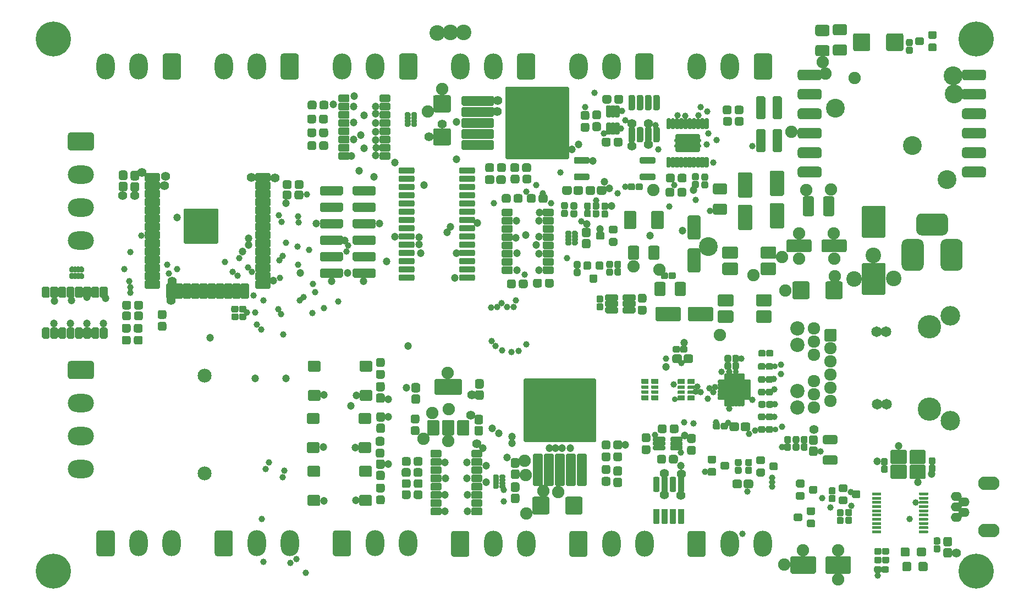
<source format=gbr>
G04 #@! TF.GenerationSoftware,KiCad,Pcbnew,5.1.7-a382d34a8~88~ubuntu20.04.1*
G04 #@! TF.CreationDate,2021-03-03T14:01:34-06:00*
G04 #@! TF.ProjectId,access-controller,61636365-7373-42d6-936f-6e74726f6c6c,rev?*
G04 #@! TF.SameCoordinates,Original*
G04 #@! TF.FileFunction,Soldermask,Top*
G04 #@! TF.FilePolarity,Negative*
%FSLAX46Y46*%
G04 Gerber Fmt 4.6, Leading zero omitted, Abs format (unit mm)*
G04 Created by KiCad (PCBNEW 5.1.7-a382d34a8~88~ubuntu20.04.1) date 2021-03-03 14:01:34*
%MOMM*%
%LPD*%
G01*
G04 APERTURE LIST*
%ADD10C,0.152400*%
%ADD11O,2.800000X4.000000*%
%ADD12C,5.400000*%
%ADD13C,2.150000*%
%ADD14O,1.700000X1.400000*%
%ADD15O,3.300000X2.100000*%
%ADD16O,4.000000X2.800000*%
%ADD17C,1.650000*%
%ADD18C,1.924000*%
%ADD19C,2.200000*%
%ADD20C,3.600000*%
%ADD21C,3.010000*%
%ADD22C,3.030000*%
%ADD23C,2.900000*%
%ADD24C,1.900000*%
%ADD25C,1.200000*%
%ADD26C,1.400000*%
%ADD27C,1.000000*%
%ADD28C,0.900000*%
%ADD29C,2.400000*%
G04 APERTURE END LIST*
D10*
X218600000Y-51075000D02*
X218600000Y-50775000D01*
X218300000Y-51075000D02*
X218600000Y-51075000D01*
X218300000Y-50775000D02*
X218300000Y-51075000D01*
X218600000Y-50775000D02*
X218300000Y-50775000D01*
X218600000Y-49925000D02*
X218600000Y-50225000D01*
X218300000Y-49925000D02*
X218600000Y-49925000D01*
X218300000Y-50225000D02*
X218300000Y-49925000D01*
X218600000Y-50225000D02*
X218300000Y-50225000D01*
X222000000Y-49925000D02*
X222000000Y-50225000D01*
X222300000Y-49925000D02*
X222000000Y-49925000D01*
X222300000Y-50225000D02*
X222300000Y-49925000D01*
X222000000Y-50225000D02*
X222300000Y-50225000D01*
X222000000Y-51075000D02*
X222000000Y-50775000D01*
X222300000Y-51075000D02*
X222000000Y-51075000D01*
X222300000Y-50775000D02*
X222300000Y-51075000D01*
X222000000Y-50775000D02*
X222300000Y-50775000D01*
X218600000Y-50500000D02*
X218600000Y-50500000D01*
X218600000Y-50500000D02*
X218600000Y-50500000D01*
X218600000Y-50500000D02*
X218600000Y-50500000D01*
X218600000Y-50500000D02*
X218600000Y-50500000D01*
X218600000Y-50500000D02*
X218600000Y-50500000D01*
X218600000Y-50500000D02*
X218600000Y-50500000D01*
X218600000Y-50500000D02*
X218600000Y-50500000D01*
X218600000Y-50500000D02*
X218600000Y-50500000D01*
X222000000Y-50500000D02*
X222000000Y-50500000D01*
X222000000Y-50500000D02*
X222000000Y-50500000D01*
X222000000Y-50500000D02*
X222000000Y-50500000D01*
X222000000Y-50500000D02*
X222000000Y-50500000D01*
X222000000Y-50500000D02*
X222000000Y-50500000D01*
X222000000Y-50500000D02*
X222000000Y-50500000D01*
X222000000Y-50500000D02*
X222000000Y-50500000D01*
X222000000Y-50500000D02*
X222000000Y-50500000D01*
D11*
X221740000Y-38700000D03*
X226820000Y-38700000D03*
G36*
G01*
X233300000Y-37089200D02*
X233300000Y-40310800D01*
G75*
G02*
X232910800Y-40700000I-389200J0D01*
G01*
X230889200Y-40700000D01*
G75*
G02*
X230500000Y-40310800I0J389200D01*
G01*
X230500000Y-37089200D01*
G75*
G02*
X230889200Y-36700000I389200J0D01*
G01*
X232910800Y-36700000D01*
G75*
G02*
X233300000Y-37089200I0J-389200D01*
G01*
G37*
G36*
G01*
X203060000Y-60760000D02*
X202540000Y-60760000D01*
G75*
G02*
X202280000Y-60500000I0J260000D01*
G01*
X202280000Y-59905000D01*
G75*
G02*
X202540000Y-59645000I260000J0D01*
G01*
X203060000Y-59645000D01*
G75*
G02*
X203320000Y-59905000I0J-260000D01*
G01*
X203320000Y-60500000D01*
G75*
G02*
X203060000Y-60760000I-260000J0D01*
G01*
G37*
G36*
G01*
X203060000Y-61955000D02*
X202540000Y-61955000D01*
G75*
G02*
X202280000Y-61695000I0J260000D01*
G01*
X202280000Y-61100000D01*
G75*
G02*
X202540000Y-60840000I260000J0D01*
G01*
X203060000Y-60840000D01*
G75*
G02*
X203320000Y-61100000I0J-260000D01*
G01*
X203320000Y-61695000D01*
G75*
G02*
X203060000Y-61955000I-260000J0D01*
G01*
G37*
G36*
G01*
X201610000Y-60710000D02*
X201090000Y-60710000D01*
G75*
G02*
X200830000Y-60450000I0J260000D01*
G01*
X200830000Y-59855000D01*
G75*
G02*
X201090000Y-59595000I260000J0D01*
G01*
X201610000Y-59595000D01*
G75*
G02*
X201870000Y-59855000I0J-260000D01*
G01*
X201870000Y-60450000D01*
G75*
G02*
X201610000Y-60710000I-260000J0D01*
G01*
G37*
G36*
G01*
X201610000Y-61905000D02*
X201090000Y-61905000D01*
G75*
G02*
X200830000Y-61645000I0J260000D01*
G01*
X200830000Y-61050000D01*
G75*
G02*
X201090000Y-60790000I260000J0D01*
G01*
X201610000Y-60790000D01*
G75*
G02*
X201870000Y-61050000I0J-260000D01*
G01*
X201870000Y-61645000D01*
G75*
G02*
X201610000Y-61905000I-260000J0D01*
G01*
G37*
G36*
G01*
X225310000Y-93890000D02*
X225310000Y-94410000D01*
G75*
G02*
X225050000Y-94670000I-260000J0D01*
G01*
X224455000Y-94670000D01*
G75*
G02*
X224195000Y-94410000I0J260000D01*
G01*
X224195000Y-93890000D01*
G75*
G02*
X224455000Y-93630000I260000J0D01*
G01*
X225050000Y-93630000D01*
G75*
G02*
X225310000Y-93890000I0J-260000D01*
G01*
G37*
G36*
G01*
X226505000Y-93890000D02*
X226505000Y-94410000D01*
G75*
G02*
X226245000Y-94670000I-260000J0D01*
G01*
X225650000Y-94670000D01*
G75*
G02*
X225390000Y-94410000I0J260000D01*
G01*
X225390000Y-93890000D01*
G75*
G02*
X225650000Y-93630000I260000J0D01*
G01*
X226245000Y-93630000D01*
G75*
G02*
X226505000Y-93890000I0J-260000D01*
G01*
G37*
G36*
G01*
X228225000Y-93912500D02*
X228225000Y-94587500D01*
G75*
G02*
X227887500Y-94925000I-337500J0D01*
G01*
X227087500Y-94925000D01*
G75*
G02*
X226750000Y-94587500I0J337500D01*
G01*
X226750000Y-93912500D01*
G75*
G02*
X227087500Y-93575000I337500J0D01*
G01*
X227887500Y-93575000D01*
G75*
G02*
X228225000Y-93912500I0J-337500D01*
G01*
G37*
G36*
G01*
X229950000Y-93912500D02*
X229950000Y-94587500D01*
G75*
G02*
X229612500Y-94925000I-337500J0D01*
G01*
X228812500Y-94925000D01*
G75*
G02*
X228475000Y-94587500I0J337500D01*
G01*
X228475000Y-93912500D01*
G75*
G02*
X228812500Y-93575000I337500J0D01*
G01*
X229612500Y-93575000D01*
G75*
G02*
X229950000Y-93912500I0J-337500D01*
G01*
G37*
G36*
G01*
X232262500Y-92440000D02*
X232262500Y-92960000D01*
G75*
G02*
X232002500Y-93220000I-260000J0D01*
G01*
X231407500Y-93220000D01*
G75*
G02*
X231147500Y-92960000I0J260000D01*
G01*
X231147500Y-92440000D01*
G75*
G02*
X231407500Y-92180000I260000J0D01*
G01*
X232002500Y-92180000D01*
G75*
G02*
X232262500Y-92440000I0J-260000D01*
G01*
G37*
G36*
G01*
X233457500Y-92440000D02*
X233457500Y-92960000D01*
G75*
G02*
X233197500Y-93220000I-260000J0D01*
G01*
X232602500Y-93220000D01*
G75*
G02*
X232342500Y-92960000I0J260000D01*
G01*
X232342500Y-92440000D01*
G75*
G02*
X232602500Y-92180000I260000J0D01*
G01*
X233197500Y-92180000D01*
G75*
G02*
X233457500Y-92440000I0J-260000D01*
G01*
G37*
G36*
G01*
X262550000Y-43397500D02*
X262550000Y-42562500D01*
G75*
G02*
X262967500Y-42145000I417500J0D01*
G01*
X265832500Y-42145000D01*
G75*
G02*
X266250000Y-42562500I0J-417500D01*
G01*
X266250000Y-43397500D01*
G75*
G02*
X265832500Y-43815000I-417500J0D01*
G01*
X262967500Y-43815000D01*
G75*
G02*
X262550000Y-43397500I0J417500D01*
G01*
G37*
G36*
G01*
X262550000Y-55397500D02*
X262550000Y-54562500D01*
G75*
G02*
X262967500Y-54145000I417500J0D01*
G01*
X265832500Y-54145000D01*
G75*
G02*
X266250000Y-54562500I0J-417500D01*
G01*
X266250000Y-55397500D01*
G75*
G02*
X265832500Y-55815000I-417500J0D01*
G01*
X262967500Y-55815000D01*
G75*
G02*
X262550000Y-55397500I0J417500D01*
G01*
G37*
G36*
G01*
X262550000Y-52417500D02*
X262550000Y-51582500D01*
G75*
G02*
X262967500Y-51165000I417500J0D01*
G01*
X265832500Y-51165000D01*
G75*
G02*
X266250000Y-51582500I0J-417500D01*
G01*
X266250000Y-52417500D01*
G75*
G02*
X265832500Y-52835000I-417500J0D01*
G01*
X262967500Y-52835000D01*
G75*
G02*
X262550000Y-52417500I0J417500D01*
G01*
G37*
G36*
G01*
X262550000Y-49397500D02*
X262550000Y-48562500D01*
G75*
G02*
X262967500Y-48145000I417500J0D01*
G01*
X265832500Y-48145000D01*
G75*
G02*
X266250000Y-48562500I0J-417500D01*
G01*
X266250000Y-49397500D01*
G75*
G02*
X265832500Y-49815000I-417500J0D01*
G01*
X262967500Y-49815000D01*
G75*
G02*
X262550000Y-49397500I0J417500D01*
G01*
G37*
G36*
G01*
X262550000Y-46417500D02*
X262550000Y-45582500D01*
G75*
G02*
X262967500Y-45165000I417500J0D01*
G01*
X265832500Y-45165000D01*
G75*
G02*
X266250000Y-45582500I0J-417500D01*
G01*
X266250000Y-46417500D01*
G75*
G02*
X265832500Y-46835000I-417500J0D01*
G01*
X262967500Y-46835000D01*
G75*
G02*
X262550000Y-46417500I0J417500D01*
G01*
G37*
G36*
G01*
X262550000Y-40417500D02*
X262550000Y-39582500D01*
G75*
G02*
X262967500Y-39165000I417500J0D01*
G01*
X265832500Y-39165000D01*
G75*
G02*
X266250000Y-39582500I0J-417500D01*
G01*
X266250000Y-40417500D01*
G75*
G02*
X265832500Y-40835000I-417500J0D01*
G01*
X262967500Y-40835000D01*
G75*
G02*
X262550000Y-40417500I0J417500D01*
G01*
G37*
G36*
G01*
X237250000Y-55397500D02*
X237250000Y-54562500D01*
G75*
G02*
X237667500Y-54145000I417500J0D01*
G01*
X240532500Y-54145000D01*
G75*
G02*
X240950000Y-54562500I0J-417500D01*
G01*
X240950000Y-55397500D01*
G75*
G02*
X240532500Y-55815000I-417500J0D01*
G01*
X237667500Y-55815000D01*
G75*
G02*
X237250000Y-55397500I0J417500D01*
G01*
G37*
G36*
G01*
X237250000Y-52417500D02*
X237250000Y-51582500D01*
G75*
G02*
X237667500Y-51165000I417500J0D01*
G01*
X240532500Y-51165000D01*
G75*
G02*
X240950000Y-51582500I0J-417500D01*
G01*
X240950000Y-52417500D01*
G75*
G02*
X240532500Y-52835000I-417500J0D01*
G01*
X237667500Y-52835000D01*
G75*
G02*
X237250000Y-52417500I0J417500D01*
G01*
G37*
G36*
G01*
X237250000Y-49397500D02*
X237250000Y-48562500D01*
G75*
G02*
X237667500Y-48145000I417500J0D01*
G01*
X240532500Y-48145000D01*
G75*
G02*
X240950000Y-48562500I0J-417500D01*
G01*
X240950000Y-49397500D01*
G75*
G02*
X240532500Y-49815000I-417500J0D01*
G01*
X237667500Y-49815000D01*
G75*
G02*
X237250000Y-49397500I0J417500D01*
G01*
G37*
G36*
G01*
X237250000Y-46417500D02*
X237250000Y-45582500D01*
G75*
G02*
X237667500Y-45165000I417500J0D01*
G01*
X240532500Y-45165000D01*
G75*
G02*
X240950000Y-45582500I0J-417500D01*
G01*
X240950000Y-46417500D01*
G75*
G02*
X240532500Y-46835000I-417500J0D01*
G01*
X237667500Y-46835000D01*
G75*
G02*
X237250000Y-46417500I0J417500D01*
G01*
G37*
G36*
G01*
X237250000Y-43397500D02*
X237250000Y-42562500D01*
G75*
G02*
X237667500Y-42145000I417500J0D01*
G01*
X240532500Y-42145000D01*
G75*
G02*
X240950000Y-42562500I0J-417500D01*
G01*
X240950000Y-43397500D01*
G75*
G02*
X240532500Y-43815000I-417500J0D01*
G01*
X237667500Y-43815000D01*
G75*
G02*
X237250000Y-43397500I0J417500D01*
G01*
G37*
G36*
G01*
X237250000Y-40417500D02*
X237250000Y-39582500D01*
G75*
G02*
X237667500Y-39165000I417500J0D01*
G01*
X240532500Y-39165000D01*
G75*
G02*
X240950000Y-39582500I0J-417500D01*
G01*
X240950000Y-40417500D01*
G75*
G02*
X240532500Y-40835000I-417500J0D01*
G01*
X237667500Y-40835000D01*
G75*
G02*
X237250000Y-40417500I0J417500D01*
G01*
G37*
D12*
X122700000Y-34500000D03*
X264700000Y-34500000D03*
X122700000Y-116500000D03*
X264700000Y-116500000D03*
G36*
G01*
X227350000Y-76500000D02*
X227350000Y-78000000D01*
G75*
G02*
X227150000Y-78200000I-200000J0D01*
G01*
X225150000Y-78200000D01*
G75*
G02*
X224950000Y-78000000I0J200000D01*
G01*
X224950000Y-76500000D01*
G75*
G02*
X225150000Y-76300000I200000J0D01*
G01*
X227150000Y-76300000D01*
G75*
G02*
X227350000Y-76500000I0J-200000D01*
G01*
G37*
G36*
G01*
X227350000Y-74000000D02*
X227350000Y-75500000D01*
G75*
G02*
X227150000Y-75700000I-200000J0D01*
G01*
X225150000Y-75700000D01*
G75*
G02*
X224950000Y-75500000I0J200000D01*
G01*
X224950000Y-74000000D01*
G75*
G02*
X225150000Y-73800000I200000J0D01*
G01*
X227150000Y-73800000D01*
G75*
G02*
X227350000Y-74000000I0J-200000D01*
G01*
G37*
G36*
G01*
X233250000Y-74000000D02*
X233250000Y-75500000D01*
G75*
G02*
X233050000Y-75700000I-200000J0D01*
G01*
X231050000Y-75700000D01*
G75*
G02*
X230850000Y-75500000I0J200000D01*
G01*
X230850000Y-74000000D01*
G75*
G02*
X231050000Y-73800000I200000J0D01*
G01*
X233050000Y-73800000D01*
G75*
G02*
X233250000Y-74000000I0J-200000D01*
G01*
G37*
G36*
G01*
X233270000Y-76500000D02*
X233270000Y-78000000D01*
G75*
G02*
X233070000Y-78200000I-200000J0D01*
G01*
X231070000Y-78200000D01*
G75*
G02*
X230870000Y-78000000I0J200000D01*
G01*
X230870000Y-76500000D01*
G75*
G02*
X231070000Y-76300000I200000J0D01*
G01*
X233070000Y-76300000D01*
G75*
G02*
X233270000Y-76500000I0J-200000D01*
G01*
G37*
G36*
G01*
X231550000Y-68150000D02*
X231550000Y-66650000D01*
G75*
G02*
X231750000Y-66450000I200000J0D01*
G01*
X233750000Y-66450000D01*
G75*
G02*
X233950000Y-66650000I0J-200000D01*
G01*
X233950000Y-68150000D01*
G75*
G02*
X233750000Y-68350000I-200000J0D01*
G01*
X231750000Y-68350000D01*
G75*
G02*
X231550000Y-68150000I0J200000D01*
G01*
G37*
G36*
G01*
X231550000Y-70650000D02*
X231550000Y-69150000D01*
G75*
G02*
X231750000Y-68950000I200000J0D01*
G01*
X233750000Y-68950000D01*
G75*
G02*
X233950000Y-69150000I0J-200000D01*
G01*
X233950000Y-70650000D01*
G75*
G02*
X233750000Y-70850000I-200000J0D01*
G01*
X231750000Y-70850000D01*
G75*
G02*
X231550000Y-70650000I0J200000D01*
G01*
G37*
G36*
G01*
X225650000Y-70650000D02*
X225650000Y-69150000D01*
G75*
G02*
X225850000Y-68950000I200000J0D01*
G01*
X227850000Y-68950000D01*
G75*
G02*
X228050000Y-69150000I0J-200000D01*
G01*
X228050000Y-70650000D01*
G75*
G02*
X227850000Y-70850000I-200000J0D01*
G01*
X225850000Y-70850000D01*
G75*
G02*
X225650000Y-70650000I0J200000D01*
G01*
G37*
G36*
G01*
X225630000Y-68150000D02*
X225630000Y-66650000D01*
G75*
G02*
X225830000Y-66450000I200000J0D01*
G01*
X227830000Y-66450000D01*
G75*
G02*
X228030000Y-66650000I0J-200000D01*
G01*
X228030000Y-68150000D01*
G75*
G02*
X227830000Y-68350000I-200000J0D01*
G01*
X225830000Y-68350000D01*
G75*
G02*
X225630000Y-68150000I0J200000D01*
G01*
G37*
G36*
G01*
X223072651Y-46693200D02*
X223377451Y-46693200D01*
G75*
G02*
X223577451Y-46893200I0J-200000D01*
G01*
X223577451Y-48163200D01*
G75*
G02*
X223377451Y-48363200I-200000J0D01*
G01*
X223072651Y-48363200D01*
G75*
G02*
X222872651Y-48163200I0J200000D01*
G01*
X222872651Y-46893200D01*
G75*
G02*
X223072651Y-46693200I200000J0D01*
G01*
G37*
G36*
G01*
X222422640Y-46693200D02*
X222727440Y-46693200D01*
G75*
G02*
X222927440Y-46893200I0J-200000D01*
G01*
X222927440Y-48163200D01*
G75*
G02*
X222727440Y-48363200I-200000J0D01*
G01*
X222422640Y-48363200D01*
G75*
G02*
X222222640Y-48163200I0J200000D01*
G01*
X222222640Y-46893200D01*
G75*
G02*
X222422640Y-46693200I200000J0D01*
G01*
G37*
G36*
G01*
X221772628Y-46693200D02*
X222077428Y-46693200D01*
G75*
G02*
X222277428Y-46893200I0J-200000D01*
G01*
X222277428Y-48163200D01*
G75*
G02*
X222077428Y-48363200I-200000J0D01*
G01*
X221772628Y-48363200D01*
G75*
G02*
X221572628Y-48163200I0J200000D01*
G01*
X221572628Y-46893200D01*
G75*
G02*
X221772628Y-46693200I200000J0D01*
G01*
G37*
G36*
G01*
X221122617Y-46693200D02*
X221427417Y-46693200D01*
G75*
G02*
X221627417Y-46893200I0J-200000D01*
G01*
X221627417Y-48163200D01*
G75*
G02*
X221427417Y-48363200I-200000J0D01*
G01*
X221122617Y-48363200D01*
G75*
G02*
X220922617Y-48163200I0J200000D01*
G01*
X220922617Y-46893200D01*
G75*
G02*
X221122617Y-46693200I200000J0D01*
G01*
G37*
G36*
G01*
X220472606Y-46693200D02*
X220777406Y-46693200D01*
G75*
G02*
X220977406Y-46893200I0J-200000D01*
G01*
X220977406Y-48163200D01*
G75*
G02*
X220777406Y-48363200I-200000J0D01*
G01*
X220472606Y-48363200D01*
G75*
G02*
X220272606Y-48163200I0J200000D01*
G01*
X220272606Y-46893200D01*
G75*
G02*
X220472606Y-46693200I200000J0D01*
G01*
G37*
G36*
G01*
X219822594Y-46693200D02*
X220127394Y-46693200D01*
G75*
G02*
X220327394Y-46893200I0J-200000D01*
G01*
X220327394Y-48163200D01*
G75*
G02*
X220127394Y-48363200I-200000J0D01*
G01*
X219822594Y-48363200D01*
G75*
G02*
X219622594Y-48163200I0J200000D01*
G01*
X219622594Y-46893200D01*
G75*
G02*
X219822594Y-46693200I200000J0D01*
G01*
G37*
G36*
G01*
X219172583Y-46693200D02*
X219477383Y-46693200D01*
G75*
G02*
X219677383Y-46893200I0J-200000D01*
G01*
X219677383Y-48163200D01*
G75*
G02*
X219477383Y-48363200I-200000J0D01*
G01*
X219172583Y-48363200D01*
G75*
G02*
X218972583Y-48163200I0J200000D01*
G01*
X218972583Y-46893200D01*
G75*
G02*
X219172583Y-46693200I200000J0D01*
G01*
G37*
G36*
G01*
X218522572Y-46693200D02*
X218827372Y-46693200D01*
G75*
G02*
X219027372Y-46893200I0J-200000D01*
G01*
X219027372Y-48163200D01*
G75*
G02*
X218827372Y-48363200I-200000J0D01*
G01*
X218522572Y-48363200D01*
G75*
G02*
X218322572Y-48163200I0J200000D01*
G01*
X218322572Y-46893200D01*
G75*
G02*
X218522572Y-46693200I200000J0D01*
G01*
G37*
G36*
G01*
X217872560Y-46693200D02*
X218177360Y-46693200D01*
G75*
G02*
X218377360Y-46893200I0J-200000D01*
G01*
X218377360Y-48163200D01*
G75*
G02*
X218177360Y-48363200I-200000J0D01*
G01*
X217872560Y-48363200D01*
G75*
G02*
X217672560Y-48163200I0J200000D01*
G01*
X217672560Y-46893200D01*
G75*
G02*
X217872560Y-46693200I200000J0D01*
G01*
G37*
G36*
G01*
X217222549Y-46693200D02*
X217527349Y-46693200D01*
G75*
G02*
X217727349Y-46893200I0J-200000D01*
G01*
X217727349Y-48163200D01*
G75*
G02*
X217527349Y-48363200I-200000J0D01*
G01*
X217222549Y-48363200D01*
G75*
G02*
X217022549Y-48163200I0J200000D01*
G01*
X217022549Y-46893200D01*
G75*
G02*
X217222549Y-46693200I200000J0D01*
G01*
G37*
G36*
G01*
X217222549Y-52636800D02*
X217527349Y-52636800D01*
G75*
G02*
X217727349Y-52836800I0J-200000D01*
G01*
X217727349Y-54106800D01*
G75*
G02*
X217527349Y-54306800I-200000J0D01*
G01*
X217222549Y-54306800D01*
G75*
G02*
X217022549Y-54106800I0J200000D01*
G01*
X217022549Y-52836800D01*
G75*
G02*
X217222549Y-52636800I200000J0D01*
G01*
G37*
G36*
G01*
X217872560Y-52636800D02*
X218177360Y-52636800D01*
G75*
G02*
X218377360Y-52836800I0J-200000D01*
G01*
X218377360Y-54106800D01*
G75*
G02*
X218177360Y-54306800I-200000J0D01*
G01*
X217872560Y-54306800D01*
G75*
G02*
X217672560Y-54106800I0J200000D01*
G01*
X217672560Y-52836800D01*
G75*
G02*
X217872560Y-52636800I200000J0D01*
G01*
G37*
G36*
G01*
X218522572Y-52636800D02*
X218827372Y-52636800D01*
G75*
G02*
X219027372Y-52836800I0J-200000D01*
G01*
X219027372Y-54106800D01*
G75*
G02*
X218827372Y-54306800I-200000J0D01*
G01*
X218522572Y-54306800D01*
G75*
G02*
X218322572Y-54106800I0J200000D01*
G01*
X218322572Y-52836800D01*
G75*
G02*
X218522572Y-52636800I200000J0D01*
G01*
G37*
G36*
G01*
X219172583Y-52636800D02*
X219477383Y-52636800D01*
G75*
G02*
X219677383Y-52836800I0J-200000D01*
G01*
X219677383Y-54106800D01*
G75*
G02*
X219477383Y-54306800I-200000J0D01*
G01*
X219172583Y-54306800D01*
G75*
G02*
X218972583Y-54106800I0J200000D01*
G01*
X218972583Y-52836800D01*
G75*
G02*
X219172583Y-52636800I200000J0D01*
G01*
G37*
G36*
G01*
X219822594Y-52636800D02*
X220127394Y-52636800D01*
G75*
G02*
X220327394Y-52836800I0J-200000D01*
G01*
X220327394Y-54106800D01*
G75*
G02*
X220127394Y-54306800I-200000J0D01*
G01*
X219822594Y-54306800D01*
G75*
G02*
X219622594Y-54106800I0J200000D01*
G01*
X219622594Y-52836800D01*
G75*
G02*
X219822594Y-52636800I200000J0D01*
G01*
G37*
G36*
G01*
X220472606Y-52636800D02*
X220777406Y-52636800D01*
G75*
G02*
X220977406Y-52836800I0J-200000D01*
G01*
X220977406Y-54106800D01*
G75*
G02*
X220777406Y-54306800I-200000J0D01*
G01*
X220472606Y-54306800D01*
G75*
G02*
X220272606Y-54106800I0J200000D01*
G01*
X220272606Y-52836800D01*
G75*
G02*
X220472606Y-52636800I200000J0D01*
G01*
G37*
G36*
G01*
X221122617Y-52636800D02*
X221427417Y-52636800D01*
G75*
G02*
X221627417Y-52836800I0J-200000D01*
G01*
X221627417Y-54106800D01*
G75*
G02*
X221427417Y-54306800I-200000J0D01*
G01*
X221122617Y-54306800D01*
G75*
G02*
X220922617Y-54106800I0J200000D01*
G01*
X220922617Y-52836800D01*
G75*
G02*
X221122617Y-52636800I200000J0D01*
G01*
G37*
G36*
G01*
X221772628Y-52636800D02*
X222077428Y-52636800D01*
G75*
G02*
X222277428Y-52836800I0J-200000D01*
G01*
X222277428Y-54106800D01*
G75*
G02*
X222077428Y-54306800I-200000J0D01*
G01*
X221772628Y-54306800D01*
G75*
G02*
X221572628Y-54106800I0J200000D01*
G01*
X221572628Y-52836800D01*
G75*
G02*
X221772628Y-52636800I200000J0D01*
G01*
G37*
G36*
G01*
X222422640Y-52636800D02*
X222727440Y-52636800D01*
G75*
G02*
X222927440Y-52836800I0J-200000D01*
G01*
X222927440Y-54106800D01*
G75*
G02*
X222727440Y-54306800I-200000J0D01*
G01*
X222422640Y-54306800D01*
G75*
G02*
X222222640Y-54106800I0J200000D01*
G01*
X222222640Y-52836800D01*
G75*
G02*
X222422640Y-52636800I200000J0D01*
G01*
G37*
G36*
G01*
X223072651Y-52636800D02*
X223377451Y-52636800D01*
G75*
G02*
X223577451Y-52836800I0J-200000D01*
G01*
X223577451Y-54106800D01*
G75*
G02*
X223377451Y-54306800I-200000J0D01*
G01*
X223072651Y-54306800D01*
G75*
G02*
X222872651Y-54106800I0J200000D01*
G01*
X222872651Y-52836800D01*
G75*
G02*
X223072651Y-52636800I200000J0D01*
G01*
G37*
G36*
G01*
X218600000Y-49100000D02*
X222000000Y-49100000D01*
G75*
G02*
X222200000Y-49300000I0J-200000D01*
G01*
X222200000Y-51700000D01*
G75*
G02*
X222000000Y-51900000I-200000J0D01*
G01*
X218600000Y-51900000D01*
G75*
G02*
X218400000Y-51700000I0J200000D01*
G01*
X218400000Y-49300000D01*
G75*
G02*
X218600000Y-49100000I200000J0D01*
G01*
G37*
G36*
G01*
X231080000Y-48350000D02*
X232080000Y-48350000D01*
G75*
G02*
X232280000Y-48550000I0J-200000D01*
G01*
X232280000Y-51700000D01*
G75*
G02*
X232080000Y-51900000I-200000J0D01*
G01*
X231080000Y-51900000D01*
G75*
G02*
X230880000Y-51700000I0J200000D01*
G01*
X230880000Y-48550000D01*
G75*
G02*
X231080000Y-48350000I200000J0D01*
G01*
G37*
G36*
G01*
X231080000Y-43300000D02*
X232080000Y-43300000D01*
G75*
G02*
X232280000Y-43500000I0J-200000D01*
G01*
X232280000Y-46650000D01*
G75*
G02*
X232080000Y-46850000I-200000J0D01*
G01*
X231080000Y-46850000D01*
G75*
G02*
X230880000Y-46650000I0J200000D01*
G01*
X230880000Y-43500000D01*
G75*
G02*
X231080000Y-43300000I200000J0D01*
G01*
G37*
G36*
G01*
X233620000Y-48350000D02*
X234620000Y-48350000D01*
G75*
G02*
X234820000Y-48550000I0J-200000D01*
G01*
X234820000Y-51700000D01*
G75*
G02*
X234620000Y-51900000I-200000J0D01*
G01*
X233620000Y-51900000D01*
G75*
G02*
X233420000Y-51700000I0J200000D01*
G01*
X233420000Y-48550000D01*
G75*
G02*
X233620000Y-48350000I200000J0D01*
G01*
G37*
G36*
G01*
X233620000Y-43300000D02*
X234620000Y-43300000D01*
G75*
G02*
X234820000Y-43500000I0J-200000D01*
G01*
X234820000Y-46650000D01*
G75*
G02*
X234620000Y-46850000I-200000J0D01*
G01*
X233620000Y-46850000D01*
G75*
G02*
X233420000Y-46650000I0J200000D01*
G01*
X233420000Y-43500000D01*
G75*
G02*
X233620000Y-43300000I200000J0D01*
G01*
G37*
G36*
G01*
X251550000Y-99800000D02*
X251550000Y-98000000D01*
G75*
G02*
X251750000Y-97800000I200000J0D01*
G01*
X253850000Y-97800000D01*
G75*
G02*
X254050000Y-98000000I0J-200000D01*
G01*
X254050000Y-99800000D01*
G75*
G02*
X253850000Y-100000000I-200000J0D01*
G01*
X251750000Y-100000000D01*
G75*
G02*
X251550000Y-99800000I0J200000D01*
G01*
G37*
G36*
G01*
X254450000Y-99800000D02*
X254450000Y-98000000D01*
G75*
G02*
X254650000Y-97800000I200000J0D01*
G01*
X256750000Y-97800000D01*
G75*
G02*
X256950000Y-98000000I0J-200000D01*
G01*
X256950000Y-99800000D01*
G75*
G02*
X256750000Y-100000000I-200000J0D01*
G01*
X254650000Y-100000000D01*
G75*
G02*
X254450000Y-99800000I0J200000D01*
G01*
G37*
G36*
G01*
X254450000Y-102100000D02*
X254450000Y-100300000D01*
G75*
G02*
X254650000Y-100100000I200000J0D01*
G01*
X256750000Y-100100000D01*
G75*
G02*
X256950000Y-100300000I0J-200000D01*
G01*
X256950000Y-102100000D01*
G75*
G02*
X256750000Y-102300000I-200000J0D01*
G01*
X254650000Y-102300000D01*
G75*
G02*
X254450000Y-102100000I0J200000D01*
G01*
G37*
G36*
G01*
X251550000Y-102100000D02*
X251550000Y-100300000D01*
G75*
G02*
X251750000Y-100100000I200000J0D01*
G01*
X253850000Y-100100000D01*
G75*
G02*
X254050000Y-100300000I0J-200000D01*
G01*
X254050000Y-102100000D01*
G75*
G02*
X253850000Y-102300000I-200000J0D01*
G01*
X251750000Y-102300000D01*
G75*
G02*
X251550000Y-102100000I0J200000D01*
G01*
G37*
G36*
G01*
X168750000Y-71050000D02*
X168750000Y-70050000D01*
G75*
G02*
X168950000Y-69850000I200000J0D01*
G01*
X172100000Y-69850000D01*
G75*
G02*
X172300000Y-70050000I0J-200000D01*
G01*
X172300000Y-71050000D01*
G75*
G02*
X172100000Y-71250000I-200000J0D01*
G01*
X168950000Y-71250000D01*
G75*
G02*
X168750000Y-71050000I0J200000D01*
G01*
G37*
G36*
G01*
X163700000Y-71050000D02*
X163700000Y-70050000D01*
G75*
G02*
X163900000Y-69850000I200000J0D01*
G01*
X167050000Y-69850000D01*
G75*
G02*
X167250000Y-70050000I0J-200000D01*
G01*
X167250000Y-71050000D01*
G75*
G02*
X167050000Y-71250000I-200000J0D01*
G01*
X163900000Y-71250000D01*
G75*
G02*
X163700000Y-71050000I0J200000D01*
G01*
G37*
G36*
G01*
X168750000Y-68510000D02*
X168750000Y-67510000D01*
G75*
G02*
X168950000Y-67310000I200000J0D01*
G01*
X172100000Y-67310000D01*
G75*
G02*
X172300000Y-67510000I0J-200000D01*
G01*
X172300000Y-68510000D01*
G75*
G02*
X172100000Y-68710000I-200000J0D01*
G01*
X168950000Y-68710000D01*
G75*
G02*
X168750000Y-68510000I0J200000D01*
G01*
G37*
G36*
G01*
X163700000Y-68510000D02*
X163700000Y-67510000D01*
G75*
G02*
X163900000Y-67310000I200000J0D01*
G01*
X167050000Y-67310000D01*
G75*
G02*
X167250000Y-67510000I0J-200000D01*
G01*
X167250000Y-68510000D01*
G75*
G02*
X167050000Y-68710000I-200000J0D01*
G01*
X163900000Y-68710000D01*
G75*
G02*
X163700000Y-68510000I0J200000D01*
G01*
G37*
G36*
G01*
X168750000Y-65970000D02*
X168750000Y-64970000D01*
G75*
G02*
X168950000Y-64770000I200000J0D01*
G01*
X172100000Y-64770000D01*
G75*
G02*
X172300000Y-64970000I0J-200000D01*
G01*
X172300000Y-65970000D01*
G75*
G02*
X172100000Y-66170000I-200000J0D01*
G01*
X168950000Y-66170000D01*
G75*
G02*
X168750000Y-65970000I0J200000D01*
G01*
G37*
G36*
G01*
X163700000Y-65970000D02*
X163700000Y-64970000D01*
G75*
G02*
X163900000Y-64770000I200000J0D01*
G01*
X167050000Y-64770000D01*
G75*
G02*
X167250000Y-64970000I0J-200000D01*
G01*
X167250000Y-65970000D01*
G75*
G02*
X167050000Y-66170000I-200000J0D01*
G01*
X163900000Y-66170000D01*
G75*
G02*
X163700000Y-65970000I0J200000D01*
G01*
G37*
G36*
G01*
X168750000Y-63430000D02*
X168750000Y-62430000D01*
G75*
G02*
X168950000Y-62230000I200000J0D01*
G01*
X172100000Y-62230000D01*
G75*
G02*
X172300000Y-62430000I0J-200000D01*
G01*
X172300000Y-63430000D01*
G75*
G02*
X172100000Y-63630000I-200000J0D01*
G01*
X168950000Y-63630000D01*
G75*
G02*
X168750000Y-63430000I0J200000D01*
G01*
G37*
G36*
G01*
X163700000Y-63430000D02*
X163700000Y-62430000D01*
G75*
G02*
X163900000Y-62230000I200000J0D01*
G01*
X167050000Y-62230000D01*
G75*
G02*
X167250000Y-62430000I0J-200000D01*
G01*
X167250000Y-63430000D01*
G75*
G02*
X167050000Y-63630000I-200000J0D01*
G01*
X163900000Y-63630000D01*
G75*
G02*
X163700000Y-63430000I0J200000D01*
G01*
G37*
G36*
G01*
X168750000Y-60890000D02*
X168750000Y-59890000D01*
G75*
G02*
X168950000Y-59690000I200000J0D01*
G01*
X172100000Y-59690000D01*
G75*
G02*
X172300000Y-59890000I0J-200000D01*
G01*
X172300000Y-60890000D01*
G75*
G02*
X172100000Y-61090000I-200000J0D01*
G01*
X168950000Y-61090000D01*
G75*
G02*
X168750000Y-60890000I0J200000D01*
G01*
G37*
G36*
G01*
X163700000Y-60890000D02*
X163700000Y-59890000D01*
G75*
G02*
X163900000Y-59690000I200000J0D01*
G01*
X167050000Y-59690000D01*
G75*
G02*
X167250000Y-59890000I0J-200000D01*
G01*
X167250000Y-60890000D01*
G75*
G02*
X167050000Y-61090000I-200000J0D01*
G01*
X163900000Y-61090000D01*
G75*
G02*
X163700000Y-60890000I0J200000D01*
G01*
G37*
G36*
G01*
X168750000Y-58350000D02*
X168750000Y-57350000D01*
G75*
G02*
X168950000Y-57150000I200000J0D01*
G01*
X172100000Y-57150000D01*
G75*
G02*
X172300000Y-57350000I0J-200000D01*
G01*
X172300000Y-58350000D01*
G75*
G02*
X172100000Y-58550000I-200000J0D01*
G01*
X168950000Y-58550000D01*
G75*
G02*
X168750000Y-58350000I0J200000D01*
G01*
G37*
G36*
G01*
X163700000Y-58350000D02*
X163700000Y-57350000D01*
G75*
G02*
X163900000Y-57150000I200000J0D01*
G01*
X167050000Y-57150000D01*
G75*
G02*
X167250000Y-57350000I0J-200000D01*
G01*
X167250000Y-58350000D01*
G75*
G02*
X167050000Y-58550000I-200000J0D01*
G01*
X163900000Y-58550000D01*
G75*
G02*
X163700000Y-58350000I0J200000D01*
G01*
G37*
G36*
G01*
X226200000Y-87050000D02*
X228800000Y-87050000D01*
G75*
G02*
X229000000Y-87250000I0J-200000D01*
G01*
X229000000Y-89850000D01*
G75*
G02*
X228800000Y-90050000I-200000J0D01*
G01*
X226200000Y-90050000D01*
G75*
G02*
X226000000Y-89850000I0J200000D01*
G01*
X226000000Y-87250000D01*
G75*
G02*
X226200000Y-87050000I200000J0D01*
G01*
G37*
G36*
G01*
X228987500Y-86975000D02*
X229887500Y-86975000D01*
G75*
G02*
X230050000Y-87137500I0J-162500D01*
G01*
X230050000Y-87462500D01*
G75*
G02*
X229887500Y-87625000I-162500J0D01*
G01*
X228987500Y-87625000D01*
G75*
G02*
X228825000Y-87462500I0J162500D01*
G01*
X228825000Y-87137500D01*
G75*
G02*
X228987500Y-86975000I162500J0D01*
G01*
G37*
G36*
G01*
X228987500Y-87475000D02*
X229887500Y-87475000D01*
G75*
G02*
X230050000Y-87637500I0J-162500D01*
G01*
X230050000Y-87962500D01*
G75*
G02*
X229887500Y-88125000I-162500J0D01*
G01*
X228987500Y-88125000D01*
G75*
G02*
X228825000Y-87962500I0J162500D01*
G01*
X228825000Y-87637500D01*
G75*
G02*
X228987500Y-87475000I162500J0D01*
G01*
G37*
G36*
G01*
X228987500Y-87975000D02*
X229887500Y-87975000D01*
G75*
G02*
X230050000Y-88137500I0J-162500D01*
G01*
X230050000Y-88462500D01*
G75*
G02*
X229887500Y-88625000I-162500J0D01*
G01*
X228987500Y-88625000D01*
G75*
G02*
X228825000Y-88462500I0J162500D01*
G01*
X228825000Y-88137500D01*
G75*
G02*
X228987500Y-87975000I162500J0D01*
G01*
G37*
G36*
G01*
X228987500Y-88475000D02*
X229887500Y-88475000D01*
G75*
G02*
X230050000Y-88637500I0J-162500D01*
G01*
X230050000Y-88962500D01*
G75*
G02*
X229887500Y-89125000I-162500J0D01*
G01*
X228987500Y-89125000D01*
G75*
G02*
X228825000Y-88962500I0J162500D01*
G01*
X228825000Y-88637500D01*
G75*
G02*
X228987500Y-88475000I162500J0D01*
G01*
G37*
G36*
G01*
X228987500Y-88975000D02*
X229887500Y-88975000D01*
G75*
G02*
X230050000Y-89137500I0J-162500D01*
G01*
X230050000Y-89462500D01*
G75*
G02*
X229887500Y-89625000I-162500J0D01*
G01*
X228987500Y-89625000D01*
G75*
G02*
X228825000Y-89462500I0J162500D01*
G01*
X228825000Y-89137500D01*
G75*
G02*
X228987500Y-88975000I162500J0D01*
G01*
G37*
G36*
G01*
X228987500Y-89475000D02*
X229887500Y-89475000D01*
G75*
G02*
X230050000Y-89637500I0J-162500D01*
G01*
X230050000Y-89962500D01*
G75*
G02*
X229887500Y-90125000I-162500J0D01*
G01*
X228987500Y-90125000D01*
G75*
G02*
X228825000Y-89962500I0J162500D01*
G01*
X228825000Y-89637500D01*
G75*
G02*
X228987500Y-89475000I162500J0D01*
G01*
G37*
G36*
G01*
X228587500Y-89875000D02*
X228912500Y-89875000D01*
G75*
G02*
X229075000Y-90037500I0J-162500D01*
G01*
X229075000Y-90937500D01*
G75*
G02*
X228912500Y-91100000I-162500J0D01*
G01*
X228587500Y-91100000D01*
G75*
G02*
X228425000Y-90937500I0J162500D01*
G01*
X228425000Y-90037500D01*
G75*
G02*
X228587500Y-89875000I162500J0D01*
G01*
G37*
G36*
G01*
X228087500Y-89875000D02*
X228412500Y-89875000D01*
G75*
G02*
X228575000Y-90037500I0J-162500D01*
G01*
X228575000Y-90937500D01*
G75*
G02*
X228412500Y-91100000I-162500J0D01*
G01*
X228087500Y-91100000D01*
G75*
G02*
X227925000Y-90937500I0J162500D01*
G01*
X227925000Y-90037500D01*
G75*
G02*
X228087500Y-89875000I162500J0D01*
G01*
G37*
G36*
G01*
X227587500Y-89875000D02*
X227912500Y-89875000D01*
G75*
G02*
X228075000Y-90037500I0J-162500D01*
G01*
X228075000Y-90937500D01*
G75*
G02*
X227912500Y-91100000I-162500J0D01*
G01*
X227587500Y-91100000D01*
G75*
G02*
X227425000Y-90937500I0J162500D01*
G01*
X227425000Y-90037500D01*
G75*
G02*
X227587500Y-89875000I162500J0D01*
G01*
G37*
G36*
G01*
X227087500Y-89875000D02*
X227412500Y-89875000D01*
G75*
G02*
X227575000Y-90037500I0J-162500D01*
G01*
X227575000Y-90937500D01*
G75*
G02*
X227412500Y-91100000I-162500J0D01*
G01*
X227087500Y-91100000D01*
G75*
G02*
X226925000Y-90937500I0J162500D01*
G01*
X226925000Y-90037500D01*
G75*
G02*
X227087500Y-89875000I162500J0D01*
G01*
G37*
G36*
G01*
X226587500Y-89875000D02*
X226912500Y-89875000D01*
G75*
G02*
X227075000Y-90037500I0J-162500D01*
G01*
X227075000Y-90937500D01*
G75*
G02*
X226912500Y-91100000I-162500J0D01*
G01*
X226587500Y-91100000D01*
G75*
G02*
X226425000Y-90937500I0J162500D01*
G01*
X226425000Y-90037500D01*
G75*
G02*
X226587500Y-89875000I162500J0D01*
G01*
G37*
G36*
G01*
X226087500Y-89875000D02*
X226412500Y-89875000D01*
G75*
G02*
X226575000Y-90037500I0J-162500D01*
G01*
X226575000Y-90937500D01*
G75*
G02*
X226412500Y-91100000I-162500J0D01*
G01*
X226087500Y-91100000D01*
G75*
G02*
X225925000Y-90937500I0J162500D01*
G01*
X225925000Y-90037500D01*
G75*
G02*
X226087500Y-89875000I162500J0D01*
G01*
G37*
G36*
G01*
X225112500Y-89475000D02*
X226012500Y-89475000D01*
G75*
G02*
X226175000Y-89637500I0J-162500D01*
G01*
X226175000Y-89962500D01*
G75*
G02*
X226012500Y-90125000I-162500J0D01*
G01*
X225112500Y-90125000D01*
G75*
G02*
X224950000Y-89962500I0J162500D01*
G01*
X224950000Y-89637500D01*
G75*
G02*
X225112500Y-89475000I162500J0D01*
G01*
G37*
G36*
G01*
X225112500Y-88975000D02*
X226012500Y-88975000D01*
G75*
G02*
X226175000Y-89137500I0J-162500D01*
G01*
X226175000Y-89462500D01*
G75*
G02*
X226012500Y-89625000I-162500J0D01*
G01*
X225112500Y-89625000D01*
G75*
G02*
X224950000Y-89462500I0J162500D01*
G01*
X224950000Y-89137500D01*
G75*
G02*
X225112500Y-88975000I162500J0D01*
G01*
G37*
G36*
G01*
X225112500Y-88475000D02*
X226012500Y-88475000D01*
G75*
G02*
X226175000Y-88637500I0J-162500D01*
G01*
X226175000Y-88962500D01*
G75*
G02*
X226012500Y-89125000I-162500J0D01*
G01*
X225112500Y-89125000D01*
G75*
G02*
X224950000Y-88962500I0J162500D01*
G01*
X224950000Y-88637500D01*
G75*
G02*
X225112500Y-88475000I162500J0D01*
G01*
G37*
G36*
G01*
X225112500Y-87975000D02*
X226012500Y-87975000D01*
G75*
G02*
X226175000Y-88137500I0J-162500D01*
G01*
X226175000Y-88462500D01*
G75*
G02*
X226012500Y-88625000I-162500J0D01*
G01*
X225112500Y-88625000D01*
G75*
G02*
X224950000Y-88462500I0J162500D01*
G01*
X224950000Y-88137500D01*
G75*
G02*
X225112500Y-87975000I162500J0D01*
G01*
G37*
G36*
G01*
X225112500Y-87475000D02*
X226012500Y-87475000D01*
G75*
G02*
X226175000Y-87637500I0J-162500D01*
G01*
X226175000Y-87962500D01*
G75*
G02*
X226012500Y-88125000I-162500J0D01*
G01*
X225112500Y-88125000D01*
G75*
G02*
X224950000Y-87962500I0J162500D01*
G01*
X224950000Y-87637500D01*
G75*
G02*
X225112500Y-87475000I162500J0D01*
G01*
G37*
G36*
G01*
X225112500Y-86975000D02*
X226012500Y-86975000D01*
G75*
G02*
X226175000Y-87137500I0J-162500D01*
G01*
X226175000Y-87462500D01*
G75*
G02*
X226012500Y-87625000I-162500J0D01*
G01*
X225112500Y-87625000D01*
G75*
G02*
X224950000Y-87462500I0J162500D01*
G01*
X224950000Y-87137500D01*
G75*
G02*
X225112500Y-86975000I162500J0D01*
G01*
G37*
G36*
G01*
X226087500Y-86000000D02*
X226412500Y-86000000D01*
G75*
G02*
X226575000Y-86162500I0J-162500D01*
G01*
X226575000Y-87062500D01*
G75*
G02*
X226412500Y-87225000I-162500J0D01*
G01*
X226087500Y-87225000D01*
G75*
G02*
X225925000Y-87062500I0J162500D01*
G01*
X225925000Y-86162500D01*
G75*
G02*
X226087500Y-86000000I162500J0D01*
G01*
G37*
G36*
G01*
X226587500Y-86000000D02*
X226912500Y-86000000D01*
G75*
G02*
X227075000Y-86162500I0J-162500D01*
G01*
X227075000Y-87062500D01*
G75*
G02*
X226912500Y-87225000I-162500J0D01*
G01*
X226587500Y-87225000D01*
G75*
G02*
X226425000Y-87062500I0J162500D01*
G01*
X226425000Y-86162500D01*
G75*
G02*
X226587500Y-86000000I162500J0D01*
G01*
G37*
G36*
G01*
X227087500Y-86000000D02*
X227412500Y-86000000D01*
G75*
G02*
X227575000Y-86162500I0J-162500D01*
G01*
X227575000Y-87062500D01*
G75*
G02*
X227412500Y-87225000I-162500J0D01*
G01*
X227087500Y-87225000D01*
G75*
G02*
X226925000Y-87062500I0J162500D01*
G01*
X226925000Y-86162500D01*
G75*
G02*
X227087500Y-86000000I162500J0D01*
G01*
G37*
G36*
G01*
X227587500Y-86000000D02*
X227912500Y-86000000D01*
G75*
G02*
X228075000Y-86162500I0J-162500D01*
G01*
X228075000Y-87062500D01*
G75*
G02*
X227912500Y-87225000I-162500J0D01*
G01*
X227587500Y-87225000D01*
G75*
G02*
X227425000Y-87062500I0J162500D01*
G01*
X227425000Y-86162500D01*
G75*
G02*
X227587500Y-86000000I162500J0D01*
G01*
G37*
G36*
G01*
X228087500Y-86000000D02*
X228412500Y-86000000D01*
G75*
G02*
X228575000Y-86162500I0J-162500D01*
G01*
X228575000Y-87062500D01*
G75*
G02*
X228412500Y-87225000I-162500J0D01*
G01*
X228087500Y-87225000D01*
G75*
G02*
X227925000Y-87062500I0J162500D01*
G01*
X227925000Y-86162500D01*
G75*
G02*
X228087500Y-86000000I162500J0D01*
G01*
G37*
G36*
G01*
X228587500Y-86000000D02*
X228912500Y-86000000D01*
G75*
G02*
X229075000Y-86162500I0J-162500D01*
G01*
X229075000Y-87062500D01*
G75*
G02*
X228912500Y-87225000I-162500J0D01*
G01*
X228587500Y-87225000D01*
G75*
G02*
X228425000Y-87062500I0J162500D01*
G01*
X228425000Y-86162500D01*
G75*
G02*
X228587500Y-86000000I162500J0D01*
G01*
G37*
G36*
G01*
X153700000Y-56250000D02*
X153700000Y-55350000D01*
G75*
G02*
X153900000Y-55150000I200000J0D01*
G01*
X155900000Y-55150000D01*
G75*
G02*
X156100000Y-55350000I0J-200000D01*
G01*
X156100000Y-56250000D01*
G75*
G02*
X155900000Y-56450000I-200000J0D01*
G01*
X153900000Y-56450000D01*
G75*
G02*
X153700000Y-56250000I0J200000D01*
G01*
G37*
G36*
G01*
X153700000Y-57520000D02*
X153700000Y-56620000D01*
G75*
G02*
X153900000Y-56420000I200000J0D01*
G01*
X155900000Y-56420000D01*
G75*
G02*
X156100000Y-56620000I0J-200000D01*
G01*
X156100000Y-57520000D01*
G75*
G02*
X155900000Y-57720000I-200000J0D01*
G01*
X153900000Y-57720000D01*
G75*
G02*
X153700000Y-57520000I0J200000D01*
G01*
G37*
G36*
G01*
X153700000Y-58790000D02*
X153700000Y-57890000D01*
G75*
G02*
X153900000Y-57690000I200000J0D01*
G01*
X155900000Y-57690000D01*
G75*
G02*
X156100000Y-57890000I0J-200000D01*
G01*
X156100000Y-58790000D01*
G75*
G02*
X155900000Y-58990000I-200000J0D01*
G01*
X153900000Y-58990000D01*
G75*
G02*
X153700000Y-58790000I0J200000D01*
G01*
G37*
G36*
G01*
X153700000Y-60060000D02*
X153700000Y-59160000D01*
G75*
G02*
X153900000Y-58960000I200000J0D01*
G01*
X155900000Y-58960000D01*
G75*
G02*
X156100000Y-59160000I0J-200000D01*
G01*
X156100000Y-60060000D01*
G75*
G02*
X155900000Y-60260000I-200000J0D01*
G01*
X153900000Y-60260000D01*
G75*
G02*
X153700000Y-60060000I0J200000D01*
G01*
G37*
G36*
G01*
X153700000Y-61330000D02*
X153700000Y-60430000D01*
G75*
G02*
X153900000Y-60230000I200000J0D01*
G01*
X155900000Y-60230000D01*
G75*
G02*
X156100000Y-60430000I0J-200000D01*
G01*
X156100000Y-61330000D01*
G75*
G02*
X155900000Y-61530000I-200000J0D01*
G01*
X153900000Y-61530000D01*
G75*
G02*
X153700000Y-61330000I0J200000D01*
G01*
G37*
G36*
G01*
X153700000Y-62600000D02*
X153700000Y-61700000D01*
G75*
G02*
X153900000Y-61500000I200000J0D01*
G01*
X155900000Y-61500000D01*
G75*
G02*
X156100000Y-61700000I0J-200000D01*
G01*
X156100000Y-62600000D01*
G75*
G02*
X155900000Y-62800000I-200000J0D01*
G01*
X153900000Y-62800000D01*
G75*
G02*
X153700000Y-62600000I0J200000D01*
G01*
G37*
G36*
G01*
X153700000Y-63870000D02*
X153700000Y-62970000D01*
G75*
G02*
X153900000Y-62770000I200000J0D01*
G01*
X155900000Y-62770000D01*
G75*
G02*
X156100000Y-62970000I0J-200000D01*
G01*
X156100000Y-63870000D01*
G75*
G02*
X155900000Y-64070000I-200000J0D01*
G01*
X153900000Y-64070000D01*
G75*
G02*
X153700000Y-63870000I0J200000D01*
G01*
G37*
G36*
G01*
X153700000Y-65140000D02*
X153700000Y-64240000D01*
G75*
G02*
X153900000Y-64040000I200000J0D01*
G01*
X155900000Y-64040000D01*
G75*
G02*
X156100000Y-64240000I0J-200000D01*
G01*
X156100000Y-65140000D01*
G75*
G02*
X155900000Y-65340000I-200000J0D01*
G01*
X153900000Y-65340000D01*
G75*
G02*
X153700000Y-65140000I0J200000D01*
G01*
G37*
G36*
G01*
X153700000Y-66410000D02*
X153700000Y-65510000D01*
G75*
G02*
X153900000Y-65310000I200000J0D01*
G01*
X155900000Y-65310000D01*
G75*
G02*
X156100000Y-65510000I0J-200000D01*
G01*
X156100000Y-66410000D01*
G75*
G02*
X155900000Y-66610000I-200000J0D01*
G01*
X153900000Y-66610000D01*
G75*
G02*
X153700000Y-66410000I0J200000D01*
G01*
G37*
G36*
G01*
X153700000Y-67680000D02*
X153700000Y-66780000D01*
G75*
G02*
X153900000Y-66580000I200000J0D01*
G01*
X155900000Y-66580000D01*
G75*
G02*
X156100000Y-66780000I0J-200000D01*
G01*
X156100000Y-67680000D01*
G75*
G02*
X155900000Y-67880000I-200000J0D01*
G01*
X153900000Y-67880000D01*
G75*
G02*
X153700000Y-67680000I0J200000D01*
G01*
G37*
G36*
G01*
X153700000Y-68950000D02*
X153700000Y-68050000D01*
G75*
G02*
X153900000Y-67850000I200000J0D01*
G01*
X155900000Y-67850000D01*
G75*
G02*
X156100000Y-68050000I0J-200000D01*
G01*
X156100000Y-68950000D01*
G75*
G02*
X155900000Y-69150000I-200000J0D01*
G01*
X153900000Y-69150000D01*
G75*
G02*
X153700000Y-68950000I0J200000D01*
G01*
G37*
G36*
G01*
X153700000Y-70220000D02*
X153700000Y-69320000D01*
G75*
G02*
X153900000Y-69120000I200000J0D01*
G01*
X155900000Y-69120000D01*
G75*
G02*
X156100000Y-69320000I0J-200000D01*
G01*
X156100000Y-70220000D01*
G75*
G02*
X155900000Y-70420000I-200000J0D01*
G01*
X153900000Y-70420000D01*
G75*
G02*
X153700000Y-70220000I0J200000D01*
G01*
G37*
G36*
G01*
X153700000Y-71490000D02*
X153700000Y-70590000D01*
G75*
G02*
X153900000Y-70390000I200000J0D01*
G01*
X155900000Y-70390000D01*
G75*
G02*
X156100000Y-70590000I0J-200000D01*
G01*
X156100000Y-71490000D01*
G75*
G02*
X155900000Y-71690000I-200000J0D01*
G01*
X153900000Y-71690000D01*
G75*
G02*
X153700000Y-71490000I0J200000D01*
G01*
G37*
G36*
G01*
X153700000Y-72760000D02*
X153700000Y-71860000D01*
G75*
G02*
X153900000Y-71660000I200000J0D01*
G01*
X155900000Y-71660000D01*
G75*
G02*
X156100000Y-71860000I0J-200000D01*
G01*
X156100000Y-72760000D01*
G75*
G02*
X155900000Y-72960000I-200000J0D01*
G01*
X153900000Y-72960000D01*
G75*
G02*
X153700000Y-72760000I0J200000D01*
G01*
G37*
G36*
G01*
X152565000Y-74510000D02*
X151665000Y-74510000D01*
G75*
G02*
X151465000Y-74310000I0J200000D01*
G01*
X151465000Y-72310000D01*
G75*
G02*
X151665000Y-72110000I200000J0D01*
G01*
X152565000Y-72110000D01*
G75*
G02*
X152765000Y-72310000I0J-200000D01*
G01*
X152765000Y-74310000D01*
G75*
G02*
X152565000Y-74510000I-200000J0D01*
G01*
G37*
G36*
G01*
X151295000Y-74510000D02*
X150395000Y-74510000D01*
G75*
G02*
X150195000Y-74310000I0J200000D01*
G01*
X150195000Y-72310000D01*
G75*
G02*
X150395000Y-72110000I200000J0D01*
G01*
X151295000Y-72110000D01*
G75*
G02*
X151495000Y-72310000I0J-200000D01*
G01*
X151495000Y-74310000D01*
G75*
G02*
X151295000Y-74510000I-200000J0D01*
G01*
G37*
G36*
G01*
X150025000Y-74510000D02*
X149125000Y-74510000D01*
G75*
G02*
X148925000Y-74310000I0J200000D01*
G01*
X148925000Y-72310000D01*
G75*
G02*
X149125000Y-72110000I200000J0D01*
G01*
X150025000Y-72110000D01*
G75*
G02*
X150225000Y-72310000I0J-200000D01*
G01*
X150225000Y-74310000D01*
G75*
G02*
X150025000Y-74510000I-200000J0D01*
G01*
G37*
G36*
G01*
X148755000Y-74510000D02*
X147855000Y-74510000D01*
G75*
G02*
X147655000Y-74310000I0J200000D01*
G01*
X147655000Y-72310000D01*
G75*
G02*
X147855000Y-72110000I200000J0D01*
G01*
X148755000Y-72110000D01*
G75*
G02*
X148955000Y-72310000I0J-200000D01*
G01*
X148955000Y-74310000D01*
G75*
G02*
X148755000Y-74510000I-200000J0D01*
G01*
G37*
G36*
G01*
X147485000Y-74510000D02*
X146585000Y-74510000D01*
G75*
G02*
X146385000Y-74310000I0J200000D01*
G01*
X146385000Y-72310000D01*
G75*
G02*
X146585000Y-72110000I200000J0D01*
G01*
X147485000Y-72110000D01*
G75*
G02*
X147685000Y-72310000I0J-200000D01*
G01*
X147685000Y-74310000D01*
G75*
G02*
X147485000Y-74510000I-200000J0D01*
G01*
G37*
G36*
G01*
X146215000Y-74510000D02*
X145315000Y-74510000D01*
G75*
G02*
X145115000Y-74310000I0J200000D01*
G01*
X145115000Y-72310000D01*
G75*
G02*
X145315000Y-72110000I200000J0D01*
G01*
X146215000Y-72110000D01*
G75*
G02*
X146415000Y-72310000I0J-200000D01*
G01*
X146415000Y-74310000D01*
G75*
G02*
X146215000Y-74510000I-200000J0D01*
G01*
G37*
G36*
G01*
X144945000Y-74510000D02*
X144045000Y-74510000D01*
G75*
G02*
X143845000Y-74310000I0J200000D01*
G01*
X143845000Y-72310000D01*
G75*
G02*
X144045000Y-72110000I200000J0D01*
G01*
X144945000Y-72110000D01*
G75*
G02*
X145145000Y-72310000I0J-200000D01*
G01*
X145145000Y-74310000D01*
G75*
G02*
X144945000Y-74510000I-200000J0D01*
G01*
G37*
G36*
G01*
X143675000Y-74510000D02*
X142775000Y-74510000D01*
G75*
G02*
X142575000Y-74310000I0J200000D01*
G01*
X142575000Y-72310000D01*
G75*
G02*
X142775000Y-72110000I200000J0D01*
G01*
X143675000Y-72110000D01*
G75*
G02*
X143875000Y-72310000I0J-200000D01*
G01*
X143875000Y-74310000D01*
G75*
G02*
X143675000Y-74510000I-200000J0D01*
G01*
G37*
G36*
G01*
X142405000Y-74510000D02*
X141505000Y-74510000D01*
G75*
G02*
X141305000Y-74310000I0J200000D01*
G01*
X141305000Y-72310000D01*
G75*
G02*
X141505000Y-72110000I200000J0D01*
G01*
X142405000Y-72110000D01*
G75*
G02*
X142605000Y-72310000I0J-200000D01*
G01*
X142605000Y-74310000D01*
G75*
G02*
X142405000Y-74510000I-200000J0D01*
G01*
G37*
G36*
G01*
X141135000Y-74510000D02*
X140235000Y-74510000D01*
G75*
G02*
X140035000Y-74310000I0J200000D01*
G01*
X140035000Y-72310000D01*
G75*
G02*
X140235000Y-72110000I200000J0D01*
G01*
X141135000Y-72110000D01*
G75*
G02*
X141335000Y-72310000I0J-200000D01*
G01*
X141335000Y-74310000D01*
G75*
G02*
X141135000Y-74510000I-200000J0D01*
G01*
G37*
G36*
G01*
X136700000Y-72760000D02*
X136700000Y-71860000D01*
G75*
G02*
X136900000Y-71660000I200000J0D01*
G01*
X138900000Y-71660000D01*
G75*
G02*
X139100000Y-71860000I0J-200000D01*
G01*
X139100000Y-72760000D01*
G75*
G02*
X138900000Y-72960000I-200000J0D01*
G01*
X136900000Y-72960000D01*
G75*
G02*
X136700000Y-72760000I0J200000D01*
G01*
G37*
G36*
G01*
X136700000Y-71490000D02*
X136700000Y-70590000D01*
G75*
G02*
X136900000Y-70390000I200000J0D01*
G01*
X138900000Y-70390000D01*
G75*
G02*
X139100000Y-70590000I0J-200000D01*
G01*
X139100000Y-71490000D01*
G75*
G02*
X138900000Y-71690000I-200000J0D01*
G01*
X136900000Y-71690000D01*
G75*
G02*
X136700000Y-71490000I0J200000D01*
G01*
G37*
G36*
G01*
X136700000Y-70220000D02*
X136700000Y-69320000D01*
G75*
G02*
X136900000Y-69120000I200000J0D01*
G01*
X138900000Y-69120000D01*
G75*
G02*
X139100000Y-69320000I0J-200000D01*
G01*
X139100000Y-70220000D01*
G75*
G02*
X138900000Y-70420000I-200000J0D01*
G01*
X136900000Y-70420000D01*
G75*
G02*
X136700000Y-70220000I0J200000D01*
G01*
G37*
G36*
G01*
X136700000Y-68950000D02*
X136700000Y-68050000D01*
G75*
G02*
X136900000Y-67850000I200000J0D01*
G01*
X138900000Y-67850000D01*
G75*
G02*
X139100000Y-68050000I0J-200000D01*
G01*
X139100000Y-68950000D01*
G75*
G02*
X138900000Y-69150000I-200000J0D01*
G01*
X136900000Y-69150000D01*
G75*
G02*
X136700000Y-68950000I0J200000D01*
G01*
G37*
G36*
G01*
X136700000Y-67680000D02*
X136700000Y-66780000D01*
G75*
G02*
X136900000Y-66580000I200000J0D01*
G01*
X138900000Y-66580000D01*
G75*
G02*
X139100000Y-66780000I0J-200000D01*
G01*
X139100000Y-67680000D01*
G75*
G02*
X138900000Y-67880000I-200000J0D01*
G01*
X136900000Y-67880000D01*
G75*
G02*
X136700000Y-67680000I0J200000D01*
G01*
G37*
G36*
G01*
X136700000Y-66410000D02*
X136700000Y-65510000D01*
G75*
G02*
X136900000Y-65310000I200000J0D01*
G01*
X138900000Y-65310000D01*
G75*
G02*
X139100000Y-65510000I0J-200000D01*
G01*
X139100000Y-66410000D01*
G75*
G02*
X138900000Y-66610000I-200000J0D01*
G01*
X136900000Y-66610000D01*
G75*
G02*
X136700000Y-66410000I0J200000D01*
G01*
G37*
G36*
G01*
X136700000Y-65140000D02*
X136700000Y-64240000D01*
G75*
G02*
X136900000Y-64040000I200000J0D01*
G01*
X138900000Y-64040000D01*
G75*
G02*
X139100000Y-64240000I0J-200000D01*
G01*
X139100000Y-65140000D01*
G75*
G02*
X138900000Y-65340000I-200000J0D01*
G01*
X136900000Y-65340000D01*
G75*
G02*
X136700000Y-65140000I0J200000D01*
G01*
G37*
G36*
G01*
X136700000Y-63870000D02*
X136700000Y-62970000D01*
G75*
G02*
X136900000Y-62770000I200000J0D01*
G01*
X138900000Y-62770000D01*
G75*
G02*
X139100000Y-62970000I0J-200000D01*
G01*
X139100000Y-63870000D01*
G75*
G02*
X138900000Y-64070000I-200000J0D01*
G01*
X136900000Y-64070000D01*
G75*
G02*
X136700000Y-63870000I0J200000D01*
G01*
G37*
G36*
G01*
X136700000Y-62600000D02*
X136700000Y-61700000D01*
G75*
G02*
X136900000Y-61500000I200000J0D01*
G01*
X138900000Y-61500000D01*
G75*
G02*
X139100000Y-61700000I0J-200000D01*
G01*
X139100000Y-62600000D01*
G75*
G02*
X138900000Y-62800000I-200000J0D01*
G01*
X136900000Y-62800000D01*
G75*
G02*
X136700000Y-62600000I0J200000D01*
G01*
G37*
G36*
G01*
X136700000Y-61330000D02*
X136700000Y-60430000D01*
G75*
G02*
X136900000Y-60230000I200000J0D01*
G01*
X138900000Y-60230000D01*
G75*
G02*
X139100000Y-60430000I0J-200000D01*
G01*
X139100000Y-61330000D01*
G75*
G02*
X138900000Y-61530000I-200000J0D01*
G01*
X136900000Y-61530000D01*
G75*
G02*
X136700000Y-61330000I0J200000D01*
G01*
G37*
G36*
G01*
X136700000Y-60060000D02*
X136700000Y-59160000D01*
G75*
G02*
X136900000Y-58960000I200000J0D01*
G01*
X138900000Y-58960000D01*
G75*
G02*
X139100000Y-59160000I0J-200000D01*
G01*
X139100000Y-60060000D01*
G75*
G02*
X138900000Y-60260000I-200000J0D01*
G01*
X136900000Y-60260000D01*
G75*
G02*
X136700000Y-60060000I0J200000D01*
G01*
G37*
G36*
G01*
X136700000Y-58790000D02*
X136700000Y-57890000D01*
G75*
G02*
X136900000Y-57690000I200000J0D01*
G01*
X138900000Y-57690000D01*
G75*
G02*
X139100000Y-57890000I0J-200000D01*
G01*
X139100000Y-58790000D01*
G75*
G02*
X138900000Y-58990000I-200000J0D01*
G01*
X136900000Y-58990000D01*
G75*
G02*
X136700000Y-58790000I0J200000D01*
G01*
G37*
G36*
G01*
X136700000Y-57520000D02*
X136700000Y-56620000D01*
G75*
G02*
X136900000Y-56420000I200000J0D01*
G01*
X138900000Y-56420000D01*
G75*
G02*
X139100000Y-56620000I0J-200000D01*
G01*
X139100000Y-57520000D01*
G75*
G02*
X138900000Y-57720000I-200000J0D01*
G01*
X136900000Y-57720000D01*
G75*
G02*
X136700000Y-57520000I0J200000D01*
G01*
G37*
G36*
G01*
X136700000Y-56250000D02*
X136700000Y-55350000D01*
G75*
G02*
X136900000Y-55150000I200000J0D01*
G01*
X138900000Y-55150000D01*
G75*
G02*
X139100000Y-55350000I0J-200000D01*
G01*
X139100000Y-56250000D01*
G75*
G02*
X138900000Y-56450000I-200000J0D01*
G01*
X136900000Y-56450000D01*
G75*
G02*
X136700000Y-56250000I0J200000D01*
G01*
G37*
G36*
G01*
X142700000Y-65800000D02*
X142700000Y-60800000D01*
G75*
G02*
X142900000Y-60600000I200000J0D01*
G01*
X147900000Y-60600000D01*
G75*
G02*
X148100000Y-60800000I0J-200000D01*
G01*
X148100000Y-65800000D01*
G75*
G02*
X147900000Y-66000000I-200000J0D01*
G01*
X142900000Y-66000000D01*
G75*
G02*
X142700000Y-65800000I0J200000D01*
G01*
G37*
G36*
G01*
X207500000Y-64400000D02*
X207500000Y-65200000D01*
G75*
G02*
X207300000Y-65400000I-200000J0D01*
G01*
X206400000Y-65400000D01*
G75*
G02*
X206200000Y-65200000I0J200000D01*
G01*
X206200000Y-64400000D01*
G75*
G02*
X206400000Y-64200000I200000J0D01*
G01*
X207300000Y-64200000D01*
G75*
G02*
X207500000Y-64400000I0J-200000D01*
G01*
G37*
G36*
G01*
X209500000Y-63450000D02*
X209500000Y-64250000D01*
G75*
G02*
X209300000Y-64450000I-200000J0D01*
G01*
X208400000Y-64450000D01*
G75*
G02*
X208200000Y-64250000I0J200000D01*
G01*
X208200000Y-63450000D01*
G75*
G02*
X208400000Y-63250000I200000J0D01*
G01*
X209300000Y-63250000D01*
G75*
G02*
X209500000Y-63450000I0J-200000D01*
G01*
G37*
G36*
G01*
X209500000Y-65350000D02*
X209500000Y-66150000D01*
G75*
G02*
X209300000Y-66350000I-200000J0D01*
G01*
X208400000Y-66350000D01*
G75*
G02*
X208200000Y-66150000I0J200000D01*
G01*
X208200000Y-65350000D01*
G75*
G02*
X208400000Y-65150000I200000J0D01*
G01*
X209300000Y-65150000D01*
G75*
G02*
X209500000Y-65350000I0J-200000D01*
G01*
G37*
G36*
G01*
X205200000Y-55400000D02*
X205200000Y-56040000D01*
G75*
G02*
X205000000Y-56240000I-200000J0D01*
G01*
X203000000Y-56240000D01*
G75*
G02*
X202800000Y-56040000I0J200000D01*
G01*
X202800000Y-55400000D01*
G75*
G02*
X203000000Y-55200000I200000J0D01*
G01*
X205000000Y-55200000D01*
G75*
G02*
X205200000Y-55400000I0J-200000D01*
G01*
G37*
G36*
G01*
X205200000Y-52860000D02*
X205200000Y-53500000D01*
G75*
G02*
X205000000Y-53700000I-200000J0D01*
G01*
X203000000Y-53700000D01*
G75*
G02*
X202800000Y-53500000I0J200000D01*
G01*
X202800000Y-52860000D01*
G75*
G02*
X203000000Y-52660000I200000J0D01*
G01*
X205000000Y-52660000D01*
G75*
G02*
X205200000Y-52860000I0J-200000D01*
G01*
G37*
G36*
G01*
X215350000Y-52860000D02*
X215350000Y-53500000D01*
G75*
G02*
X215150000Y-53700000I-200000J0D01*
G01*
X213150000Y-53700000D01*
G75*
G02*
X212950000Y-53500000I0J200000D01*
G01*
X212950000Y-52860000D01*
G75*
G02*
X213150000Y-52660000I200000J0D01*
G01*
X215150000Y-52660000D01*
G75*
G02*
X215350000Y-52860000I0J-200000D01*
G01*
G37*
G36*
G01*
X215350000Y-55400000D02*
X215350000Y-56040000D01*
G75*
G02*
X215150000Y-56240000I-200000J0D01*
G01*
X213150000Y-56240000D01*
G75*
G02*
X212950000Y-56040000I0J200000D01*
G01*
X212950000Y-55400000D01*
G75*
G02*
X213150000Y-55200000I200000J0D01*
G01*
X215150000Y-55200000D01*
G75*
G02*
X215350000Y-55400000I0J-200000D01*
G01*
G37*
G36*
G01*
X250035000Y-110663300D02*
X248765000Y-110663300D01*
G75*
G02*
X248714200Y-110612500I0J50800D01*
G01*
X248714200Y-110287500D01*
G75*
G02*
X248765000Y-110236700I50800J0D01*
G01*
X250035000Y-110236700D01*
G75*
G02*
X250085800Y-110287500I0J-50800D01*
G01*
X250085800Y-110612500D01*
G75*
G02*
X250035000Y-110663300I-50800J0D01*
G01*
G37*
G36*
G01*
X250035000Y-110013300D02*
X248765000Y-110013300D01*
G75*
G02*
X248714200Y-109962500I0J50800D01*
G01*
X248714200Y-109637500D01*
G75*
G02*
X248765000Y-109586700I50800J0D01*
G01*
X250035000Y-109586700D01*
G75*
G02*
X250085800Y-109637500I0J-50800D01*
G01*
X250085800Y-109962500D01*
G75*
G02*
X250035000Y-110013300I-50800J0D01*
G01*
G37*
G36*
G01*
X250035000Y-109363300D02*
X248765000Y-109363300D01*
G75*
G02*
X248714200Y-109312500I0J50800D01*
G01*
X248714200Y-108987500D01*
G75*
G02*
X248765000Y-108936700I50800J0D01*
G01*
X250035000Y-108936700D01*
G75*
G02*
X250085800Y-108987500I0J-50800D01*
G01*
X250085800Y-109312500D01*
G75*
G02*
X250035000Y-109363300I-50800J0D01*
G01*
G37*
G36*
G01*
X250035000Y-108713300D02*
X248765000Y-108713300D01*
G75*
G02*
X248714200Y-108662500I0J50800D01*
G01*
X248714200Y-108337500D01*
G75*
G02*
X248765000Y-108286700I50800J0D01*
G01*
X250035000Y-108286700D01*
G75*
G02*
X250085800Y-108337500I0J-50800D01*
G01*
X250085800Y-108662500D01*
G75*
G02*
X250035000Y-108713300I-50800J0D01*
G01*
G37*
G36*
G01*
X250035000Y-108063300D02*
X248765000Y-108063300D01*
G75*
G02*
X248714200Y-108012500I0J50800D01*
G01*
X248714200Y-107687500D01*
G75*
G02*
X248765000Y-107636700I50800J0D01*
G01*
X250035000Y-107636700D01*
G75*
G02*
X250085800Y-107687500I0J-50800D01*
G01*
X250085800Y-108012500D01*
G75*
G02*
X250035000Y-108063300I-50800J0D01*
G01*
G37*
G36*
G01*
X250035000Y-107413300D02*
X248765000Y-107413300D01*
G75*
G02*
X248714200Y-107362500I0J50800D01*
G01*
X248714200Y-107037500D01*
G75*
G02*
X248765000Y-106986700I50800J0D01*
G01*
X250035000Y-106986700D01*
G75*
G02*
X250085800Y-107037500I0J-50800D01*
G01*
X250085800Y-107362500D01*
G75*
G02*
X250035000Y-107413300I-50800J0D01*
G01*
G37*
G36*
G01*
X250035000Y-106763300D02*
X248765000Y-106763300D01*
G75*
G02*
X248714200Y-106712500I0J50800D01*
G01*
X248714200Y-106387500D01*
G75*
G02*
X248765000Y-106336700I50800J0D01*
G01*
X250035000Y-106336700D01*
G75*
G02*
X250085800Y-106387500I0J-50800D01*
G01*
X250085800Y-106712500D01*
G75*
G02*
X250035000Y-106763300I-50800J0D01*
G01*
G37*
G36*
G01*
X250035000Y-106113300D02*
X248765000Y-106113300D01*
G75*
G02*
X248714200Y-106062500I0J50800D01*
G01*
X248714200Y-105737500D01*
G75*
G02*
X248765000Y-105686700I50800J0D01*
G01*
X250035000Y-105686700D01*
G75*
G02*
X250085800Y-105737500I0J-50800D01*
G01*
X250085800Y-106062500D01*
G75*
G02*
X250035000Y-106113300I-50800J0D01*
G01*
G37*
G36*
G01*
X250035000Y-105463300D02*
X248765000Y-105463300D01*
G75*
G02*
X248714200Y-105412500I0J50800D01*
G01*
X248714200Y-105087500D01*
G75*
G02*
X248765000Y-105036700I50800J0D01*
G01*
X250035000Y-105036700D01*
G75*
G02*
X250085800Y-105087500I0J-50800D01*
G01*
X250085800Y-105412500D01*
G75*
G02*
X250035000Y-105463300I-50800J0D01*
G01*
G37*
G36*
G01*
X250035000Y-104813300D02*
X248765000Y-104813300D01*
G75*
G02*
X248714200Y-104762500I0J50800D01*
G01*
X248714200Y-104437500D01*
G75*
G02*
X248765000Y-104386700I50800J0D01*
G01*
X250035000Y-104386700D01*
G75*
G02*
X250085800Y-104437500I0J-50800D01*
G01*
X250085800Y-104762500D01*
G75*
G02*
X250035000Y-104813300I-50800J0D01*
G01*
G37*
G36*
G01*
X257274000Y-104813300D02*
X256004000Y-104813300D01*
G75*
G02*
X255953200Y-104762500I0J50800D01*
G01*
X255953200Y-104437500D01*
G75*
G02*
X256004000Y-104386700I50800J0D01*
G01*
X257274000Y-104386700D01*
G75*
G02*
X257324800Y-104437500I0J-50800D01*
G01*
X257324800Y-104762500D01*
G75*
G02*
X257274000Y-104813300I-50800J0D01*
G01*
G37*
G36*
G01*
X257274000Y-105463300D02*
X256004000Y-105463300D01*
G75*
G02*
X255953200Y-105412500I0J50800D01*
G01*
X255953200Y-105087500D01*
G75*
G02*
X256004000Y-105036700I50800J0D01*
G01*
X257274000Y-105036700D01*
G75*
G02*
X257324800Y-105087500I0J-50800D01*
G01*
X257324800Y-105412500D01*
G75*
G02*
X257274000Y-105463300I-50800J0D01*
G01*
G37*
G36*
G01*
X257274000Y-106113300D02*
X256004000Y-106113300D01*
G75*
G02*
X255953200Y-106062500I0J50800D01*
G01*
X255953200Y-105737500D01*
G75*
G02*
X256004000Y-105686700I50800J0D01*
G01*
X257274000Y-105686700D01*
G75*
G02*
X257324800Y-105737500I0J-50800D01*
G01*
X257324800Y-106062500D01*
G75*
G02*
X257274000Y-106113300I-50800J0D01*
G01*
G37*
G36*
G01*
X257274000Y-106763300D02*
X256004000Y-106763300D01*
G75*
G02*
X255953200Y-106712500I0J50800D01*
G01*
X255953200Y-106387500D01*
G75*
G02*
X256004000Y-106336700I50800J0D01*
G01*
X257274000Y-106336700D01*
G75*
G02*
X257324800Y-106387500I0J-50800D01*
G01*
X257324800Y-106712500D01*
G75*
G02*
X257274000Y-106763300I-50800J0D01*
G01*
G37*
G36*
G01*
X257274000Y-107413300D02*
X256004000Y-107413300D01*
G75*
G02*
X255953200Y-107362500I0J50800D01*
G01*
X255953200Y-107037500D01*
G75*
G02*
X256004000Y-106986700I50800J0D01*
G01*
X257274000Y-106986700D01*
G75*
G02*
X257324800Y-107037500I0J-50800D01*
G01*
X257324800Y-107362500D01*
G75*
G02*
X257274000Y-107413300I-50800J0D01*
G01*
G37*
G36*
G01*
X257274000Y-108063300D02*
X256004000Y-108063300D01*
G75*
G02*
X255953200Y-108012500I0J50800D01*
G01*
X255953200Y-107687500D01*
G75*
G02*
X256004000Y-107636700I50800J0D01*
G01*
X257274000Y-107636700D01*
G75*
G02*
X257324800Y-107687500I0J-50800D01*
G01*
X257324800Y-108012500D01*
G75*
G02*
X257274000Y-108063300I-50800J0D01*
G01*
G37*
G36*
G01*
X257274000Y-108713300D02*
X256004000Y-108713300D01*
G75*
G02*
X255953200Y-108662500I0J50800D01*
G01*
X255953200Y-108337500D01*
G75*
G02*
X256004000Y-108286700I50800J0D01*
G01*
X257274000Y-108286700D01*
G75*
G02*
X257324800Y-108337500I0J-50800D01*
G01*
X257324800Y-108662500D01*
G75*
G02*
X257274000Y-108713300I-50800J0D01*
G01*
G37*
G36*
G01*
X257274000Y-109363300D02*
X256004000Y-109363300D01*
G75*
G02*
X255953200Y-109312500I0J50800D01*
G01*
X255953200Y-108987500D01*
G75*
G02*
X256004000Y-108936700I50800J0D01*
G01*
X257274000Y-108936700D01*
G75*
G02*
X257324800Y-108987500I0J-50800D01*
G01*
X257324800Y-109312500D01*
G75*
G02*
X257274000Y-109363300I-50800J0D01*
G01*
G37*
G36*
G01*
X257274000Y-110013300D02*
X256004000Y-110013300D01*
G75*
G02*
X255953200Y-109962500I0J50800D01*
G01*
X255953200Y-109637500D01*
G75*
G02*
X256004000Y-109586700I50800J0D01*
G01*
X257274000Y-109586700D01*
G75*
G02*
X257324800Y-109637500I0J-50800D01*
G01*
X257324800Y-109962500D01*
G75*
G02*
X257274000Y-110013300I-50800J0D01*
G01*
G37*
G36*
G01*
X257274000Y-110663300D02*
X256004000Y-110663300D01*
G75*
G02*
X255953200Y-110612500I0J50800D01*
G01*
X255953200Y-110287500D01*
G75*
G02*
X256004000Y-110236700I50800J0D01*
G01*
X257274000Y-110236700D01*
G75*
G02*
X257324800Y-110287500I0J-50800D01*
G01*
X257324800Y-110612500D01*
G75*
G02*
X257274000Y-110663300I-50800J0D01*
G01*
G37*
G36*
G01*
X192250000Y-52800001D02*
X192250000Y-41999999D01*
G75*
G02*
X192449999Y-41800000I199999J0D01*
G01*
X201850001Y-41800000D01*
G75*
G02*
X202050000Y-41999999I0J-199999D01*
G01*
X202050000Y-52800001D01*
G75*
G02*
X201850001Y-53000000I-199999J0D01*
G01*
X192449999Y-53000000D01*
G75*
G02*
X192250000Y-52800001I0J199999D01*
G01*
G37*
G36*
G01*
X185500000Y-51350000D02*
X185500000Y-50250000D01*
G75*
G02*
X185700000Y-50050000I200000J0D01*
G01*
X190300000Y-50050000D01*
G75*
G02*
X190500000Y-50250000I0J-200000D01*
G01*
X190500000Y-51350000D01*
G75*
G02*
X190300000Y-51550000I-200000J0D01*
G01*
X185700000Y-51550000D01*
G75*
G02*
X185500000Y-51350000I0J200000D01*
G01*
G37*
G36*
G01*
X185500000Y-49650000D02*
X185500000Y-48550000D01*
G75*
G02*
X185700000Y-48350000I200000J0D01*
G01*
X190300000Y-48350000D01*
G75*
G02*
X190500000Y-48550000I0J-200000D01*
G01*
X190500000Y-49650000D01*
G75*
G02*
X190300000Y-49850000I-200000J0D01*
G01*
X185700000Y-49850000D01*
G75*
G02*
X185500000Y-49650000I0J200000D01*
G01*
G37*
G36*
G01*
X185500000Y-47950000D02*
X185500000Y-46850000D01*
G75*
G02*
X185700000Y-46650000I200000J0D01*
G01*
X190300000Y-46650000D01*
G75*
G02*
X190500000Y-46850000I0J-200000D01*
G01*
X190500000Y-47950000D01*
G75*
G02*
X190300000Y-48150000I-200000J0D01*
G01*
X185700000Y-48150000D01*
G75*
G02*
X185500000Y-47950000I0J200000D01*
G01*
G37*
G36*
G01*
X185500000Y-46250000D02*
X185500000Y-45150000D01*
G75*
G02*
X185700000Y-44950000I200000J0D01*
G01*
X190300000Y-44950000D01*
G75*
G02*
X190500000Y-45150000I0J-200000D01*
G01*
X190500000Y-46250000D01*
G75*
G02*
X190300000Y-46450000I-200000J0D01*
G01*
X185700000Y-46450000D01*
G75*
G02*
X185500000Y-46250000I0J200000D01*
G01*
G37*
G36*
G01*
X185500000Y-44550000D02*
X185500000Y-43450000D01*
G75*
G02*
X185700000Y-43250000I200000J0D01*
G01*
X190300000Y-43250000D01*
G75*
G02*
X190500000Y-43450000I0J-200000D01*
G01*
X190500000Y-44550000D01*
G75*
G02*
X190300000Y-44750000I-200000J0D01*
G01*
X185700000Y-44750000D01*
G75*
G02*
X185500000Y-44550000I0J200000D01*
G01*
G37*
G36*
G01*
X181900000Y-95600000D02*
X180400000Y-95600000D01*
G75*
G02*
X180200000Y-95400000I0J200000D01*
G01*
X180200000Y-93400000D01*
G75*
G02*
X180400000Y-93200000I200000J0D01*
G01*
X181900000Y-93200000D01*
G75*
G02*
X182100000Y-93400000I0J-200000D01*
G01*
X182100000Y-95400000D01*
G75*
G02*
X181900000Y-95600000I-200000J0D01*
G01*
G37*
G36*
G01*
X186500000Y-95600000D02*
X185000000Y-95600000D01*
G75*
G02*
X184800000Y-95400000I0J200000D01*
G01*
X184800000Y-93400000D01*
G75*
G02*
X185000000Y-93200000I200000J0D01*
G01*
X186500000Y-93200000D01*
G75*
G02*
X186700000Y-93400000I0J-200000D01*
G01*
X186700000Y-95400000D01*
G75*
G02*
X186500000Y-95600000I-200000J0D01*
G01*
G37*
G36*
G01*
X184200000Y-95600000D02*
X182700000Y-95600000D01*
G75*
G02*
X182500000Y-95400000I0J200000D01*
G01*
X182500000Y-93400000D01*
G75*
G02*
X182700000Y-93200000I200000J0D01*
G01*
X184200000Y-93200000D01*
G75*
G02*
X184400000Y-93400000I0J-200000D01*
G01*
X184400000Y-95400000D01*
G75*
G02*
X184200000Y-95600000I-200000J0D01*
G01*
G37*
G36*
G01*
X185350000Y-89300000D02*
X181550000Y-89300000D01*
G75*
G02*
X181350000Y-89100000I0J200000D01*
G01*
X181350000Y-87100000D01*
G75*
G02*
X181550000Y-86900000I200000J0D01*
G01*
X185350000Y-86900000D01*
G75*
G02*
X185550000Y-87100000I0J-200000D01*
G01*
X185550000Y-89100000D01*
G75*
G02*
X185350000Y-89300000I-200000J0D01*
G01*
G37*
G36*
G01*
X206050001Y-96625000D02*
X195249999Y-96625000D01*
G75*
G02*
X195050000Y-96425001I0J199999D01*
G01*
X195050000Y-87024999D01*
G75*
G02*
X195249999Y-86825000I199999J0D01*
G01*
X206050001Y-86825000D01*
G75*
G02*
X206250000Y-87024999I0J-199999D01*
G01*
X206250000Y-96425001D01*
G75*
G02*
X206050001Y-96625000I-199999J0D01*
G01*
G37*
G36*
G01*
X204600000Y-103375000D02*
X203500000Y-103375000D01*
G75*
G02*
X203300000Y-103175000I0J200000D01*
G01*
X203300000Y-98575000D01*
G75*
G02*
X203500000Y-98375000I200000J0D01*
G01*
X204600000Y-98375000D01*
G75*
G02*
X204800000Y-98575000I0J-200000D01*
G01*
X204800000Y-103175000D01*
G75*
G02*
X204600000Y-103375000I-200000J0D01*
G01*
G37*
G36*
G01*
X202900000Y-103375000D02*
X201800000Y-103375000D01*
G75*
G02*
X201600000Y-103175000I0J200000D01*
G01*
X201600000Y-98575000D01*
G75*
G02*
X201800000Y-98375000I200000J0D01*
G01*
X202900000Y-98375000D01*
G75*
G02*
X203100000Y-98575000I0J-200000D01*
G01*
X203100000Y-103175000D01*
G75*
G02*
X202900000Y-103375000I-200000J0D01*
G01*
G37*
G36*
G01*
X201200000Y-103375000D02*
X200100000Y-103375000D01*
G75*
G02*
X199900000Y-103175000I0J200000D01*
G01*
X199900000Y-98575000D01*
G75*
G02*
X200100000Y-98375000I200000J0D01*
G01*
X201200000Y-98375000D01*
G75*
G02*
X201400000Y-98575000I0J-200000D01*
G01*
X201400000Y-103175000D01*
G75*
G02*
X201200000Y-103375000I-200000J0D01*
G01*
G37*
G36*
G01*
X199500000Y-103375000D02*
X198400000Y-103375000D01*
G75*
G02*
X198200000Y-103175000I0J200000D01*
G01*
X198200000Y-98575000D01*
G75*
G02*
X198400000Y-98375000I200000J0D01*
G01*
X199500000Y-98375000D01*
G75*
G02*
X199700000Y-98575000I0J-200000D01*
G01*
X199700000Y-103175000D01*
G75*
G02*
X199500000Y-103375000I-200000J0D01*
G01*
G37*
G36*
G01*
X197800000Y-103375000D02*
X196700000Y-103375000D01*
G75*
G02*
X196500000Y-103175000I0J200000D01*
G01*
X196500000Y-98575000D01*
G75*
G02*
X196700000Y-98375000I200000J0D01*
G01*
X197800000Y-98375000D01*
G75*
G02*
X198000000Y-98575000I0J-200000D01*
G01*
X198000000Y-103175000D01*
G75*
G02*
X197800000Y-103375000I-200000J0D01*
G01*
G37*
G36*
G01*
X197990000Y-61600000D02*
X197990000Y-60800000D01*
G75*
G02*
X198190000Y-60600000I200000J0D01*
G01*
X199490000Y-60600000D01*
G75*
G02*
X199690000Y-60800000I0J-200000D01*
G01*
X199690000Y-61600000D01*
G75*
G02*
X199490000Y-61800000I-200000J0D01*
G01*
X198190000Y-61800000D01*
G75*
G02*
X197990000Y-61600000I0J200000D01*
G01*
G37*
G36*
G01*
X197990000Y-62880000D02*
X197990000Y-62080000D01*
G75*
G02*
X198190000Y-61880000I200000J0D01*
G01*
X199490000Y-61880000D01*
G75*
G02*
X199690000Y-62080000I0J-200000D01*
G01*
X199690000Y-62880000D01*
G75*
G02*
X199490000Y-63080000I-200000J0D01*
G01*
X198190000Y-63080000D01*
G75*
G02*
X197990000Y-62880000I0J200000D01*
G01*
G37*
G36*
G01*
X197990000Y-64140000D02*
X197990000Y-63340000D01*
G75*
G02*
X198190000Y-63140000I200000J0D01*
G01*
X199490000Y-63140000D01*
G75*
G02*
X199690000Y-63340000I0J-200000D01*
G01*
X199690000Y-64140000D01*
G75*
G02*
X199490000Y-64340000I-200000J0D01*
G01*
X198190000Y-64340000D01*
G75*
G02*
X197990000Y-64140000I0J200000D01*
G01*
G37*
G36*
G01*
X197990000Y-65410000D02*
X197990000Y-64610000D01*
G75*
G02*
X198190000Y-64410000I200000J0D01*
G01*
X199490000Y-64410000D01*
G75*
G02*
X199690000Y-64610000I0J-200000D01*
G01*
X199690000Y-65410000D01*
G75*
G02*
X199490000Y-65610000I-200000J0D01*
G01*
X198190000Y-65610000D01*
G75*
G02*
X197990000Y-65410000I0J200000D01*
G01*
G37*
G36*
G01*
X197990000Y-66690000D02*
X197990000Y-65890000D01*
G75*
G02*
X198190000Y-65690000I200000J0D01*
G01*
X199490000Y-65690000D01*
G75*
G02*
X199690000Y-65890000I0J-200000D01*
G01*
X199690000Y-66690000D01*
G75*
G02*
X199490000Y-66890000I-200000J0D01*
G01*
X198190000Y-66890000D01*
G75*
G02*
X197990000Y-66690000I0J200000D01*
G01*
G37*
G36*
G01*
X197990000Y-67960000D02*
X197990000Y-67160000D01*
G75*
G02*
X198190000Y-66960000I200000J0D01*
G01*
X199490000Y-66960000D01*
G75*
G02*
X199690000Y-67160000I0J-200000D01*
G01*
X199690000Y-67960000D01*
G75*
G02*
X199490000Y-68160000I-200000J0D01*
G01*
X198190000Y-68160000D01*
G75*
G02*
X197990000Y-67960000I0J200000D01*
G01*
G37*
G36*
G01*
X197990000Y-69220000D02*
X197990000Y-68420000D01*
G75*
G02*
X198190000Y-68220000I200000J0D01*
G01*
X199490000Y-68220000D01*
G75*
G02*
X199690000Y-68420000I0J-200000D01*
G01*
X199690000Y-69220000D01*
G75*
G02*
X199490000Y-69420000I-200000J0D01*
G01*
X198190000Y-69420000D01*
G75*
G02*
X197990000Y-69220000I0J200000D01*
G01*
G37*
G36*
G01*
X197990000Y-70500000D02*
X197990000Y-69700000D01*
G75*
G02*
X198190000Y-69500000I200000J0D01*
G01*
X199490000Y-69500000D01*
G75*
G02*
X199690000Y-69700000I0J-200000D01*
G01*
X199690000Y-70500000D01*
G75*
G02*
X199490000Y-70700000I-200000J0D01*
G01*
X198190000Y-70700000D01*
G75*
G02*
X197990000Y-70500000I0J200000D01*
G01*
G37*
G36*
G01*
X191690000Y-70500000D02*
X191690000Y-69700000D01*
G75*
G02*
X191890000Y-69500000I200000J0D01*
G01*
X193190000Y-69500000D01*
G75*
G02*
X193390000Y-69700000I0J-200000D01*
G01*
X193390000Y-70500000D01*
G75*
G02*
X193190000Y-70700000I-200000J0D01*
G01*
X191890000Y-70700000D01*
G75*
G02*
X191690000Y-70500000I0J200000D01*
G01*
G37*
G36*
G01*
X191690000Y-69220000D02*
X191690000Y-68420000D01*
G75*
G02*
X191890000Y-68220000I200000J0D01*
G01*
X193190000Y-68220000D01*
G75*
G02*
X193390000Y-68420000I0J-200000D01*
G01*
X193390000Y-69220000D01*
G75*
G02*
X193190000Y-69420000I-200000J0D01*
G01*
X191890000Y-69420000D01*
G75*
G02*
X191690000Y-69220000I0J200000D01*
G01*
G37*
G36*
G01*
X191690000Y-67960000D02*
X191690000Y-67160000D01*
G75*
G02*
X191890000Y-66960000I200000J0D01*
G01*
X193190000Y-66960000D01*
G75*
G02*
X193390000Y-67160000I0J-200000D01*
G01*
X193390000Y-67960000D01*
G75*
G02*
X193190000Y-68160000I-200000J0D01*
G01*
X191890000Y-68160000D01*
G75*
G02*
X191690000Y-67960000I0J200000D01*
G01*
G37*
G36*
G01*
X191690000Y-66690000D02*
X191690000Y-65890000D01*
G75*
G02*
X191890000Y-65690000I200000J0D01*
G01*
X193190000Y-65690000D01*
G75*
G02*
X193390000Y-65890000I0J-200000D01*
G01*
X193390000Y-66690000D01*
G75*
G02*
X193190000Y-66890000I-200000J0D01*
G01*
X191890000Y-66890000D01*
G75*
G02*
X191690000Y-66690000I0J200000D01*
G01*
G37*
G36*
G01*
X191690000Y-65410000D02*
X191690000Y-64610000D01*
G75*
G02*
X191890000Y-64410000I200000J0D01*
G01*
X193190000Y-64410000D01*
G75*
G02*
X193390000Y-64610000I0J-200000D01*
G01*
X193390000Y-65410000D01*
G75*
G02*
X193190000Y-65610000I-200000J0D01*
G01*
X191890000Y-65610000D01*
G75*
G02*
X191690000Y-65410000I0J200000D01*
G01*
G37*
G36*
G01*
X191690000Y-64140000D02*
X191690000Y-63340000D01*
G75*
G02*
X191890000Y-63140000I200000J0D01*
G01*
X193190000Y-63140000D01*
G75*
G02*
X193390000Y-63340000I0J-200000D01*
G01*
X193390000Y-64140000D01*
G75*
G02*
X193190000Y-64340000I-200000J0D01*
G01*
X191890000Y-64340000D01*
G75*
G02*
X191690000Y-64140000I0J200000D01*
G01*
G37*
G36*
G01*
X191690000Y-62880000D02*
X191690000Y-62080000D01*
G75*
G02*
X191890000Y-61880000I200000J0D01*
G01*
X193190000Y-61880000D01*
G75*
G02*
X193390000Y-62080000I0J-200000D01*
G01*
X193390000Y-62880000D01*
G75*
G02*
X193190000Y-63080000I-200000J0D01*
G01*
X191890000Y-63080000D01*
G75*
G02*
X191690000Y-62880000I0J200000D01*
G01*
G37*
G36*
G01*
X191690000Y-61600000D02*
X191690000Y-60800000D01*
G75*
G02*
X191890000Y-60600000I200000J0D01*
G01*
X193190000Y-60600000D01*
G75*
G02*
X193390000Y-60800000I0J-200000D01*
G01*
X193390000Y-61600000D01*
G75*
G02*
X193190000Y-61800000I-200000J0D01*
G01*
X191890000Y-61800000D01*
G75*
G02*
X191690000Y-61600000I0J200000D01*
G01*
G37*
G36*
G01*
X172850000Y-44000000D02*
X172850000Y-43200000D01*
G75*
G02*
X173050000Y-43000000I200000J0D01*
G01*
X174350000Y-43000000D01*
G75*
G02*
X174550000Y-43200000I0J-200000D01*
G01*
X174550000Y-44000000D01*
G75*
G02*
X174350000Y-44200000I-200000J0D01*
G01*
X173050000Y-44200000D01*
G75*
G02*
X172850000Y-44000000I0J200000D01*
G01*
G37*
G36*
G01*
X172850000Y-45280000D02*
X172850000Y-44480000D01*
G75*
G02*
X173050000Y-44280000I200000J0D01*
G01*
X174350000Y-44280000D01*
G75*
G02*
X174550000Y-44480000I0J-200000D01*
G01*
X174550000Y-45280000D01*
G75*
G02*
X174350000Y-45480000I-200000J0D01*
G01*
X173050000Y-45480000D01*
G75*
G02*
X172850000Y-45280000I0J200000D01*
G01*
G37*
G36*
G01*
X172850000Y-46540000D02*
X172850000Y-45740000D01*
G75*
G02*
X173050000Y-45540000I200000J0D01*
G01*
X174350000Y-45540000D01*
G75*
G02*
X174550000Y-45740000I0J-200000D01*
G01*
X174550000Y-46540000D01*
G75*
G02*
X174350000Y-46740000I-200000J0D01*
G01*
X173050000Y-46740000D01*
G75*
G02*
X172850000Y-46540000I0J200000D01*
G01*
G37*
G36*
G01*
X172850000Y-47810000D02*
X172850000Y-47010000D01*
G75*
G02*
X173050000Y-46810000I200000J0D01*
G01*
X174350000Y-46810000D01*
G75*
G02*
X174550000Y-47010000I0J-200000D01*
G01*
X174550000Y-47810000D01*
G75*
G02*
X174350000Y-48010000I-200000J0D01*
G01*
X173050000Y-48010000D01*
G75*
G02*
X172850000Y-47810000I0J200000D01*
G01*
G37*
G36*
G01*
X172850000Y-49090000D02*
X172850000Y-48290000D01*
G75*
G02*
X173050000Y-48090000I200000J0D01*
G01*
X174350000Y-48090000D01*
G75*
G02*
X174550000Y-48290000I0J-200000D01*
G01*
X174550000Y-49090000D01*
G75*
G02*
X174350000Y-49290000I-200000J0D01*
G01*
X173050000Y-49290000D01*
G75*
G02*
X172850000Y-49090000I0J200000D01*
G01*
G37*
G36*
G01*
X172850000Y-50360000D02*
X172850000Y-49560000D01*
G75*
G02*
X173050000Y-49360000I200000J0D01*
G01*
X174350000Y-49360000D01*
G75*
G02*
X174550000Y-49560000I0J-200000D01*
G01*
X174550000Y-50360000D01*
G75*
G02*
X174350000Y-50560000I-200000J0D01*
G01*
X173050000Y-50560000D01*
G75*
G02*
X172850000Y-50360000I0J200000D01*
G01*
G37*
G36*
G01*
X172850000Y-51620000D02*
X172850000Y-50820000D01*
G75*
G02*
X173050000Y-50620000I200000J0D01*
G01*
X174350000Y-50620000D01*
G75*
G02*
X174550000Y-50820000I0J-200000D01*
G01*
X174550000Y-51620000D01*
G75*
G02*
X174350000Y-51820000I-200000J0D01*
G01*
X173050000Y-51820000D01*
G75*
G02*
X172850000Y-51620000I0J200000D01*
G01*
G37*
G36*
G01*
X172850000Y-52900000D02*
X172850000Y-52100000D01*
G75*
G02*
X173050000Y-51900000I200000J0D01*
G01*
X174350000Y-51900000D01*
G75*
G02*
X174550000Y-52100000I0J-200000D01*
G01*
X174550000Y-52900000D01*
G75*
G02*
X174350000Y-53100000I-200000J0D01*
G01*
X173050000Y-53100000D01*
G75*
G02*
X172850000Y-52900000I0J200000D01*
G01*
G37*
G36*
G01*
X166550000Y-52900000D02*
X166550000Y-52100000D01*
G75*
G02*
X166750000Y-51900000I200000J0D01*
G01*
X168050000Y-51900000D01*
G75*
G02*
X168250000Y-52100000I0J-200000D01*
G01*
X168250000Y-52900000D01*
G75*
G02*
X168050000Y-53100000I-200000J0D01*
G01*
X166750000Y-53100000D01*
G75*
G02*
X166550000Y-52900000I0J200000D01*
G01*
G37*
G36*
G01*
X166550000Y-51620000D02*
X166550000Y-50820000D01*
G75*
G02*
X166750000Y-50620000I200000J0D01*
G01*
X168050000Y-50620000D01*
G75*
G02*
X168250000Y-50820000I0J-200000D01*
G01*
X168250000Y-51620000D01*
G75*
G02*
X168050000Y-51820000I-200000J0D01*
G01*
X166750000Y-51820000D01*
G75*
G02*
X166550000Y-51620000I0J200000D01*
G01*
G37*
G36*
G01*
X166550000Y-50360000D02*
X166550000Y-49560000D01*
G75*
G02*
X166750000Y-49360000I200000J0D01*
G01*
X168050000Y-49360000D01*
G75*
G02*
X168250000Y-49560000I0J-200000D01*
G01*
X168250000Y-50360000D01*
G75*
G02*
X168050000Y-50560000I-200000J0D01*
G01*
X166750000Y-50560000D01*
G75*
G02*
X166550000Y-50360000I0J200000D01*
G01*
G37*
G36*
G01*
X166550000Y-49090000D02*
X166550000Y-48290000D01*
G75*
G02*
X166750000Y-48090000I200000J0D01*
G01*
X168050000Y-48090000D01*
G75*
G02*
X168250000Y-48290000I0J-200000D01*
G01*
X168250000Y-49090000D01*
G75*
G02*
X168050000Y-49290000I-200000J0D01*
G01*
X166750000Y-49290000D01*
G75*
G02*
X166550000Y-49090000I0J200000D01*
G01*
G37*
G36*
G01*
X166550000Y-47810000D02*
X166550000Y-47010000D01*
G75*
G02*
X166750000Y-46810000I200000J0D01*
G01*
X168050000Y-46810000D01*
G75*
G02*
X168250000Y-47010000I0J-200000D01*
G01*
X168250000Y-47810000D01*
G75*
G02*
X168050000Y-48010000I-200000J0D01*
G01*
X166750000Y-48010000D01*
G75*
G02*
X166550000Y-47810000I0J200000D01*
G01*
G37*
G36*
G01*
X166550000Y-46540000D02*
X166550000Y-45740000D01*
G75*
G02*
X166750000Y-45540000I200000J0D01*
G01*
X168050000Y-45540000D01*
G75*
G02*
X168250000Y-45740000I0J-200000D01*
G01*
X168250000Y-46540000D01*
G75*
G02*
X168050000Y-46740000I-200000J0D01*
G01*
X166750000Y-46740000D01*
G75*
G02*
X166550000Y-46540000I0J200000D01*
G01*
G37*
G36*
G01*
X166550000Y-45280000D02*
X166550000Y-44480000D01*
G75*
G02*
X166750000Y-44280000I200000J0D01*
G01*
X168050000Y-44280000D01*
G75*
G02*
X168250000Y-44480000I0J-200000D01*
G01*
X168250000Y-45280000D01*
G75*
G02*
X168050000Y-45480000I-200000J0D01*
G01*
X166750000Y-45480000D01*
G75*
G02*
X166550000Y-45280000I0J200000D01*
G01*
G37*
G36*
G01*
X166550000Y-44000000D02*
X166550000Y-43200000D01*
G75*
G02*
X166750000Y-43000000I200000J0D01*
G01*
X168050000Y-43000000D01*
G75*
G02*
X168250000Y-43200000I0J-200000D01*
G01*
X168250000Y-44000000D01*
G75*
G02*
X168050000Y-44200000I-200000J0D01*
G01*
X166750000Y-44200000D01*
G75*
G02*
X166550000Y-44000000I0J200000D01*
G01*
G37*
G36*
G01*
X121900000Y-74350000D02*
X121100000Y-74350000D01*
G75*
G02*
X120900000Y-74150000I0J200000D01*
G01*
X120900000Y-72850000D01*
G75*
G02*
X121100000Y-72650000I200000J0D01*
G01*
X121900000Y-72650000D01*
G75*
G02*
X122100000Y-72850000I0J-200000D01*
G01*
X122100000Y-74150000D01*
G75*
G02*
X121900000Y-74350000I-200000J0D01*
G01*
G37*
G36*
G01*
X123180000Y-74350000D02*
X122380000Y-74350000D01*
G75*
G02*
X122180000Y-74150000I0J200000D01*
G01*
X122180000Y-72850000D01*
G75*
G02*
X122380000Y-72650000I200000J0D01*
G01*
X123180000Y-72650000D01*
G75*
G02*
X123380000Y-72850000I0J-200000D01*
G01*
X123380000Y-74150000D01*
G75*
G02*
X123180000Y-74350000I-200000J0D01*
G01*
G37*
G36*
G01*
X124440000Y-74350000D02*
X123640000Y-74350000D01*
G75*
G02*
X123440000Y-74150000I0J200000D01*
G01*
X123440000Y-72850000D01*
G75*
G02*
X123640000Y-72650000I200000J0D01*
G01*
X124440000Y-72650000D01*
G75*
G02*
X124640000Y-72850000I0J-200000D01*
G01*
X124640000Y-74150000D01*
G75*
G02*
X124440000Y-74350000I-200000J0D01*
G01*
G37*
G36*
G01*
X125710000Y-74350000D02*
X124910000Y-74350000D01*
G75*
G02*
X124710000Y-74150000I0J200000D01*
G01*
X124710000Y-72850000D01*
G75*
G02*
X124910000Y-72650000I200000J0D01*
G01*
X125710000Y-72650000D01*
G75*
G02*
X125910000Y-72850000I0J-200000D01*
G01*
X125910000Y-74150000D01*
G75*
G02*
X125710000Y-74350000I-200000J0D01*
G01*
G37*
G36*
G01*
X126990000Y-74350000D02*
X126190000Y-74350000D01*
G75*
G02*
X125990000Y-74150000I0J200000D01*
G01*
X125990000Y-72850000D01*
G75*
G02*
X126190000Y-72650000I200000J0D01*
G01*
X126990000Y-72650000D01*
G75*
G02*
X127190000Y-72850000I0J-200000D01*
G01*
X127190000Y-74150000D01*
G75*
G02*
X126990000Y-74350000I-200000J0D01*
G01*
G37*
G36*
G01*
X128260000Y-74350000D02*
X127460000Y-74350000D01*
G75*
G02*
X127260000Y-74150000I0J200000D01*
G01*
X127260000Y-72850000D01*
G75*
G02*
X127460000Y-72650000I200000J0D01*
G01*
X128260000Y-72650000D01*
G75*
G02*
X128460000Y-72850000I0J-200000D01*
G01*
X128460000Y-74150000D01*
G75*
G02*
X128260000Y-74350000I-200000J0D01*
G01*
G37*
G36*
G01*
X129520000Y-74350000D02*
X128720000Y-74350000D01*
G75*
G02*
X128520000Y-74150000I0J200000D01*
G01*
X128520000Y-72850000D01*
G75*
G02*
X128720000Y-72650000I200000J0D01*
G01*
X129520000Y-72650000D01*
G75*
G02*
X129720000Y-72850000I0J-200000D01*
G01*
X129720000Y-74150000D01*
G75*
G02*
X129520000Y-74350000I-200000J0D01*
G01*
G37*
G36*
G01*
X130800000Y-74350000D02*
X130000000Y-74350000D01*
G75*
G02*
X129800000Y-74150000I0J200000D01*
G01*
X129800000Y-72850000D01*
G75*
G02*
X130000000Y-72650000I200000J0D01*
G01*
X130800000Y-72650000D01*
G75*
G02*
X131000000Y-72850000I0J-200000D01*
G01*
X131000000Y-74150000D01*
G75*
G02*
X130800000Y-74350000I-200000J0D01*
G01*
G37*
G36*
G01*
X130800000Y-80650000D02*
X130000000Y-80650000D01*
G75*
G02*
X129800000Y-80450000I0J200000D01*
G01*
X129800000Y-79150000D01*
G75*
G02*
X130000000Y-78950000I200000J0D01*
G01*
X130800000Y-78950000D01*
G75*
G02*
X131000000Y-79150000I0J-200000D01*
G01*
X131000000Y-80450000D01*
G75*
G02*
X130800000Y-80650000I-200000J0D01*
G01*
G37*
G36*
G01*
X129520000Y-80650000D02*
X128720000Y-80650000D01*
G75*
G02*
X128520000Y-80450000I0J200000D01*
G01*
X128520000Y-79150000D01*
G75*
G02*
X128720000Y-78950000I200000J0D01*
G01*
X129520000Y-78950000D01*
G75*
G02*
X129720000Y-79150000I0J-200000D01*
G01*
X129720000Y-80450000D01*
G75*
G02*
X129520000Y-80650000I-200000J0D01*
G01*
G37*
G36*
G01*
X128260000Y-80650000D02*
X127460000Y-80650000D01*
G75*
G02*
X127260000Y-80450000I0J200000D01*
G01*
X127260000Y-79150000D01*
G75*
G02*
X127460000Y-78950000I200000J0D01*
G01*
X128260000Y-78950000D01*
G75*
G02*
X128460000Y-79150000I0J-200000D01*
G01*
X128460000Y-80450000D01*
G75*
G02*
X128260000Y-80650000I-200000J0D01*
G01*
G37*
G36*
G01*
X126990000Y-80650000D02*
X126190000Y-80650000D01*
G75*
G02*
X125990000Y-80450000I0J200000D01*
G01*
X125990000Y-79150000D01*
G75*
G02*
X126190000Y-78950000I200000J0D01*
G01*
X126990000Y-78950000D01*
G75*
G02*
X127190000Y-79150000I0J-200000D01*
G01*
X127190000Y-80450000D01*
G75*
G02*
X126990000Y-80650000I-200000J0D01*
G01*
G37*
G36*
G01*
X125710000Y-80650000D02*
X124910000Y-80650000D01*
G75*
G02*
X124710000Y-80450000I0J200000D01*
G01*
X124710000Y-79150000D01*
G75*
G02*
X124910000Y-78950000I200000J0D01*
G01*
X125710000Y-78950000D01*
G75*
G02*
X125910000Y-79150000I0J-200000D01*
G01*
X125910000Y-80450000D01*
G75*
G02*
X125710000Y-80650000I-200000J0D01*
G01*
G37*
G36*
G01*
X124440000Y-80650000D02*
X123640000Y-80650000D01*
G75*
G02*
X123440000Y-80450000I0J200000D01*
G01*
X123440000Y-79150000D01*
G75*
G02*
X123640000Y-78950000I200000J0D01*
G01*
X124440000Y-78950000D01*
G75*
G02*
X124640000Y-79150000I0J-200000D01*
G01*
X124640000Y-80450000D01*
G75*
G02*
X124440000Y-80650000I-200000J0D01*
G01*
G37*
G36*
G01*
X123180000Y-80650000D02*
X122380000Y-80650000D01*
G75*
G02*
X122180000Y-80450000I0J200000D01*
G01*
X122180000Y-79150000D01*
G75*
G02*
X122380000Y-78950000I200000J0D01*
G01*
X123180000Y-78950000D01*
G75*
G02*
X123380000Y-79150000I0J-200000D01*
G01*
X123380000Y-80450000D01*
G75*
G02*
X123180000Y-80650000I-200000J0D01*
G01*
G37*
G36*
G01*
X121900000Y-80650000D02*
X121100000Y-80650000D01*
G75*
G02*
X120900000Y-80450000I0J200000D01*
G01*
X120900000Y-79150000D01*
G75*
G02*
X121100000Y-78950000I200000J0D01*
G01*
X121900000Y-78950000D01*
G75*
G02*
X122100000Y-79150000I0J-200000D01*
G01*
X122100000Y-80450000D01*
G75*
G02*
X121900000Y-80650000I-200000J0D01*
G01*
G37*
G36*
G01*
X187000000Y-98800000D02*
X187000000Y-98000000D01*
G75*
G02*
X187200000Y-97800000I200000J0D01*
G01*
X188500000Y-97800000D01*
G75*
G02*
X188700000Y-98000000I0J-200000D01*
G01*
X188700000Y-98800000D01*
G75*
G02*
X188500000Y-99000000I-200000J0D01*
G01*
X187200000Y-99000000D01*
G75*
G02*
X187000000Y-98800000I0J200000D01*
G01*
G37*
G36*
G01*
X187000000Y-100080000D02*
X187000000Y-99280000D01*
G75*
G02*
X187200000Y-99080000I200000J0D01*
G01*
X188500000Y-99080000D01*
G75*
G02*
X188700000Y-99280000I0J-200000D01*
G01*
X188700000Y-100080000D01*
G75*
G02*
X188500000Y-100280000I-200000J0D01*
G01*
X187200000Y-100280000D01*
G75*
G02*
X187000000Y-100080000I0J200000D01*
G01*
G37*
G36*
G01*
X187000000Y-101340000D02*
X187000000Y-100540000D01*
G75*
G02*
X187200000Y-100340000I200000J0D01*
G01*
X188500000Y-100340000D01*
G75*
G02*
X188700000Y-100540000I0J-200000D01*
G01*
X188700000Y-101340000D01*
G75*
G02*
X188500000Y-101540000I-200000J0D01*
G01*
X187200000Y-101540000D01*
G75*
G02*
X187000000Y-101340000I0J200000D01*
G01*
G37*
G36*
G01*
X187000000Y-102610000D02*
X187000000Y-101810000D01*
G75*
G02*
X187200000Y-101610000I200000J0D01*
G01*
X188500000Y-101610000D01*
G75*
G02*
X188700000Y-101810000I0J-200000D01*
G01*
X188700000Y-102610000D01*
G75*
G02*
X188500000Y-102810000I-200000J0D01*
G01*
X187200000Y-102810000D01*
G75*
G02*
X187000000Y-102610000I0J200000D01*
G01*
G37*
G36*
G01*
X187000000Y-103890000D02*
X187000000Y-103090000D01*
G75*
G02*
X187200000Y-102890000I200000J0D01*
G01*
X188500000Y-102890000D01*
G75*
G02*
X188700000Y-103090000I0J-200000D01*
G01*
X188700000Y-103890000D01*
G75*
G02*
X188500000Y-104090000I-200000J0D01*
G01*
X187200000Y-104090000D01*
G75*
G02*
X187000000Y-103890000I0J200000D01*
G01*
G37*
G36*
G01*
X187000000Y-105160000D02*
X187000000Y-104360000D01*
G75*
G02*
X187200000Y-104160000I200000J0D01*
G01*
X188500000Y-104160000D01*
G75*
G02*
X188700000Y-104360000I0J-200000D01*
G01*
X188700000Y-105160000D01*
G75*
G02*
X188500000Y-105360000I-200000J0D01*
G01*
X187200000Y-105360000D01*
G75*
G02*
X187000000Y-105160000I0J200000D01*
G01*
G37*
G36*
G01*
X187000000Y-106420000D02*
X187000000Y-105620000D01*
G75*
G02*
X187200000Y-105420000I200000J0D01*
G01*
X188500000Y-105420000D01*
G75*
G02*
X188700000Y-105620000I0J-200000D01*
G01*
X188700000Y-106420000D01*
G75*
G02*
X188500000Y-106620000I-200000J0D01*
G01*
X187200000Y-106620000D01*
G75*
G02*
X187000000Y-106420000I0J200000D01*
G01*
G37*
G36*
G01*
X187000000Y-107700000D02*
X187000000Y-106900000D01*
G75*
G02*
X187200000Y-106700000I200000J0D01*
G01*
X188500000Y-106700000D01*
G75*
G02*
X188700000Y-106900000I0J-200000D01*
G01*
X188700000Y-107700000D01*
G75*
G02*
X188500000Y-107900000I-200000J0D01*
G01*
X187200000Y-107900000D01*
G75*
G02*
X187000000Y-107700000I0J200000D01*
G01*
G37*
G36*
G01*
X180700000Y-107700000D02*
X180700000Y-106900000D01*
G75*
G02*
X180900000Y-106700000I200000J0D01*
G01*
X182200000Y-106700000D01*
G75*
G02*
X182400000Y-106900000I0J-200000D01*
G01*
X182400000Y-107700000D01*
G75*
G02*
X182200000Y-107900000I-200000J0D01*
G01*
X180900000Y-107900000D01*
G75*
G02*
X180700000Y-107700000I0J200000D01*
G01*
G37*
G36*
G01*
X180700000Y-106420000D02*
X180700000Y-105620000D01*
G75*
G02*
X180900000Y-105420000I200000J0D01*
G01*
X182200000Y-105420000D01*
G75*
G02*
X182400000Y-105620000I0J-200000D01*
G01*
X182400000Y-106420000D01*
G75*
G02*
X182200000Y-106620000I-200000J0D01*
G01*
X180900000Y-106620000D01*
G75*
G02*
X180700000Y-106420000I0J200000D01*
G01*
G37*
G36*
G01*
X180700000Y-105160000D02*
X180700000Y-104360000D01*
G75*
G02*
X180900000Y-104160000I200000J0D01*
G01*
X182200000Y-104160000D01*
G75*
G02*
X182400000Y-104360000I0J-200000D01*
G01*
X182400000Y-105160000D01*
G75*
G02*
X182200000Y-105360000I-200000J0D01*
G01*
X180900000Y-105360000D01*
G75*
G02*
X180700000Y-105160000I0J200000D01*
G01*
G37*
G36*
G01*
X180700000Y-103890000D02*
X180700000Y-103090000D01*
G75*
G02*
X180900000Y-102890000I200000J0D01*
G01*
X182200000Y-102890000D01*
G75*
G02*
X182400000Y-103090000I0J-200000D01*
G01*
X182400000Y-103890000D01*
G75*
G02*
X182200000Y-104090000I-200000J0D01*
G01*
X180900000Y-104090000D01*
G75*
G02*
X180700000Y-103890000I0J200000D01*
G01*
G37*
G36*
G01*
X180700000Y-102610000D02*
X180700000Y-101810000D01*
G75*
G02*
X180900000Y-101610000I200000J0D01*
G01*
X182200000Y-101610000D01*
G75*
G02*
X182400000Y-101810000I0J-200000D01*
G01*
X182400000Y-102610000D01*
G75*
G02*
X182200000Y-102810000I-200000J0D01*
G01*
X180900000Y-102810000D01*
G75*
G02*
X180700000Y-102610000I0J200000D01*
G01*
G37*
G36*
G01*
X180700000Y-101340000D02*
X180700000Y-100540000D01*
G75*
G02*
X180900000Y-100340000I200000J0D01*
G01*
X182200000Y-100340000D01*
G75*
G02*
X182400000Y-100540000I0J-200000D01*
G01*
X182400000Y-101340000D01*
G75*
G02*
X182200000Y-101540000I-200000J0D01*
G01*
X180900000Y-101540000D01*
G75*
G02*
X180700000Y-101340000I0J200000D01*
G01*
G37*
G36*
G01*
X180700000Y-100080000D02*
X180700000Y-99280000D01*
G75*
G02*
X180900000Y-99080000I200000J0D01*
G01*
X182200000Y-99080000D01*
G75*
G02*
X182400000Y-99280000I0J-200000D01*
G01*
X182400000Y-100080000D01*
G75*
G02*
X182200000Y-100280000I-200000J0D01*
G01*
X180900000Y-100280000D01*
G75*
G02*
X180700000Y-100080000I0J200000D01*
G01*
G37*
G36*
G01*
X180700000Y-98800000D02*
X180700000Y-98000000D01*
G75*
G02*
X180900000Y-97800000I200000J0D01*
G01*
X182200000Y-97800000D01*
G75*
G02*
X182400000Y-98000000I0J-200000D01*
G01*
X182400000Y-98800000D01*
G75*
G02*
X182200000Y-99000000I-200000J0D01*
G01*
X180900000Y-99000000D01*
G75*
G02*
X180700000Y-98800000I0J200000D01*
G01*
G37*
G36*
G01*
X185125000Y-54995000D02*
X185125000Y-54495000D01*
G75*
G02*
X185375000Y-54245000I250000J0D01*
G01*
X187325000Y-54245000D01*
G75*
G02*
X187575000Y-54495000I0J-250000D01*
G01*
X187575000Y-54995000D01*
G75*
G02*
X187325000Y-55245000I-250000J0D01*
G01*
X185375000Y-55245000D01*
G75*
G02*
X185125000Y-54995000I0J250000D01*
G01*
G37*
G36*
G01*
X185125000Y-56265000D02*
X185125000Y-55765000D01*
G75*
G02*
X185375000Y-55515000I250000J0D01*
G01*
X187325000Y-55515000D01*
G75*
G02*
X187575000Y-55765000I0J-250000D01*
G01*
X187575000Y-56265000D01*
G75*
G02*
X187325000Y-56515000I-250000J0D01*
G01*
X185375000Y-56515000D01*
G75*
G02*
X185125000Y-56265000I0J250000D01*
G01*
G37*
G36*
G01*
X185125000Y-57535000D02*
X185125000Y-57035000D01*
G75*
G02*
X185375000Y-56785000I250000J0D01*
G01*
X187325000Y-56785000D01*
G75*
G02*
X187575000Y-57035000I0J-250000D01*
G01*
X187575000Y-57535000D01*
G75*
G02*
X187325000Y-57785000I-250000J0D01*
G01*
X185375000Y-57785000D01*
G75*
G02*
X185125000Y-57535000I0J250000D01*
G01*
G37*
G36*
G01*
X185125000Y-58805000D02*
X185125000Y-58305000D01*
G75*
G02*
X185375000Y-58055000I250000J0D01*
G01*
X187325000Y-58055000D01*
G75*
G02*
X187575000Y-58305000I0J-250000D01*
G01*
X187575000Y-58805000D01*
G75*
G02*
X187325000Y-59055000I-250000J0D01*
G01*
X185375000Y-59055000D01*
G75*
G02*
X185125000Y-58805000I0J250000D01*
G01*
G37*
G36*
G01*
X185125000Y-60075000D02*
X185125000Y-59575000D01*
G75*
G02*
X185375000Y-59325000I250000J0D01*
G01*
X187325000Y-59325000D01*
G75*
G02*
X187575000Y-59575000I0J-250000D01*
G01*
X187575000Y-60075000D01*
G75*
G02*
X187325000Y-60325000I-250000J0D01*
G01*
X185375000Y-60325000D01*
G75*
G02*
X185125000Y-60075000I0J250000D01*
G01*
G37*
G36*
G01*
X185125000Y-61345000D02*
X185125000Y-60845000D01*
G75*
G02*
X185375000Y-60595000I250000J0D01*
G01*
X187325000Y-60595000D01*
G75*
G02*
X187575000Y-60845000I0J-250000D01*
G01*
X187575000Y-61345000D01*
G75*
G02*
X187325000Y-61595000I-250000J0D01*
G01*
X185375000Y-61595000D01*
G75*
G02*
X185125000Y-61345000I0J250000D01*
G01*
G37*
G36*
G01*
X185125000Y-62615000D02*
X185125000Y-62115000D01*
G75*
G02*
X185375000Y-61865000I250000J0D01*
G01*
X187325000Y-61865000D01*
G75*
G02*
X187575000Y-62115000I0J-250000D01*
G01*
X187575000Y-62615000D01*
G75*
G02*
X187325000Y-62865000I-250000J0D01*
G01*
X185375000Y-62865000D01*
G75*
G02*
X185125000Y-62615000I0J250000D01*
G01*
G37*
G36*
G01*
X185125000Y-63885000D02*
X185125000Y-63385000D01*
G75*
G02*
X185375000Y-63135000I250000J0D01*
G01*
X187325000Y-63135000D01*
G75*
G02*
X187575000Y-63385000I0J-250000D01*
G01*
X187575000Y-63885000D01*
G75*
G02*
X187325000Y-64135000I-250000J0D01*
G01*
X185375000Y-64135000D01*
G75*
G02*
X185125000Y-63885000I0J250000D01*
G01*
G37*
G36*
G01*
X185125000Y-65155000D02*
X185125000Y-64655000D01*
G75*
G02*
X185375000Y-64405000I250000J0D01*
G01*
X187325000Y-64405000D01*
G75*
G02*
X187575000Y-64655000I0J-250000D01*
G01*
X187575000Y-65155000D01*
G75*
G02*
X187325000Y-65405000I-250000J0D01*
G01*
X185375000Y-65405000D01*
G75*
G02*
X185125000Y-65155000I0J250000D01*
G01*
G37*
G36*
G01*
X185125000Y-66425000D02*
X185125000Y-65925000D01*
G75*
G02*
X185375000Y-65675000I250000J0D01*
G01*
X187325000Y-65675000D01*
G75*
G02*
X187575000Y-65925000I0J-250000D01*
G01*
X187575000Y-66425000D01*
G75*
G02*
X187325000Y-66675000I-250000J0D01*
G01*
X185375000Y-66675000D01*
G75*
G02*
X185125000Y-66425000I0J250000D01*
G01*
G37*
G36*
G01*
X185125000Y-67695000D02*
X185125000Y-67195000D01*
G75*
G02*
X185375000Y-66945000I250000J0D01*
G01*
X187325000Y-66945000D01*
G75*
G02*
X187575000Y-67195000I0J-250000D01*
G01*
X187575000Y-67695000D01*
G75*
G02*
X187325000Y-67945000I-250000J0D01*
G01*
X185375000Y-67945000D01*
G75*
G02*
X185125000Y-67695000I0J250000D01*
G01*
G37*
G36*
G01*
X185125000Y-68965000D02*
X185125000Y-68465000D01*
G75*
G02*
X185375000Y-68215000I250000J0D01*
G01*
X187325000Y-68215000D01*
G75*
G02*
X187575000Y-68465000I0J-250000D01*
G01*
X187575000Y-68965000D01*
G75*
G02*
X187325000Y-69215000I-250000J0D01*
G01*
X185375000Y-69215000D01*
G75*
G02*
X185125000Y-68965000I0J250000D01*
G01*
G37*
G36*
G01*
X185125000Y-70235000D02*
X185125000Y-69735000D01*
G75*
G02*
X185375000Y-69485000I250000J0D01*
G01*
X187325000Y-69485000D01*
G75*
G02*
X187575000Y-69735000I0J-250000D01*
G01*
X187575000Y-70235000D01*
G75*
G02*
X187325000Y-70485000I-250000J0D01*
G01*
X185375000Y-70485000D01*
G75*
G02*
X185125000Y-70235000I0J250000D01*
G01*
G37*
G36*
G01*
X185125000Y-71505000D02*
X185125000Y-71005000D01*
G75*
G02*
X185375000Y-70755000I250000J0D01*
G01*
X187325000Y-70755000D01*
G75*
G02*
X187575000Y-71005000I0J-250000D01*
G01*
X187575000Y-71505000D01*
G75*
G02*
X187325000Y-71755000I-250000J0D01*
G01*
X185375000Y-71755000D01*
G75*
G02*
X185125000Y-71505000I0J250000D01*
G01*
G37*
G36*
G01*
X175825000Y-71505000D02*
X175825000Y-71005000D01*
G75*
G02*
X176075000Y-70755000I250000J0D01*
G01*
X178025000Y-70755000D01*
G75*
G02*
X178275000Y-71005000I0J-250000D01*
G01*
X178275000Y-71505000D01*
G75*
G02*
X178025000Y-71755000I-250000J0D01*
G01*
X176075000Y-71755000D01*
G75*
G02*
X175825000Y-71505000I0J250000D01*
G01*
G37*
G36*
G01*
X175825000Y-70235000D02*
X175825000Y-69735000D01*
G75*
G02*
X176075000Y-69485000I250000J0D01*
G01*
X178025000Y-69485000D01*
G75*
G02*
X178275000Y-69735000I0J-250000D01*
G01*
X178275000Y-70235000D01*
G75*
G02*
X178025000Y-70485000I-250000J0D01*
G01*
X176075000Y-70485000D01*
G75*
G02*
X175825000Y-70235000I0J250000D01*
G01*
G37*
G36*
G01*
X175825000Y-68965000D02*
X175825000Y-68465000D01*
G75*
G02*
X176075000Y-68215000I250000J0D01*
G01*
X178025000Y-68215000D01*
G75*
G02*
X178275000Y-68465000I0J-250000D01*
G01*
X178275000Y-68965000D01*
G75*
G02*
X178025000Y-69215000I-250000J0D01*
G01*
X176075000Y-69215000D01*
G75*
G02*
X175825000Y-68965000I0J250000D01*
G01*
G37*
G36*
G01*
X175825000Y-67695000D02*
X175825000Y-67195000D01*
G75*
G02*
X176075000Y-66945000I250000J0D01*
G01*
X178025000Y-66945000D01*
G75*
G02*
X178275000Y-67195000I0J-250000D01*
G01*
X178275000Y-67695000D01*
G75*
G02*
X178025000Y-67945000I-250000J0D01*
G01*
X176075000Y-67945000D01*
G75*
G02*
X175825000Y-67695000I0J250000D01*
G01*
G37*
G36*
G01*
X175825000Y-66425000D02*
X175825000Y-65925000D01*
G75*
G02*
X176075000Y-65675000I250000J0D01*
G01*
X178025000Y-65675000D01*
G75*
G02*
X178275000Y-65925000I0J-250000D01*
G01*
X178275000Y-66425000D01*
G75*
G02*
X178025000Y-66675000I-250000J0D01*
G01*
X176075000Y-66675000D01*
G75*
G02*
X175825000Y-66425000I0J250000D01*
G01*
G37*
G36*
G01*
X175825000Y-65155000D02*
X175825000Y-64655000D01*
G75*
G02*
X176075000Y-64405000I250000J0D01*
G01*
X178025000Y-64405000D01*
G75*
G02*
X178275000Y-64655000I0J-250000D01*
G01*
X178275000Y-65155000D01*
G75*
G02*
X178025000Y-65405000I-250000J0D01*
G01*
X176075000Y-65405000D01*
G75*
G02*
X175825000Y-65155000I0J250000D01*
G01*
G37*
G36*
G01*
X175825000Y-63885000D02*
X175825000Y-63385000D01*
G75*
G02*
X176075000Y-63135000I250000J0D01*
G01*
X178025000Y-63135000D01*
G75*
G02*
X178275000Y-63385000I0J-250000D01*
G01*
X178275000Y-63885000D01*
G75*
G02*
X178025000Y-64135000I-250000J0D01*
G01*
X176075000Y-64135000D01*
G75*
G02*
X175825000Y-63885000I0J250000D01*
G01*
G37*
G36*
G01*
X175825000Y-62615000D02*
X175825000Y-62115000D01*
G75*
G02*
X176075000Y-61865000I250000J0D01*
G01*
X178025000Y-61865000D01*
G75*
G02*
X178275000Y-62115000I0J-250000D01*
G01*
X178275000Y-62615000D01*
G75*
G02*
X178025000Y-62865000I-250000J0D01*
G01*
X176075000Y-62865000D01*
G75*
G02*
X175825000Y-62615000I0J250000D01*
G01*
G37*
G36*
G01*
X175825000Y-61345000D02*
X175825000Y-60845000D01*
G75*
G02*
X176075000Y-60595000I250000J0D01*
G01*
X178025000Y-60595000D01*
G75*
G02*
X178275000Y-60845000I0J-250000D01*
G01*
X178275000Y-61345000D01*
G75*
G02*
X178025000Y-61595000I-250000J0D01*
G01*
X176075000Y-61595000D01*
G75*
G02*
X175825000Y-61345000I0J250000D01*
G01*
G37*
G36*
G01*
X175825000Y-60075000D02*
X175825000Y-59575000D01*
G75*
G02*
X176075000Y-59325000I250000J0D01*
G01*
X178025000Y-59325000D01*
G75*
G02*
X178275000Y-59575000I0J-250000D01*
G01*
X178275000Y-60075000D01*
G75*
G02*
X178025000Y-60325000I-250000J0D01*
G01*
X176075000Y-60325000D01*
G75*
G02*
X175825000Y-60075000I0J250000D01*
G01*
G37*
G36*
G01*
X175825000Y-58805000D02*
X175825000Y-58305000D01*
G75*
G02*
X176075000Y-58055000I250000J0D01*
G01*
X178025000Y-58055000D01*
G75*
G02*
X178275000Y-58305000I0J-250000D01*
G01*
X178275000Y-58805000D01*
G75*
G02*
X178025000Y-59055000I-250000J0D01*
G01*
X176075000Y-59055000D01*
G75*
G02*
X175825000Y-58805000I0J250000D01*
G01*
G37*
G36*
G01*
X175825000Y-57535000D02*
X175825000Y-57035000D01*
G75*
G02*
X176075000Y-56785000I250000J0D01*
G01*
X178025000Y-56785000D01*
G75*
G02*
X178275000Y-57035000I0J-250000D01*
G01*
X178275000Y-57535000D01*
G75*
G02*
X178025000Y-57785000I-250000J0D01*
G01*
X176075000Y-57785000D01*
G75*
G02*
X175825000Y-57535000I0J250000D01*
G01*
G37*
G36*
G01*
X175825000Y-56265000D02*
X175825000Y-55765000D01*
G75*
G02*
X176075000Y-55515000I250000J0D01*
G01*
X178025000Y-55515000D01*
G75*
G02*
X178275000Y-55765000I0J-250000D01*
G01*
X178275000Y-56265000D01*
G75*
G02*
X178025000Y-56515000I-250000J0D01*
G01*
X176075000Y-56515000D01*
G75*
G02*
X175825000Y-56265000I0J250000D01*
G01*
G37*
G36*
G01*
X175825000Y-54995000D02*
X175825000Y-54495000D01*
G75*
G02*
X176075000Y-54245000I250000J0D01*
G01*
X178025000Y-54245000D01*
G75*
G02*
X178275000Y-54495000I0J-250000D01*
G01*
X178275000Y-54995000D01*
G75*
G02*
X178025000Y-55245000I-250000J0D01*
G01*
X176075000Y-55245000D01*
G75*
G02*
X175825000Y-54995000I0J250000D01*
G01*
G37*
G36*
G01*
X214754000Y-86861700D02*
X215770000Y-86861700D01*
G75*
G02*
X215820800Y-86912500I0J-50800D01*
G01*
X215820800Y-87547500D01*
G75*
G02*
X215770000Y-87598300I-50800J0D01*
G01*
X214754000Y-87598300D01*
G75*
G02*
X214703200Y-87547500I0J50800D01*
G01*
X214703200Y-86912500D01*
G75*
G02*
X214754000Y-86861700I50800J0D01*
G01*
G37*
G36*
G01*
X213230000Y-86861700D02*
X214246000Y-86861700D01*
G75*
G02*
X214296800Y-86912500I0J-50800D01*
G01*
X214296800Y-87547500D01*
G75*
G02*
X214246000Y-87598300I-50800J0D01*
G01*
X213230000Y-87598300D01*
G75*
G02*
X213179200Y-87547500I0J50800D01*
G01*
X213179200Y-86912500D01*
G75*
G02*
X213230000Y-86861700I50800J0D01*
G01*
G37*
G36*
G01*
X214754000Y-89401700D02*
X215770000Y-89401700D01*
G75*
G02*
X215820800Y-89452500I0J-50800D01*
G01*
X215820800Y-90087500D01*
G75*
G02*
X215770000Y-90138300I-50800J0D01*
G01*
X214754000Y-90138300D01*
G75*
G02*
X214703200Y-90087500I0J50800D01*
G01*
X214703200Y-89452500D01*
G75*
G02*
X214754000Y-89401700I50800J0D01*
G01*
G37*
G36*
G01*
X213230000Y-89401700D02*
X214246000Y-89401700D01*
G75*
G02*
X214296800Y-89452500I0J-50800D01*
G01*
X214296800Y-90087500D01*
G75*
G02*
X214246000Y-90138300I-50800J0D01*
G01*
X213230000Y-90138300D01*
G75*
G02*
X213179200Y-90087500I0J50800D01*
G01*
X213179200Y-89452500D01*
G75*
G02*
X213230000Y-89401700I50800J0D01*
G01*
G37*
G36*
G01*
X214754000Y-87877700D02*
X215770000Y-87877700D01*
G75*
G02*
X215820800Y-87928500I0J-50800D01*
G01*
X215820800Y-88309500D01*
G75*
G02*
X215770000Y-88360300I-50800J0D01*
G01*
X214754000Y-88360300D01*
G75*
G02*
X214703200Y-88309500I0J50800D01*
G01*
X214703200Y-87928500D01*
G75*
G02*
X214754000Y-87877700I50800J0D01*
G01*
G37*
G36*
G01*
X214754000Y-88639700D02*
X215770000Y-88639700D01*
G75*
G02*
X215820800Y-88690500I0J-50800D01*
G01*
X215820800Y-89071500D01*
G75*
G02*
X215770000Y-89122300I-50800J0D01*
G01*
X214754000Y-89122300D01*
G75*
G02*
X214703200Y-89071500I0J50800D01*
G01*
X214703200Y-88690500D01*
G75*
G02*
X214754000Y-88639700I50800J0D01*
G01*
G37*
G36*
G01*
X213230000Y-87877700D02*
X214246000Y-87877700D01*
G75*
G02*
X214296800Y-87928500I0J-50800D01*
G01*
X214296800Y-88309500D01*
G75*
G02*
X214246000Y-88360300I-50800J0D01*
G01*
X213230000Y-88360300D01*
G75*
G02*
X213179200Y-88309500I0J50800D01*
G01*
X213179200Y-87928500D01*
G75*
G02*
X213230000Y-87877700I50800J0D01*
G01*
G37*
G36*
G01*
X213230000Y-88639700D02*
X214246000Y-88639700D01*
G75*
G02*
X214296800Y-88690500I0J-50800D01*
G01*
X214296800Y-89071500D01*
G75*
G02*
X214246000Y-89122300I-50800J0D01*
G01*
X213230000Y-89122300D01*
G75*
G02*
X213179200Y-89071500I0J50800D01*
G01*
X213179200Y-88690500D01*
G75*
G02*
X213230000Y-88639700I50800J0D01*
G01*
G37*
G36*
G01*
X219834000Y-90169300D02*
X218818000Y-90169300D01*
G75*
G02*
X218767200Y-90118500I0J50800D01*
G01*
X218767200Y-89483500D01*
G75*
G02*
X218818000Y-89432700I50800J0D01*
G01*
X219834000Y-89432700D01*
G75*
G02*
X219884800Y-89483500I0J-50800D01*
G01*
X219884800Y-90118500D01*
G75*
G02*
X219834000Y-90169300I-50800J0D01*
G01*
G37*
G36*
G01*
X221358000Y-90169300D02*
X220342000Y-90169300D01*
G75*
G02*
X220291200Y-90118500I0J50800D01*
G01*
X220291200Y-89483500D01*
G75*
G02*
X220342000Y-89432700I50800J0D01*
G01*
X221358000Y-89432700D01*
G75*
G02*
X221408800Y-89483500I0J-50800D01*
G01*
X221408800Y-90118500D01*
G75*
G02*
X221358000Y-90169300I-50800J0D01*
G01*
G37*
G36*
G01*
X219834000Y-87629300D02*
X218818000Y-87629300D01*
G75*
G02*
X218767200Y-87578500I0J50800D01*
G01*
X218767200Y-86943500D01*
G75*
G02*
X218818000Y-86892700I50800J0D01*
G01*
X219834000Y-86892700D01*
G75*
G02*
X219884800Y-86943500I0J-50800D01*
G01*
X219884800Y-87578500D01*
G75*
G02*
X219834000Y-87629300I-50800J0D01*
G01*
G37*
G36*
G01*
X221358000Y-87629300D02*
X220342000Y-87629300D01*
G75*
G02*
X220291200Y-87578500I0J50800D01*
G01*
X220291200Y-86943500D01*
G75*
G02*
X220342000Y-86892700I50800J0D01*
G01*
X221358000Y-86892700D01*
G75*
G02*
X221408800Y-86943500I0J-50800D01*
G01*
X221408800Y-87578500D01*
G75*
G02*
X221358000Y-87629300I-50800J0D01*
G01*
G37*
G36*
G01*
X219834000Y-89153300D02*
X218818000Y-89153300D01*
G75*
G02*
X218767200Y-89102500I0J50800D01*
G01*
X218767200Y-88721500D01*
G75*
G02*
X218818000Y-88670700I50800J0D01*
G01*
X219834000Y-88670700D01*
G75*
G02*
X219884800Y-88721500I0J-50800D01*
G01*
X219884800Y-89102500D01*
G75*
G02*
X219834000Y-89153300I-50800J0D01*
G01*
G37*
G36*
G01*
X219834000Y-88391300D02*
X218818000Y-88391300D01*
G75*
G02*
X218767200Y-88340500I0J50800D01*
G01*
X218767200Y-87959500D01*
G75*
G02*
X218818000Y-87908700I50800J0D01*
G01*
X219834000Y-87908700D01*
G75*
G02*
X219884800Y-87959500I0J-50800D01*
G01*
X219884800Y-88340500D01*
G75*
G02*
X219834000Y-88391300I-50800J0D01*
G01*
G37*
G36*
G01*
X221358000Y-89153300D02*
X220342000Y-89153300D01*
G75*
G02*
X220291200Y-89102500I0J50800D01*
G01*
X220291200Y-88721500D01*
G75*
G02*
X220342000Y-88670700I50800J0D01*
G01*
X221358000Y-88670700D01*
G75*
G02*
X221408800Y-88721500I0J-50800D01*
G01*
X221408800Y-89102500D01*
G75*
G02*
X221358000Y-89153300I-50800J0D01*
G01*
G37*
G36*
G01*
X221358000Y-88391300D02*
X220342000Y-88391300D01*
G75*
G02*
X220291200Y-88340500I0J50800D01*
G01*
X220291200Y-87959500D01*
G75*
G02*
X220342000Y-87908700I50800J0D01*
G01*
X221358000Y-87908700D01*
G75*
G02*
X221408800Y-87959500I0J-50800D01*
G01*
X221408800Y-88340500D01*
G75*
G02*
X221358000Y-88391300I-50800J0D01*
G01*
G37*
G36*
G01*
X232260000Y-94390000D02*
X232260000Y-94910000D01*
G75*
G02*
X232000000Y-95170000I-260000J0D01*
G01*
X231405000Y-95170000D01*
G75*
G02*
X231145000Y-94910000I0J260000D01*
G01*
X231145000Y-94390000D01*
G75*
G02*
X231405000Y-94130000I260000J0D01*
G01*
X232000000Y-94130000D01*
G75*
G02*
X232260000Y-94390000I0J-260000D01*
G01*
G37*
G36*
G01*
X233455000Y-94390000D02*
X233455000Y-94910000D01*
G75*
G02*
X233195000Y-95170000I-260000J0D01*
G01*
X232600000Y-95170000D01*
G75*
G02*
X232340000Y-94910000I0J260000D01*
G01*
X232340000Y-94390000D01*
G75*
G02*
X232600000Y-94130000I260000J0D01*
G01*
X233195000Y-94130000D01*
G75*
G02*
X233455000Y-94390000I0J-260000D01*
G01*
G37*
G36*
G01*
X232390000Y-83160000D02*
X232390000Y-82640000D01*
G75*
G02*
X232650000Y-82380000I260000J0D01*
G01*
X233245000Y-82380000D01*
G75*
G02*
X233505000Y-82640000I0J-260000D01*
G01*
X233505000Y-83160000D01*
G75*
G02*
X233245000Y-83420000I-260000J0D01*
G01*
X232650000Y-83420000D01*
G75*
G02*
X232390000Y-83160000I0J260000D01*
G01*
G37*
G36*
G01*
X231195000Y-83160000D02*
X231195000Y-82640000D01*
G75*
G02*
X231455000Y-82380000I260000J0D01*
G01*
X232050000Y-82380000D01*
G75*
G02*
X232310000Y-82640000I0J-260000D01*
G01*
X232310000Y-83160000D01*
G75*
G02*
X232050000Y-83420000I-260000J0D01*
G01*
X231455000Y-83420000D01*
G75*
G02*
X231195000Y-83160000I0J260000D01*
G01*
G37*
G36*
G01*
X232312500Y-90540000D02*
X232312500Y-91060000D01*
G75*
G02*
X232052500Y-91320000I-260000J0D01*
G01*
X231457500Y-91320000D01*
G75*
G02*
X231197500Y-91060000I0J260000D01*
G01*
X231197500Y-90540000D01*
G75*
G02*
X231457500Y-90280000I260000J0D01*
G01*
X232052500Y-90280000D01*
G75*
G02*
X232312500Y-90540000I0J-260000D01*
G01*
G37*
G36*
G01*
X233507500Y-90540000D02*
X233507500Y-91060000D01*
G75*
G02*
X233247500Y-91320000I-260000J0D01*
G01*
X232652500Y-91320000D01*
G75*
G02*
X232392500Y-91060000I0J260000D01*
G01*
X232392500Y-90540000D01*
G75*
G02*
X232652500Y-90280000I260000J0D01*
G01*
X233247500Y-90280000D01*
G75*
G02*
X233507500Y-90540000I0J-260000D01*
G01*
G37*
G36*
G01*
X232262500Y-86690000D02*
X232262500Y-87210000D01*
G75*
G02*
X232002500Y-87470000I-260000J0D01*
G01*
X231407500Y-87470000D01*
G75*
G02*
X231147500Y-87210000I0J260000D01*
G01*
X231147500Y-86690000D01*
G75*
G02*
X231407500Y-86430000I260000J0D01*
G01*
X232002500Y-86430000D01*
G75*
G02*
X232262500Y-86690000I0J-260000D01*
G01*
G37*
G36*
G01*
X233457500Y-86690000D02*
X233457500Y-87210000D01*
G75*
G02*
X233197500Y-87470000I-260000J0D01*
G01*
X232602500Y-87470000D01*
G75*
G02*
X232342500Y-87210000I0J260000D01*
G01*
X232342500Y-86690000D01*
G75*
G02*
X232602500Y-86430000I260000J0D01*
G01*
X233197500Y-86430000D01*
G75*
G02*
X233457500Y-86690000I0J-260000D01*
G01*
G37*
G36*
G01*
X232342500Y-85210000D02*
X232342500Y-84690000D01*
G75*
G02*
X232602500Y-84430000I260000J0D01*
G01*
X233197500Y-84430000D01*
G75*
G02*
X233457500Y-84690000I0J-260000D01*
G01*
X233457500Y-85210000D01*
G75*
G02*
X233197500Y-85470000I-260000J0D01*
G01*
X232602500Y-85470000D01*
G75*
G02*
X232342500Y-85210000I0J260000D01*
G01*
G37*
G36*
G01*
X231147500Y-85210000D02*
X231147500Y-84690000D01*
G75*
G02*
X231407500Y-84430000I260000J0D01*
G01*
X232002500Y-84430000D01*
G75*
G02*
X232262500Y-84690000I0J-260000D01*
G01*
X232262500Y-85210000D01*
G75*
G02*
X232002500Y-85470000I-260000J0D01*
G01*
X231407500Y-85470000D01*
G75*
G02*
X231147500Y-85210000I0J260000D01*
G01*
G37*
G36*
G01*
X232262500Y-88640000D02*
X232262500Y-89160000D01*
G75*
G02*
X232002500Y-89420000I-260000J0D01*
G01*
X231407500Y-89420000D01*
G75*
G02*
X231147500Y-89160000I0J260000D01*
G01*
X231147500Y-88640000D01*
G75*
G02*
X231407500Y-88380000I260000J0D01*
G01*
X232002500Y-88380000D01*
G75*
G02*
X232262500Y-88640000I0J-260000D01*
G01*
G37*
G36*
G01*
X233457500Y-88640000D02*
X233457500Y-89160000D01*
G75*
G02*
X233197500Y-89420000I-260000J0D01*
G01*
X232602500Y-89420000D01*
G75*
G02*
X232342500Y-89160000I0J260000D01*
G01*
X232342500Y-88640000D01*
G75*
G02*
X232602500Y-88380000I260000J0D01*
G01*
X233197500Y-88380000D01*
G75*
G02*
X233457500Y-88640000I0J-260000D01*
G01*
G37*
G36*
G01*
X228360000Y-100310000D02*
X227840000Y-100310000D01*
G75*
G02*
X227580000Y-100050000I0J260000D01*
G01*
X227580000Y-99455000D01*
G75*
G02*
X227840000Y-99195000I260000J0D01*
G01*
X228360000Y-99195000D01*
G75*
G02*
X228620000Y-99455000I0J-260000D01*
G01*
X228620000Y-100050000D01*
G75*
G02*
X228360000Y-100310000I-260000J0D01*
G01*
G37*
G36*
G01*
X228360000Y-101505000D02*
X227840000Y-101505000D01*
G75*
G02*
X227580000Y-101245000I0J260000D01*
G01*
X227580000Y-100650000D01*
G75*
G02*
X227840000Y-100390000I260000J0D01*
G01*
X228360000Y-100390000D01*
G75*
G02*
X228620000Y-100650000I0J-260000D01*
G01*
X228620000Y-101245000D01*
G75*
G02*
X228360000Y-101505000I-260000J0D01*
G01*
G37*
G36*
G01*
X229440000Y-100390000D02*
X229960000Y-100390000D01*
G75*
G02*
X230220000Y-100650000I0J-260000D01*
G01*
X230220000Y-101245000D01*
G75*
G02*
X229960000Y-101505000I-260000J0D01*
G01*
X229440000Y-101505000D01*
G75*
G02*
X229180000Y-101245000I0J260000D01*
G01*
X229180000Y-100650000D01*
G75*
G02*
X229440000Y-100390000I260000J0D01*
G01*
G37*
G36*
G01*
X229440000Y-99195000D02*
X229960000Y-99195000D01*
G75*
G02*
X230220000Y-99455000I0J-260000D01*
G01*
X230220000Y-100050000D01*
G75*
G02*
X229960000Y-100310000I-260000J0D01*
G01*
X229440000Y-100310000D01*
G75*
G02*
X229180000Y-100050000I0J260000D01*
G01*
X229180000Y-99455000D01*
G75*
G02*
X229440000Y-99195000I260000J0D01*
G01*
G37*
G36*
G01*
X172662500Y-85475000D02*
X173337500Y-85475000D01*
G75*
G02*
X173675000Y-85812500I0J-337500D01*
G01*
X173675000Y-86512500D01*
G75*
G02*
X173337500Y-86850000I-337500J0D01*
G01*
X172662500Y-86850000D01*
G75*
G02*
X172325000Y-86512500I0J337500D01*
G01*
X172325000Y-85812500D01*
G75*
G02*
X172662500Y-85475000I337500J0D01*
G01*
G37*
G36*
G01*
X172662500Y-83650000D02*
X173337500Y-83650000D01*
G75*
G02*
X173675000Y-83987500I0J-337500D01*
G01*
X173675000Y-84687500D01*
G75*
G02*
X173337500Y-85025000I-337500J0D01*
G01*
X172662500Y-85025000D01*
G75*
G02*
X172325000Y-84687500I0J337500D01*
G01*
X172325000Y-83987500D01*
G75*
G02*
X172662500Y-83650000I337500J0D01*
G01*
G37*
G36*
G01*
X173337500Y-104375000D02*
X172662500Y-104375000D01*
G75*
G02*
X172325000Y-104037500I0J337500D01*
G01*
X172325000Y-103337500D01*
G75*
G02*
X172662500Y-103000000I337500J0D01*
G01*
X173337500Y-103000000D01*
G75*
G02*
X173675000Y-103337500I0J-337500D01*
G01*
X173675000Y-104037500D01*
G75*
G02*
X173337500Y-104375000I-337500J0D01*
G01*
G37*
G36*
G01*
X173337500Y-106200000D02*
X172662500Y-106200000D01*
G75*
G02*
X172325000Y-105862500I0J337500D01*
G01*
X172325000Y-105162500D01*
G75*
G02*
X172662500Y-104825000I337500J0D01*
G01*
X173337500Y-104825000D01*
G75*
G02*
X173675000Y-105162500I0J-337500D01*
G01*
X173675000Y-105862500D01*
G75*
G02*
X173337500Y-106200000I-337500J0D01*
G01*
G37*
G36*
G01*
X173287500Y-97175000D02*
X172612500Y-97175000D01*
G75*
G02*
X172275000Y-96837500I0J337500D01*
G01*
X172275000Y-96137500D01*
G75*
G02*
X172612500Y-95800000I337500J0D01*
G01*
X173287500Y-95800000D01*
G75*
G02*
X173625000Y-96137500I0J-337500D01*
G01*
X173625000Y-96837500D01*
G75*
G02*
X173287500Y-97175000I-337500J0D01*
G01*
G37*
G36*
G01*
X173287500Y-99000000D02*
X172612500Y-99000000D01*
G75*
G02*
X172275000Y-98662500I0J337500D01*
G01*
X172275000Y-97962500D01*
G75*
G02*
X172612500Y-97625000I337500J0D01*
G01*
X173287500Y-97625000D01*
G75*
G02*
X173625000Y-97962500I0J-337500D01*
G01*
X173625000Y-98662500D01*
G75*
G02*
X173287500Y-99000000I-337500J0D01*
G01*
G37*
G36*
G01*
X207810000Y-60810000D02*
X207290000Y-60810000D01*
G75*
G02*
X207030000Y-60550000I0J260000D01*
G01*
X207030000Y-59955000D01*
G75*
G02*
X207290000Y-59695000I260000J0D01*
G01*
X207810000Y-59695000D01*
G75*
G02*
X208070000Y-59955000I0J-260000D01*
G01*
X208070000Y-60550000D01*
G75*
G02*
X207810000Y-60810000I-260000J0D01*
G01*
G37*
G36*
G01*
X207810000Y-62005000D02*
X207290000Y-62005000D01*
G75*
G02*
X207030000Y-61745000I0J260000D01*
G01*
X207030000Y-61150000D01*
G75*
G02*
X207290000Y-60890000I260000J0D01*
G01*
X207810000Y-60890000D01*
G75*
G02*
X208070000Y-61150000I0J-260000D01*
G01*
X208070000Y-61745000D01*
G75*
G02*
X207810000Y-62005000I-260000J0D01*
G01*
G37*
G36*
G01*
X205940000Y-60837500D02*
X206460000Y-60837500D01*
G75*
G02*
X206720000Y-61097500I0J-260000D01*
G01*
X206720000Y-61692500D01*
G75*
G02*
X206460000Y-61952500I-260000J0D01*
G01*
X205940000Y-61952500D01*
G75*
G02*
X205680000Y-61692500I0J260000D01*
G01*
X205680000Y-61097500D01*
G75*
G02*
X205940000Y-60837500I260000J0D01*
G01*
G37*
G36*
G01*
X205940000Y-59642500D02*
X206460000Y-59642500D01*
G75*
G02*
X206720000Y-59902500I0J-260000D01*
G01*
X206720000Y-60497500D01*
G75*
G02*
X206460000Y-60757500I-260000J0D01*
G01*
X205940000Y-60757500D01*
G75*
G02*
X205680000Y-60497500I0J260000D01*
G01*
X205680000Y-59902500D01*
G75*
G02*
X205940000Y-59642500I260000J0D01*
G01*
G37*
G36*
G01*
X208560000Y-69760000D02*
X208040000Y-69760000D01*
G75*
G02*
X207780000Y-69500000I0J260000D01*
G01*
X207780000Y-68905000D01*
G75*
G02*
X208040000Y-68645000I260000J0D01*
G01*
X208560000Y-68645000D01*
G75*
G02*
X208820000Y-68905000I0J-260000D01*
G01*
X208820000Y-69500000D01*
G75*
G02*
X208560000Y-69760000I-260000J0D01*
G01*
G37*
G36*
G01*
X208560000Y-70955000D02*
X208040000Y-70955000D01*
G75*
G02*
X207780000Y-70695000I0J260000D01*
G01*
X207780000Y-70100000D01*
G75*
G02*
X208040000Y-69840000I260000J0D01*
G01*
X208560000Y-69840000D01*
G75*
G02*
X208820000Y-70100000I0J-260000D01*
G01*
X208820000Y-70695000D01*
G75*
G02*
X208560000Y-70955000I-260000J0D01*
G01*
G37*
G36*
G01*
X254710000Y-35560000D02*
X254190000Y-35560000D01*
G75*
G02*
X253930000Y-35300000I0J260000D01*
G01*
X253930000Y-34705000D01*
G75*
G02*
X254190000Y-34445000I260000J0D01*
G01*
X254710000Y-34445000D01*
G75*
G02*
X254970000Y-34705000I0J-260000D01*
G01*
X254970000Y-35300000D01*
G75*
G02*
X254710000Y-35560000I-260000J0D01*
G01*
G37*
G36*
G01*
X254710000Y-36755000D02*
X254190000Y-36755000D01*
G75*
G02*
X253930000Y-36495000I0J260000D01*
G01*
X253930000Y-35900000D01*
G75*
G02*
X254190000Y-35640000I260000J0D01*
G01*
X254710000Y-35640000D01*
G75*
G02*
X254970000Y-35900000I0J-260000D01*
G01*
X254970000Y-36495000D01*
G75*
G02*
X254710000Y-36755000I-260000J0D01*
G01*
G37*
G36*
G01*
X203560000Y-69810000D02*
X203040000Y-69810000D01*
G75*
G02*
X202780000Y-69550000I0J260000D01*
G01*
X202780000Y-68955000D01*
G75*
G02*
X203040000Y-68695000I260000J0D01*
G01*
X203560000Y-68695000D01*
G75*
G02*
X203820000Y-68955000I0J-260000D01*
G01*
X203820000Y-69550000D01*
G75*
G02*
X203560000Y-69810000I-260000J0D01*
G01*
G37*
G36*
G01*
X203560000Y-71005000D02*
X203040000Y-71005000D01*
G75*
G02*
X202780000Y-70745000I0J260000D01*
G01*
X202780000Y-70150000D01*
G75*
G02*
X203040000Y-69890000I260000J0D01*
G01*
X203560000Y-69890000D01*
G75*
G02*
X203820000Y-70150000I0J-260000D01*
G01*
X203820000Y-70745000D01*
G75*
G02*
X203560000Y-71005000I-260000J0D01*
G01*
G37*
G36*
G01*
X212290000Y-57510000D02*
X212290000Y-56990000D01*
G75*
G02*
X212550000Y-56730000I260000J0D01*
G01*
X213145000Y-56730000D01*
G75*
G02*
X213405000Y-56990000I0J-260000D01*
G01*
X213405000Y-57510000D01*
G75*
G02*
X213145000Y-57770000I-260000J0D01*
G01*
X212550000Y-57770000D01*
G75*
G02*
X212290000Y-57510000I0J260000D01*
G01*
G37*
G36*
G01*
X211095000Y-57510000D02*
X211095000Y-56990000D01*
G75*
G02*
X211355000Y-56730000I260000J0D01*
G01*
X211950000Y-56730000D01*
G75*
G02*
X212210000Y-56990000I0J-260000D01*
G01*
X212210000Y-57510000D01*
G75*
G02*
X211950000Y-57770000I-260000J0D01*
G01*
X211355000Y-57770000D01*
G75*
G02*
X211095000Y-57510000I0J260000D01*
G01*
G37*
G36*
G01*
X213637500Y-75125000D02*
X212962500Y-75125000D01*
G75*
G02*
X212625000Y-74787500I0J337500D01*
G01*
X212625000Y-74087500D01*
G75*
G02*
X212962500Y-73750000I337500J0D01*
G01*
X213637500Y-73750000D01*
G75*
G02*
X213975000Y-74087500I0J-337500D01*
G01*
X213975000Y-74787500D01*
G75*
G02*
X213637500Y-75125000I-337500J0D01*
G01*
G37*
G36*
G01*
X213637500Y-76950000D02*
X212962500Y-76950000D01*
G75*
G02*
X212625000Y-76612500I0J337500D01*
G01*
X212625000Y-75912500D01*
G75*
G02*
X212962500Y-75575000I337500J0D01*
G01*
X213637500Y-75575000D01*
G75*
G02*
X213975000Y-75912500I0J-337500D01*
G01*
X213975000Y-76612500D01*
G75*
G02*
X213637500Y-76950000I-337500J0D01*
G01*
G37*
G36*
G01*
X217390000Y-71210000D02*
X217390000Y-70690000D01*
G75*
G02*
X217650000Y-70430000I260000J0D01*
G01*
X218245000Y-70430000D01*
G75*
G02*
X218505000Y-70690000I0J-260000D01*
G01*
X218505000Y-71210000D01*
G75*
G02*
X218245000Y-71470000I-260000J0D01*
G01*
X217650000Y-71470000D01*
G75*
G02*
X217390000Y-71210000I0J260000D01*
G01*
G37*
G36*
G01*
X216195000Y-71210000D02*
X216195000Y-70690000D01*
G75*
G02*
X216455000Y-70430000I260000J0D01*
G01*
X217050000Y-70430000D01*
G75*
G02*
X217310000Y-70690000I0J-260000D01*
G01*
X217310000Y-71210000D01*
G75*
G02*
X217050000Y-71470000I-260000J0D01*
G01*
X216455000Y-71470000D01*
G75*
G02*
X216195000Y-71210000I0J260000D01*
G01*
G37*
G36*
G01*
X207060000Y-75110000D02*
X206540000Y-75110000D01*
G75*
G02*
X206280000Y-74850000I0J260000D01*
G01*
X206280000Y-74255000D01*
G75*
G02*
X206540000Y-73995000I260000J0D01*
G01*
X207060000Y-73995000D01*
G75*
G02*
X207320000Y-74255000I0J-260000D01*
G01*
X207320000Y-74850000D01*
G75*
G02*
X207060000Y-75110000I-260000J0D01*
G01*
G37*
G36*
G01*
X207060000Y-76305000D02*
X206540000Y-76305000D01*
G75*
G02*
X206280000Y-76045000I0J260000D01*
G01*
X206280000Y-75450000D01*
G75*
G02*
X206540000Y-75190000I260000J0D01*
G01*
X207060000Y-75190000D01*
G75*
G02*
X207320000Y-75450000I0J-260000D01*
G01*
X207320000Y-76045000D01*
G75*
G02*
X207060000Y-76305000I-260000J0D01*
G01*
G37*
G36*
G01*
X221760000Y-56260000D02*
X221240000Y-56260000D01*
G75*
G02*
X220980000Y-56000000I0J260000D01*
G01*
X220980000Y-55405000D01*
G75*
G02*
X221240000Y-55145000I260000J0D01*
G01*
X221760000Y-55145000D01*
G75*
G02*
X222020000Y-55405000I0J-260000D01*
G01*
X222020000Y-56000000D01*
G75*
G02*
X221760000Y-56260000I-260000J0D01*
G01*
G37*
G36*
G01*
X221760000Y-57455000D02*
X221240000Y-57455000D01*
G75*
G02*
X220980000Y-57195000I0J260000D01*
G01*
X220980000Y-56600000D01*
G75*
G02*
X221240000Y-56340000I260000J0D01*
G01*
X221760000Y-56340000D01*
G75*
G02*
X222020000Y-56600000I0J-260000D01*
G01*
X222020000Y-57195000D01*
G75*
G02*
X221760000Y-57455000I-260000J0D01*
G01*
G37*
G36*
G01*
X223210000Y-56310000D02*
X222690000Y-56310000D01*
G75*
G02*
X222430000Y-56050000I0J260000D01*
G01*
X222430000Y-55455000D01*
G75*
G02*
X222690000Y-55195000I260000J0D01*
G01*
X223210000Y-55195000D01*
G75*
G02*
X223470000Y-55455000I0J-260000D01*
G01*
X223470000Y-56050000D01*
G75*
G02*
X223210000Y-56310000I-260000J0D01*
G01*
G37*
G36*
G01*
X223210000Y-57505000D02*
X222690000Y-57505000D01*
G75*
G02*
X222430000Y-57245000I0J260000D01*
G01*
X222430000Y-56650000D01*
G75*
G02*
X222690000Y-56390000I260000J0D01*
G01*
X223210000Y-56390000D01*
G75*
G02*
X223470000Y-56650000I0J-260000D01*
G01*
X223470000Y-57245000D01*
G75*
G02*
X223210000Y-57505000I-260000J0D01*
G01*
G37*
G36*
G01*
X218725000Y-58437500D02*
X218725000Y-57762500D01*
G75*
G02*
X219062500Y-57425000I337500J0D01*
G01*
X219762500Y-57425000D01*
G75*
G02*
X220100000Y-57762500I0J-337500D01*
G01*
X220100000Y-58437500D01*
G75*
G02*
X219762500Y-58775000I-337500J0D01*
G01*
X219062500Y-58775000D01*
G75*
G02*
X218725000Y-58437500I0J337500D01*
G01*
G37*
G36*
G01*
X216900000Y-58437500D02*
X216900000Y-57762500D01*
G75*
G02*
X217237500Y-57425000I337500J0D01*
G01*
X217937500Y-57425000D01*
G75*
G02*
X218275000Y-57762500I0J-337500D01*
G01*
X218275000Y-58437500D01*
G75*
G02*
X217937500Y-58775000I-337500J0D01*
G01*
X217237500Y-58775000D01*
G75*
G02*
X216900000Y-58437500I0J337500D01*
G01*
G37*
G36*
G01*
X218775000Y-56237500D02*
X218775000Y-55562500D01*
G75*
G02*
X219112500Y-55225000I337500J0D01*
G01*
X219812500Y-55225000D01*
G75*
G02*
X220150000Y-55562500I0J-337500D01*
G01*
X220150000Y-56237500D01*
G75*
G02*
X219812500Y-56575000I-337500J0D01*
G01*
X219112500Y-56575000D01*
G75*
G02*
X218775000Y-56237500I0J337500D01*
G01*
G37*
G36*
G01*
X216950000Y-56237500D02*
X216950000Y-55562500D01*
G75*
G02*
X217287500Y-55225000I337500J0D01*
G01*
X217987500Y-55225000D01*
G75*
G02*
X218325000Y-55562500I0J-337500D01*
G01*
X218325000Y-56237500D01*
G75*
G02*
X217987500Y-56575000I-337500J0D01*
G01*
X217287500Y-56575000D01*
G75*
G02*
X216950000Y-56237500I0J337500D01*
G01*
G37*
G36*
G01*
X227125000Y-46812500D02*
X227125000Y-47487500D01*
G75*
G02*
X226787500Y-47825000I-337500J0D01*
G01*
X226087500Y-47825000D01*
G75*
G02*
X225750000Y-47487500I0J337500D01*
G01*
X225750000Y-46812500D01*
G75*
G02*
X226087500Y-46475000I337500J0D01*
G01*
X226787500Y-46475000D01*
G75*
G02*
X227125000Y-46812500I0J-337500D01*
G01*
G37*
G36*
G01*
X228950000Y-46812500D02*
X228950000Y-47487500D01*
G75*
G02*
X228612500Y-47825000I-337500J0D01*
G01*
X227912500Y-47825000D01*
G75*
G02*
X227575000Y-47487500I0J337500D01*
G01*
X227575000Y-46812500D01*
G75*
G02*
X227912500Y-46475000I337500J0D01*
G01*
X228612500Y-46475000D01*
G75*
G02*
X228950000Y-46812500I0J-337500D01*
G01*
G37*
G36*
G01*
X227525000Y-45737500D02*
X227525000Y-45062500D01*
G75*
G02*
X227862500Y-44725000I337500J0D01*
G01*
X228562500Y-44725000D01*
G75*
G02*
X228900000Y-45062500I0J-337500D01*
G01*
X228900000Y-45737500D01*
G75*
G02*
X228562500Y-46075000I-337500J0D01*
G01*
X227862500Y-46075000D01*
G75*
G02*
X227525000Y-45737500I0J337500D01*
G01*
G37*
G36*
G01*
X225700000Y-45737500D02*
X225700000Y-45062500D01*
G75*
G02*
X226037500Y-44725000I337500J0D01*
G01*
X226737500Y-44725000D01*
G75*
G02*
X227075000Y-45062500I0J-337500D01*
G01*
X227075000Y-45737500D01*
G75*
G02*
X226737500Y-46075000I-337500J0D01*
G01*
X226037500Y-46075000D01*
G75*
G02*
X225700000Y-45737500I0J337500D01*
G01*
G37*
G36*
G01*
X250160000Y-113190000D02*
X250160000Y-113710000D01*
G75*
G02*
X249900000Y-113970000I-260000J0D01*
G01*
X249305000Y-113970000D01*
G75*
G02*
X249045000Y-113710000I0J260000D01*
G01*
X249045000Y-113190000D01*
G75*
G02*
X249305000Y-112930000I260000J0D01*
G01*
X249900000Y-112930000D01*
G75*
G02*
X250160000Y-113190000I0J-260000D01*
G01*
G37*
G36*
G01*
X251355000Y-113190000D02*
X251355000Y-113710000D01*
G75*
G02*
X251095000Y-113970000I-260000J0D01*
G01*
X250500000Y-113970000D01*
G75*
G02*
X250240000Y-113710000I0J260000D01*
G01*
X250240000Y-113190000D01*
G75*
G02*
X250500000Y-112930000I260000J0D01*
G01*
X251095000Y-112930000D01*
G75*
G02*
X251355000Y-113190000I0J-260000D01*
G01*
G37*
G36*
G01*
X244060000Y-108062500D02*
X243540000Y-108062500D01*
G75*
G02*
X243280000Y-107802500I0J260000D01*
G01*
X243280000Y-107207500D01*
G75*
G02*
X243540000Y-106947500I260000J0D01*
G01*
X244060000Y-106947500D01*
G75*
G02*
X244320000Y-107207500I0J-260000D01*
G01*
X244320000Y-107802500D01*
G75*
G02*
X244060000Y-108062500I-260000J0D01*
G01*
G37*
G36*
G01*
X244060000Y-109257500D02*
X243540000Y-109257500D01*
G75*
G02*
X243280000Y-108997500I0J260000D01*
G01*
X243280000Y-108402500D01*
G75*
G02*
X243540000Y-108142500I260000J0D01*
G01*
X244060000Y-108142500D01*
G75*
G02*
X244320000Y-108402500I0J-260000D01*
G01*
X244320000Y-108997500D01*
G75*
G02*
X244060000Y-109257500I-260000J0D01*
G01*
G37*
G36*
G01*
X242290000Y-104740000D02*
X242810000Y-104740000D01*
G75*
G02*
X243070000Y-105000000I0J-260000D01*
G01*
X243070000Y-105595000D01*
G75*
G02*
X242810000Y-105855000I-260000J0D01*
G01*
X242290000Y-105855000D01*
G75*
G02*
X242030000Y-105595000I0J260000D01*
G01*
X242030000Y-105000000D01*
G75*
G02*
X242290000Y-104740000I260000J0D01*
G01*
G37*
G36*
G01*
X242290000Y-103545000D02*
X242810000Y-103545000D01*
G75*
G02*
X243070000Y-103805000I0J-260000D01*
G01*
X243070000Y-104400000D01*
G75*
G02*
X242810000Y-104660000I-260000J0D01*
G01*
X242290000Y-104660000D01*
G75*
G02*
X242030000Y-104400000I0J260000D01*
G01*
X242030000Y-103805000D01*
G75*
G02*
X242290000Y-103545000I260000J0D01*
G01*
G37*
G36*
G01*
X245360000Y-108012500D02*
X244840000Y-108012500D01*
G75*
G02*
X244580000Y-107752500I0J260000D01*
G01*
X244580000Y-107157500D01*
G75*
G02*
X244840000Y-106897500I260000J0D01*
G01*
X245360000Y-106897500D01*
G75*
G02*
X245620000Y-107157500I0J-260000D01*
G01*
X245620000Y-107752500D01*
G75*
G02*
X245360000Y-108012500I-260000J0D01*
G01*
G37*
G36*
G01*
X245360000Y-109207500D02*
X244840000Y-109207500D01*
G75*
G02*
X244580000Y-108947500I0J260000D01*
G01*
X244580000Y-108352500D01*
G75*
G02*
X244840000Y-108092500I260000J0D01*
G01*
X245360000Y-108092500D01*
G75*
G02*
X245620000Y-108352500I0J-260000D01*
G01*
X245620000Y-108947500D01*
G75*
G02*
X245360000Y-109207500I-260000J0D01*
G01*
G37*
G36*
G01*
X250162500Y-114540000D02*
X250162500Y-115060000D01*
G75*
G02*
X249902500Y-115320000I-260000J0D01*
G01*
X249307500Y-115320000D01*
G75*
G02*
X249047500Y-115060000I0J260000D01*
G01*
X249047500Y-114540000D01*
G75*
G02*
X249307500Y-114280000I260000J0D01*
G01*
X249902500Y-114280000D01*
G75*
G02*
X250162500Y-114540000I0J-260000D01*
G01*
G37*
G36*
G01*
X251357500Y-114540000D02*
X251357500Y-115060000D01*
G75*
G02*
X251097500Y-115320000I-260000J0D01*
G01*
X250502500Y-115320000D01*
G75*
G02*
X250242500Y-115060000I0J260000D01*
G01*
X250242500Y-114540000D01*
G75*
G02*
X250502500Y-114280000I260000J0D01*
G01*
X251097500Y-114280000D01*
G75*
G02*
X251357500Y-114540000I0J-260000D01*
G01*
G37*
G36*
G01*
X258440000Y-112490000D02*
X258960000Y-112490000D01*
G75*
G02*
X259220000Y-112750000I0J-260000D01*
G01*
X259220000Y-113345000D01*
G75*
G02*
X258960000Y-113605000I-260000J0D01*
G01*
X258440000Y-113605000D01*
G75*
G02*
X258180000Y-113345000I0J260000D01*
G01*
X258180000Y-112750000D01*
G75*
G02*
X258440000Y-112490000I260000J0D01*
G01*
G37*
G36*
G01*
X258440000Y-111295000D02*
X258960000Y-111295000D01*
G75*
G02*
X259220000Y-111555000I0J-260000D01*
G01*
X259220000Y-112150000D01*
G75*
G02*
X258960000Y-112410000I-260000J0D01*
G01*
X258440000Y-112410000D01*
G75*
G02*
X258180000Y-112150000I0J260000D01*
G01*
X258180000Y-111555000D01*
G75*
G02*
X258440000Y-111295000I260000J0D01*
G01*
G37*
G36*
G01*
X194875000Y-56387500D02*
X194875000Y-55712500D01*
G75*
G02*
X195212500Y-55375000I337500J0D01*
G01*
X195912500Y-55375000D01*
G75*
G02*
X196250000Y-55712500I0J-337500D01*
G01*
X196250000Y-56387500D01*
G75*
G02*
X195912500Y-56725000I-337500J0D01*
G01*
X195212500Y-56725000D01*
G75*
G02*
X194875000Y-56387500I0J337500D01*
G01*
G37*
G36*
G01*
X193050000Y-56387500D02*
X193050000Y-55712500D01*
G75*
G02*
X193387500Y-55375000I337500J0D01*
G01*
X194087500Y-55375000D01*
G75*
G02*
X194425000Y-55712500I0J-337500D01*
G01*
X194425000Y-56387500D01*
G75*
G02*
X194087500Y-56725000I-337500J0D01*
G01*
X193387500Y-56725000D01*
G75*
G02*
X193050000Y-56387500I0J337500D01*
G01*
G37*
G36*
G01*
X194825000Y-54637500D02*
X194825000Y-53962500D01*
G75*
G02*
X195162500Y-53625000I337500J0D01*
G01*
X195862500Y-53625000D01*
G75*
G02*
X196200000Y-53962500I0J-337500D01*
G01*
X196200000Y-54637500D01*
G75*
G02*
X195862500Y-54975000I-337500J0D01*
G01*
X195162500Y-54975000D01*
G75*
G02*
X194825000Y-54637500I0J337500D01*
G01*
G37*
G36*
G01*
X193000000Y-54637500D02*
X193000000Y-53962500D01*
G75*
G02*
X193337500Y-53625000I337500J0D01*
G01*
X194037500Y-53625000D01*
G75*
G02*
X194375000Y-53962500I0J-337500D01*
G01*
X194375000Y-54637500D01*
G75*
G02*
X194037500Y-54975000I-337500J0D01*
G01*
X193337500Y-54975000D01*
G75*
G02*
X193000000Y-54637500I0J337500D01*
G01*
G37*
G36*
G01*
X190962500Y-54637500D02*
X190962500Y-53962500D01*
G75*
G02*
X191300000Y-53625000I337500J0D01*
G01*
X192000000Y-53625000D01*
G75*
G02*
X192337500Y-53962500I0J-337500D01*
G01*
X192337500Y-54637500D01*
G75*
G02*
X192000000Y-54975000I-337500J0D01*
G01*
X191300000Y-54975000D01*
G75*
G02*
X190962500Y-54637500I0J337500D01*
G01*
G37*
G36*
G01*
X189137500Y-54637500D02*
X189137500Y-53962500D01*
G75*
G02*
X189475000Y-53625000I337500J0D01*
G01*
X190175000Y-53625000D01*
G75*
G02*
X190512500Y-53962500I0J-337500D01*
G01*
X190512500Y-54637500D01*
G75*
G02*
X190175000Y-54975000I-337500J0D01*
G01*
X189475000Y-54975000D01*
G75*
G02*
X189137500Y-54637500I0J337500D01*
G01*
G37*
G36*
G01*
X178012500Y-94162500D02*
X178687500Y-94162500D01*
G75*
G02*
X179025000Y-94500000I0J-337500D01*
G01*
X179025000Y-95200000D01*
G75*
G02*
X178687500Y-95537500I-337500J0D01*
G01*
X178012500Y-95537500D01*
G75*
G02*
X177675000Y-95200000I0J337500D01*
G01*
X177675000Y-94500000D01*
G75*
G02*
X178012500Y-94162500I337500J0D01*
G01*
G37*
G36*
G01*
X178012500Y-92337500D02*
X178687500Y-92337500D01*
G75*
G02*
X179025000Y-92675000I0J-337500D01*
G01*
X179025000Y-93375000D01*
G75*
G02*
X178687500Y-93712500I-337500J0D01*
G01*
X178012500Y-93712500D01*
G75*
G02*
X177675000Y-93375000I0J337500D01*
G01*
X177675000Y-92675000D01*
G75*
G02*
X178012500Y-92337500I337500J0D01*
G01*
G37*
G36*
G01*
X159325000Y-58162500D02*
X159325000Y-58837500D01*
G75*
G02*
X158987500Y-59175000I-337500J0D01*
G01*
X158287500Y-59175000D01*
G75*
G02*
X157950000Y-58837500I0J337500D01*
G01*
X157950000Y-58162500D01*
G75*
G02*
X158287500Y-57825000I337500J0D01*
G01*
X158987500Y-57825000D01*
G75*
G02*
X159325000Y-58162500I0J-337500D01*
G01*
G37*
G36*
G01*
X161150000Y-58162500D02*
X161150000Y-58837500D01*
G75*
G02*
X160812500Y-59175000I-337500J0D01*
G01*
X160112500Y-59175000D01*
G75*
G02*
X159775000Y-58837500I0J337500D01*
G01*
X159775000Y-58162500D01*
G75*
G02*
X160112500Y-57825000I337500J0D01*
G01*
X160812500Y-57825000D01*
G75*
G02*
X161150000Y-58162500I0J-337500D01*
G01*
G37*
G36*
G01*
X159805000Y-57247500D02*
X159805000Y-56572500D01*
G75*
G02*
X160142500Y-56235000I337500J0D01*
G01*
X160842500Y-56235000D01*
G75*
G02*
X161180000Y-56572500I0J-337500D01*
G01*
X161180000Y-57247500D01*
G75*
G02*
X160842500Y-57585000I-337500J0D01*
G01*
X160142500Y-57585000D01*
G75*
G02*
X159805000Y-57247500I0J337500D01*
G01*
G37*
G36*
G01*
X157980000Y-57247500D02*
X157980000Y-56572500D01*
G75*
G02*
X158317500Y-56235000I337500J0D01*
G01*
X159017500Y-56235000D01*
G75*
G02*
X159355000Y-56572500I0J-337500D01*
G01*
X159355000Y-57247500D01*
G75*
G02*
X159017500Y-57585000I-337500J0D01*
G01*
X158317500Y-57585000D01*
G75*
G02*
X157980000Y-57247500I0J337500D01*
G01*
G37*
G36*
G01*
X209887500Y-97725000D02*
X209212500Y-97725000D01*
G75*
G02*
X208875000Y-97387500I0J337500D01*
G01*
X208875000Y-96687500D01*
G75*
G02*
X209212500Y-96350000I337500J0D01*
G01*
X209887500Y-96350000D01*
G75*
G02*
X210225000Y-96687500I0J-337500D01*
G01*
X210225000Y-97387500D01*
G75*
G02*
X209887500Y-97725000I-337500J0D01*
G01*
G37*
G36*
G01*
X209887500Y-99550000D02*
X209212500Y-99550000D01*
G75*
G02*
X208875000Y-99212500I0J337500D01*
G01*
X208875000Y-98512500D01*
G75*
G02*
X209212500Y-98175000I337500J0D01*
G01*
X209887500Y-98175000D01*
G75*
G02*
X210225000Y-98512500I0J-337500D01*
G01*
X210225000Y-99212500D01*
G75*
G02*
X209887500Y-99550000I-337500J0D01*
G01*
G37*
G36*
G01*
X208087500Y-97725000D02*
X207412500Y-97725000D01*
G75*
G02*
X207075000Y-97387500I0J337500D01*
G01*
X207075000Y-96687500D01*
G75*
G02*
X207412500Y-96350000I337500J0D01*
G01*
X208087500Y-96350000D01*
G75*
G02*
X208425000Y-96687500I0J-337500D01*
G01*
X208425000Y-97387500D01*
G75*
G02*
X208087500Y-97725000I-337500J0D01*
G01*
G37*
G36*
G01*
X208087500Y-99550000D02*
X207412500Y-99550000D01*
G75*
G02*
X207075000Y-99212500I0J337500D01*
G01*
X207075000Y-98512500D01*
G75*
G02*
X207412500Y-98175000I337500J0D01*
G01*
X208087500Y-98175000D01*
G75*
G02*
X208425000Y-98512500I0J-337500D01*
G01*
X208425000Y-99212500D01*
G75*
G02*
X208087500Y-99550000I-337500J0D01*
G01*
G37*
G36*
G01*
X208087500Y-101525000D02*
X207412500Y-101525000D01*
G75*
G02*
X207075000Y-101187500I0J337500D01*
G01*
X207075000Y-100487500D01*
G75*
G02*
X207412500Y-100150000I337500J0D01*
G01*
X208087500Y-100150000D01*
G75*
G02*
X208425000Y-100487500I0J-337500D01*
G01*
X208425000Y-101187500D01*
G75*
G02*
X208087500Y-101525000I-337500J0D01*
G01*
G37*
G36*
G01*
X208087500Y-103350000D02*
X207412500Y-103350000D01*
G75*
G02*
X207075000Y-103012500I0J337500D01*
G01*
X207075000Y-102312500D01*
G75*
G02*
X207412500Y-101975000I337500J0D01*
G01*
X208087500Y-101975000D01*
G75*
G02*
X208425000Y-102312500I0J-337500D01*
G01*
X208425000Y-103012500D01*
G75*
G02*
X208087500Y-103350000I-337500J0D01*
G01*
G37*
G36*
G01*
X202500000Y-66060000D02*
X202500000Y-65740000D01*
G75*
G02*
X202700000Y-65540000I200000J0D01*
G01*
X203200000Y-65540000D01*
G75*
G02*
X203400000Y-65740000I0J-200000D01*
G01*
X203400000Y-66060000D01*
G75*
G02*
X203200000Y-66260000I-200000J0D01*
G01*
X202700000Y-66260000D01*
G75*
G02*
X202500000Y-66060000I0J200000D01*
G01*
G37*
G36*
G01*
X202500000Y-65560000D02*
X202500000Y-65240000D01*
G75*
G02*
X202700000Y-65040000I200000J0D01*
G01*
X203200000Y-65040000D01*
G75*
G02*
X203400000Y-65240000I0J-200000D01*
G01*
X203400000Y-65560000D01*
G75*
G02*
X203200000Y-65760000I-200000J0D01*
G01*
X202700000Y-65760000D01*
G75*
G02*
X202500000Y-65560000I0J200000D01*
G01*
G37*
G36*
G01*
X202500000Y-64560000D02*
X202500000Y-64240000D01*
G75*
G02*
X202700000Y-64040000I200000J0D01*
G01*
X203200000Y-64040000D01*
G75*
G02*
X203400000Y-64240000I0J-200000D01*
G01*
X203400000Y-64560000D01*
G75*
G02*
X203200000Y-64760000I-200000J0D01*
G01*
X202700000Y-64760000D01*
G75*
G02*
X202500000Y-64560000I0J200000D01*
G01*
G37*
G36*
G01*
X202500000Y-65060000D02*
X202500000Y-64740000D01*
G75*
G02*
X202700000Y-64540000I200000J0D01*
G01*
X203200000Y-64540000D01*
G75*
G02*
X203400000Y-64740000I0J-200000D01*
G01*
X203400000Y-65060000D01*
G75*
G02*
X203200000Y-65260000I-200000J0D01*
G01*
X202700000Y-65260000D01*
G75*
G02*
X202500000Y-65060000I0J200000D01*
G01*
G37*
G36*
G01*
X201500000Y-66060000D02*
X201500000Y-65740000D01*
G75*
G02*
X201700000Y-65540000I200000J0D01*
G01*
X202200000Y-65540000D01*
G75*
G02*
X202400000Y-65740000I0J-200000D01*
G01*
X202400000Y-66060000D01*
G75*
G02*
X202200000Y-66260000I-200000J0D01*
G01*
X201700000Y-66260000D01*
G75*
G02*
X201500000Y-66060000I0J200000D01*
G01*
G37*
G36*
G01*
X201500000Y-65060000D02*
X201500000Y-64740000D01*
G75*
G02*
X201700000Y-64540000I200000J0D01*
G01*
X202200000Y-64540000D01*
G75*
G02*
X202400000Y-64740000I0J-200000D01*
G01*
X202400000Y-65060000D01*
G75*
G02*
X202200000Y-65260000I-200000J0D01*
G01*
X201700000Y-65260000D01*
G75*
G02*
X201500000Y-65060000I0J200000D01*
G01*
G37*
G36*
G01*
X201500000Y-65560000D02*
X201500000Y-65240000D01*
G75*
G02*
X201700000Y-65040000I200000J0D01*
G01*
X202200000Y-65040000D01*
G75*
G02*
X202400000Y-65240000I0J-200000D01*
G01*
X202400000Y-65560000D01*
G75*
G02*
X202200000Y-65760000I-200000J0D01*
G01*
X201700000Y-65760000D01*
G75*
G02*
X201500000Y-65560000I0J200000D01*
G01*
G37*
G36*
G01*
X201500000Y-64560000D02*
X201500000Y-64240000D01*
G75*
G02*
X201700000Y-64040000I200000J0D01*
G01*
X202200000Y-64040000D01*
G75*
G02*
X202400000Y-64240000I0J-200000D01*
G01*
X202400000Y-64560000D01*
G75*
G02*
X202200000Y-64760000I-200000J0D01*
G01*
X201700000Y-64760000D01*
G75*
G02*
X201500000Y-64560000I0J200000D01*
G01*
G37*
G36*
G01*
X198325000Y-72437500D02*
X198325000Y-71762500D01*
G75*
G02*
X198662500Y-71425000I337500J0D01*
G01*
X199362500Y-71425000D01*
G75*
G02*
X199700000Y-71762500I0J-337500D01*
G01*
X199700000Y-72437500D01*
G75*
G02*
X199362500Y-72775000I-337500J0D01*
G01*
X198662500Y-72775000D01*
G75*
G02*
X198325000Y-72437500I0J337500D01*
G01*
G37*
G36*
G01*
X196500000Y-72437500D02*
X196500000Y-71762500D01*
G75*
G02*
X196837500Y-71425000I337500J0D01*
G01*
X197537500Y-71425000D01*
G75*
G02*
X197875000Y-71762500I0J-337500D01*
G01*
X197875000Y-72437500D01*
G75*
G02*
X197537500Y-72775000I-337500J0D01*
G01*
X196837500Y-72775000D01*
G75*
G02*
X196500000Y-72437500I0J337500D01*
G01*
G37*
G36*
G01*
X194312500Y-72537500D02*
X194312500Y-71862500D01*
G75*
G02*
X194650000Y-71525000I337500J0D01*
G01*
X195350000Y-71525000D01*
G75*
G02*
X195687500Y-71862500I0J-337500D01*
G01*
X195687500Y-72537500D01*
G75*
G02*
X195350000Y-72875000I-337500J0D01*
G01*
X194650000Y-72875000D01*
G75*
G02*
X194312500Y-72537500I0J337500D01*
G01*
G37*
G36*
G01*
X192487500Y-72537500D02*
X192487500Y-71862500D01*
G75*
G02*
X192825000Y-71525000I337500J0D01*
G01*
X193525000Y-71525000D01*
G75*
G02*
X193862500Y-71862500I0J-337500D01*
G01*
X193862500Y-72537500D01*
G75*
G02*
X193525000Y-72875000I-337500J0D01*
G01*
X192825000Y-72875000D01*
G75*
G02*
X192487500Y-72537500I0J337500D01*
G01*
G37*
G36*
G01*
X193512500Y-59387500D02*
X193512500Y-58712500D01*
G75*
G02*
X193850000Y-58375000I337500J0D01*
G01*
X194550000Y-58375000D01*
G75*
G02*
X194887500Y-58712500I0J-337500D01*
G01*
X194887500Y-59387500D01*
G75*
G02*
X194550000Y-59725000I-337500J0D01*
G01*
X193850000Y-59725000D01*
G75*
G02*
X193512500Y-59387500I0J337500D01*
G01*
G37*
G36*
G01*
X191687500Y-59387500D02*
X191687500Y-58712500D01*
G75*
G02*
X192025000Y-58375000I337500J0D01*
G01*
X192725000Y-58375000D01*
G75*
G02*
X193062500Y-58712500I0J-337500D01*
G01*
X193062500Y-59387500D01*
G75*
G02*
X192725000Y-59725000I-337500J0D01*
G01*
X192025000Y-59725000D01*
G75*
G02*
X191687500Y-59387500I0J337500D01*
G01*
G37*
G36*
G01*
X197362500Y-59387500D02*
X197362500Y-58712500D01*
G75*
G02*
X197700000Y-58375000I337500J0D01*
G01*
X198400000Y-58375000D01*
G75*
G02*
X198737500Y-58712500I0J-337500D01*
G01*
X198737500Y-59387500D01*
G75*
G02*
X198400000Y-59725000I-337500J0D01*
G01*
X197700000Y-59725000D01*
G75*
G02*
X197362500Y-59387500I0J337500D01*
G01*
G37*
G36*
G01*
X195537500Y-59387500D02*
X195537500Y-58712500D01*
G75*
G02*
X195875000Y-58375000I337500J0D01*
G01*
X196575000Y-58375000D01*
G75*
G02*
X196912500Y-58712500I0J-337500D01*
G01*
X196912500Y-59387500D01*
G75*
G02*
X196575000Y-59725000I-337500J0D01*
G01*
X195875000Y-59725000D01*
G75*
G02*
X195537500Y-59387500I0J337500D01*
G01*
G37*
G36*
G01*
X177760000Y-47780000D02*
X177760000Y-47460000D01*
G75*
G02*
X177960000Y-47260000I200000J0D01*
G01*
X178460000Y-47260000D01*
G75*
G02*
X178660000Y-47460000I0J-200000D01*
G01*
X178660000Y-47780000D01*
G75*
G02*
X178460000Y-47980000I-200000J0D01*
G01*
X177960000Y-47980000D01*
G75*
G02*
X177760000Y-47780000I0J200000D01*
G01*
G37*
G36*
G01*
X177760000Y-47280000D02*
X177760000Y-46960000D01*
G75*
G02*
X177960000Y-46760000I200000J0D01*
G01*
X178460000Y-46760000D01*
G75*
G02*
X178660000Y-46960000I0J-200000D01*
G01*
X178660000Y-47280000D01*
G75*
G02*
X178460000Y-47480000I-200000J0D01*
G01*
X177960000Y-47480000D01*
G75*
G02*
X177760000Y-47280000I0J200000D01*
G01*
G37*
G36*
G01*
X177760000Y-46280000D02*
X177760000Y-45960000D01*
G75*
G02*
X177960000Y-45760000I200000J0D01*
G01*
X178460000Y-45760000D01*
G75*
G02*
X178660000Y-45960000I0J-200000D01*
G01*
X178660000Y-46280000D01*
G75*
G02*
X178460000Y-46480000I-200000J0D01*
G01*
X177960000Y-46480000D01*
G75*
G02*
X177760000Y-46280000I0J200000D01*
G01*
G37*
G36*
G01*
X177760000Y-46780000D02*
X177760000Y-46460000D01*
G75*
G02*
X177960000Y-46260000I200000J0D01*
G01*
X178460000Y-46260000D01*
G75*
G02*
X178660000Y-46460000I0J-200000D01*
G01*
X178660000Y-46780000D01*
G75*
G02*
X178460000Y-46980000I-200000J0D01*
G01*
X177960000Y-46980000D01*
G75*
G02*
X177760000Y-46780000I0J200000D01*
G01*
G37*
G36*
G01*
X176760000Y-47780000D02*
X176760000Y-47460000D01*
G75*
G02*
X176960000Y-47260000I200000J0D01*
G01*
X177460000Y-47260000D01*
G75*
G02*
X177660000Y-47460000I0J-200000D01*
G01*
X177660000Y-47780000D01*
G75*
G02*
X177460000Y-47980000I-200000J0D01*
G01*
X176960000Y-47980000D01*
G75*
G02*
X176760000Y-47780000I0J200000D01*
G01*
G37*
G36*
G01*
X176760000Y-46780000D02*
X176760000Y-46460000D01*
G75*
G02*
X176960000Y-46260000I200000J0D01*
G01*
X177460000Y-46260000D01*
G75*
G02*
X177660000Y-46460000I0J-200000D01*
G01*
X177660000Y-46780000D01*
G75*
G02*
X177460000Y-46980000I-200000J0D01*
G01*
X176960000Y-46980000D01*
G75*
G02*
X176760000Y-46780000I0J200000D01*
G01*
G37*
G36*
G01*
X176760000Y-47280000D02*
X176760000Y-46960000D01*
G75*
G02*
X176960000Y-46760000I200000J0D01*
G01*
X177460000Y-46760000D01*
G75*
G02*
X177660000Y-46960000I0J-200000D01*
G01*
X177660000Y-47280000D01*
G75*
G02*
X177460000Y-47480000I-200000J0D01*
G01*
X176960000Y-47480000D01*
G75*
G02*
X176760000Y-47280000I0J200000D01*
G01*
G37*
G36*
G01*
X176760000Y-46280000D02*
X176760000Y-45960000D01*
G75*
G02*
X176960000Y-45760000I200000J0D01*
G01*
X177460000Y-45760000D01*
G75*
G02*
X177660000Y-45960000I0J-200000D01*
G01*
X177660000Y-46280000D01*
G75*
G02*
X177460000Y-46480000I-200000J0D01*
G01*
X176960000Y-46480000D01*
G75*
G02*
X176760000Y-46280000I0J200000D01*
G01*
G37*
G36*
G01*
X163137500Y-50562500D02*
X163137500Y-51237500D01*
G75*
G02*
X162800000Y-51575000I-337500J0D01*
G01*
X162100000Y-51575000D01*
G75*
G02*
X161762500Y-51237500I0J337500D01*
G01*
X161762500Y-50562500D01*
G75*
G02*
X162100000Y-50225000I337500J0D01*
G01*
X162800000Y-50225000D01*
G75*
G02*
X163137500Y-50562500I0J-337500D01*
G01*
G37*
G36*
G01*
X164962500Y-50562500D02*
X164962500Y-51237500D01*
G75*
G02*
X164625000Y-51575000I-337500J0D01*
G01*
X163925000Y-51575000D01*
G75*
G02*
X163587500Y-51237500I0J337500D01*
G01*
X163587500Y-50562500D01*
G75*
G02*
X163925000Y-50225000I337500J0D01*
G01*
X164625000Y-50225000D01*
G75*
G02*
X164962500Y-50562500I0J-337500D01*
G01*
G37*
G36*
G01*
X163125000Y-48562500D02*
X163125000Y-49237500D01*
G75*
G02*
X162787500Y-49575000I-337500J0D01*
G01*
X162087500Y-49575000D01*
G75*
G02*
X161750000Y-49237500I0J337500D01*
G01*
X161750000Y-48562500D01*
G75*
G02*
X162087500Y-48225000I337500J0D01*
G01*
X162787500Y-48225000D01*
G75*
G02*
X163125000Y-48562500I0J-337500D01*
G01*
G37*
G36*
G01*
X164950000Y-48562500D02*
X164950000Y-49237500D01*
G75*
G02*
X164612500Y-49575000I-337500J0D01*
G01*
X163912500Y-49575000D01*
G75*
G02*
X163575000Y-49237500I0J337500D01*
G01*
X163575000Y-48562500D01*
G75*
G02*
X163912500Y-48225000I337500J0D01*
G01*
X164612500Y-48225000D01*
G75*
G02*
X164950000Y-48562500I0J-337500D01*
G01*
G37*
G36*
G01*
X163112500Y-46462500D02*
X163112500Y-47137500D01*
G75*
G02*
X162775000Y-47475000I-337500J0D01*
G01*
X162075000Y-47475000D01*
G75*
G02*
X161737500Y-47137500I0J337500D01*
G01*
X161737500Y-46462500D01*
G75*
G02*
X162075000Y-46125000I337500J0D01*
G01*
X162775000Y-46125000D01*
G75*
G02*
X163112500Y-46462500I0J-337500D01*
G01*
G37*
G36*
G01*
X164937500Y-46462500D02*
X164937500Y-47137500D01*
G75*
G02*
X164600000Y-47475000I-337500J0D01*
G01*
X163900000Y-47475000D01*
G75*
G02*
X163562500Y-47137500I0J337500D01*
G01*
X163562500Y-46462500D01*
G75*
G02*
X163900000Y-46125000I337500J0D01*
G01*
X164600000Y-46125000D01*
G75*
G02*
X164937500Y-46462500I0J-337500D01*
G01*
G37*
G36*
G01*
X163175000Y-44312500D02*
X163175000Y-44987500D01*
G75*
G02*
X162837500Y-45325000I-337500J0D01*
G01*
X162137500Y-45325000D01*
G75*
G02*
X161800000Y-44987500I0J337500D01*
G01*
X161800000Y-44312500D01*
G75*
G02*
X162137500Y-43975000I337500J0D01*
G01*
X162837500Y-43975000D01*
G75*
G02*
X163175000Y-44312500I0J-337500D01*
G01*
G37*
G36*
G01*
X165000000Y-44312500D02*
X165000000Y-44987500D01*
G75*
G02*
X164662500Y-45325000I-337500J0D01*
G01*
X163962500Y-45325000D01*
G75*
G02*
X163625000Y-44987500I0J337500D01*
G01*
X163625000Y-44312500D01*
G75*
G02*
X163962500Y-43975000I337500J0D01*
G01*
X164662500Y-43975000D01*
G75*
G02*
X165000000Y-44312500I0J-337500D01*
G01*
G37*
G36*
G01*
X127160000Y-70450000D02*
X126840000Y-70450000D01*
G75*
G02*
X126640000Y-70250000I0J200000D01*
G01*
X126640000Y-69750000D01*
G75*
G02*
X126840000Y-69550000I200000J0D01*
G01*
X127160000Y-69550000D01*
G75*
G02*
X127360000Y-69750000I0J-200000D01*
G01*
X127360000Y-70250000D01*
G75*
G02*
X127160000Y-70450000I-200000J0D01*
G01*
G37*
G36*
G01*
X126660000Y-70450000D02*
X126340000Y-70450000D01*
G75*
G02*
X126140000Y-70250000I0J200000D01*
G01*
X126140000Y-69750000D01*
G75*
G02*
X126340000Y-69550000I200000J0D01*
G01*
X126660000Y-69550000D01*
G75*
G02*
X126860000Y-69750000I0J-200000D01*
G01*
X126860000Y-70250000D01*
G75*
G02*
X126660000Y-70450000I-200000J0D01*
G01*
G37*
G36*
G01*
X125660000Y-70450000D02*
X125340000Y-70450000D01*
G75*
G02*
X125140000Y-70250000I0J200000D01*
G01*
X125140000Y-69750000D01*
G75*
G02*
X125340000Y-69550000I200000J0D01*
G01*
X125660000Y-69550000D01*
G75*
G02*
X125860000Y-69750000I0J-200000D01*
G01*
X125860000Y-70250000D01*
G75*
G02*
X125660000Y-70450000I-200000J0D01*
G01*
G37*
G36*
G01*
X126160000Y-70450000D02*
X125840000Y-70450000D01*
G75*
G02*
X125640000Y-70250000I0J200000D01*
G01*
X125640000Y-69750000D01*
G75*
G02*
X125840000Y-69550000I200000J0D01*
G01*
X126160000Y-69550000D01*
G75*
G02*
X126360000Y-69750000I0J-200000D01*
G01*
X126360000Y-70250000D01*
G75*
G02*
X126160000Y-70450000I-200000J0D01*
G01*
G37*
G36*
G01*
X127160000Y-71450000D02*
X126840000Y-71450000D01*
G75*
G02*
X126640000Y-71250000I0J200000D01*
G01*
X126640000Y-70750000D01*
G75*
G02*
X126840000Y-70550000I200000J0D01*
G01*
X127160000Y-70550000D01*
G75*
G02*
X127360000Y-70750000I0J-200000D01*
G01*
X127360000Y-71250000D01*
G75*
G02*
X127160000Y-71450000I-200000J0D01*
G01*
G37*
G36*
G01*
X126160000Y-71450000D02*
X125840000Y-71450000D01*
G75*
G02*
X125640000Y-71250000I0J200000D01*
G01*
X125640000Y-70750000D01*
G75*
G02*
X125840000Y-70550000I200000J0D01*
G01*
X126160000Y-70550000D01*
G75*
G02*
X126360000Y-70750000I0J-200000D01*
G01*
X126360000Y-71250000D01*
G75*
G02*
X126160000Y-71450000I-200000J0D01*
G01*
G37*
G36*
G01*
X126660000Y-71450000D02*
X126340000Y-71450000D01*
G75*
G02*
X126140000Y-71250000I0J200000D01*
G01*
X126140000Y-70750000D01*
G75*
G02*
X126340000Y-70550000I200000J0D01*
G01*
X126660000Y-70550000D01*
G75*
G02*
X126860000Y-70750000I0J-200000D01*
G01*
X126860000Y-71250000D01*
G75*
G02*
X126660000Y-71450000I-200000J0D01*
G01*
G37*
G36*
G01*
X125660000Y-71450000D02*
X125340000Y-71450000D01*
G75*
G02*
X125140000Y-71250000I0J200000D01*
G01*
X125140000Y-70750000D01*
G75*
G02*
X125340000Y-70550000I200000J0D01*
G01*
X125660000Y-70550000D01*
G75*
G02*
X125860000Y-70750000I0J-200000D01*
G01*
X125860000Y-71250000D01*
G75*
G02*
X125660000Y-71450000I-200000J0D01*
G01*
G37*
G36*
G01*
X135075000Y-77487500D02*
X135075000Y-76812500D01*
G75*
G02*
X135412500Y-76475000I337500J0D01*
G01*
X136112500Y-76475000D01*
G75*
G02*
X136450000Y-76812500I0J-337500D01*
G01*
X136450000Y-77487500D01*
G75*
G02*
X136112500Y-77825000I-337500J0D01*
G01*
X135412500Y-77825000D01*
G75*
G02*
X135075000Y-77487500I0J337500D01*
G01*
G37*
G36*
G01*
X133250000Y-77487500D02*
X133250000Y-76812500D01*
G75*
G02*
X133587500Y-76475000I337500J0D01*
G01*
X134287500Y-76475000D01*
G75*
G02*
X134625000Y-76812500I0J-337500D01*
G01*
X134625000Y-77487500D01*
G75*
G02*
X134287500Y-77825000I-337500J0D01*
G01*
X133587500Y-77825000D01*
G75*
G02*
X133250000Y-77487500I0J337500D01*
G01*
G37*
G36*
G01*
X135087500Y-75837500D02*
X135087500Y-75162500D01*
G75*
G02*
X135425000Y-74825000I337500J0D01*
G01*
X136125000Y-74825000D01*
G75*
G02*
X136462500Y-75162500I0J-337500D01*
G01*
X136462500Y-75837500D01*
G75*
G02*
X136125000Y-76175000I-337500J0D01*
G01*
X135425000Y-76175000D01*
G75*
G02*
X135087500Y-75837500I0J337500D01*
G01*
G37*
G36*
G01*
X133262500Y-75837500D02*
X133262500Y-75162500D01*
G75*
G02*
X133600000Y-74825000I337500J0D01*
G01*
X134300000Y-74825000D01*
G75*
G02*
X134637500Y-75162500I0J-337500D01*
G01*
X134637500Y-75837500D01*
G75*
G02*
X134300000Y-76175000I-337500J0D01*
G01*
X133600000Y-76175000D01*
G75*
G02*
X133262500Y-75837500I0J337500D01*
G01*
G37*
G36*
G01*
X135025000Y-79387500D02*
X135025000Y-78712500D01*
G75*
G02*
X135362500Y-78375000I337500J0D01*
G01*
X136062500Y-78375000D01*
G75*
G02*
X136400000Y-78712500I0J-337500D01*
G01*
X136400000Y-79387500D01*
G75*
G02*
X136062500Y-79725000I-337500J0D01*
G01*
X135362500Y-79725000D01*
G75*
G02*
X135025000Y-79387500I0J337500D01*
G01*
G37*
G36*
G01*
X133200000Y-79387500D02*
X133200000Y-78712500D01*
G75*
G02*
X133537500Y-78375000I337500J0D01*
G01*
X134237500Y-78375000D01*
G75*
G02*
X134575000Y-78712500I0J-337500D01*
G01*
X134575000Y-79387500D01*
G75*
G02*
X134237500Y-79725000I-337500J0D01*
G01*
X133537500Y-79725000D01*
G75*
G02*
X133200000Y-79387500I0J337500D01*
G01*
G37*
G36*
G01*
X135037500Y-81237500D02*
X135037500Y-80562500D01*
G75*
G02*
X135375000Y-80225000I337500J0D01*
G01*
X136075000Y-80225000D01*
G75*
G02*
X136412500Y-80562500I0J-337500D01*
G01*
X136412500Y-81237500D01*
G75*
G02*
X136075000Y-81575000I-337500J0D01*
G01*
X135375000Y-81575000D01*
G75*
G02*
X135037500Y-81237500I0J337500D01*
G01*
G37*
G36*
G01*
X133212500Y-81237500D02*
X133212500Y-80562500D01*
G75*
G02*
X133550000Y-80225000I337500J0D01*
G01*
X134250000Y-80225000D01*
G75*
G02*
X134587500Y-80562500I0J-337500D01*
G01*
X134587500Y-81237500D01*
G75*
G02*
X134250000Y-81575000I-337500J0D01*
G01*
X133550000Y-81575000D01*
G75*
G02*
X133212500Y-81237500I0J337500D01*
G01*
G37*
G36*
G01*
X191350000Y-103610000D02*
X191350000Y-103290000D01*
G75*
G02*
X191550000Y-103090000I200000J0D01*
G01*
X192050000Y-103090000D01*
G75*
G02*
X192250000Y-103290000I0J-200000D01*
G01*
X192250000Y-103610000D01*
G75*
G02*
X192050000Y-103810000I-200000J0D01*
G01*
X191550000Y-103810000D01*
G75*
G02*
X191350000Y-103610000I0J200000D01*
G01*
G37*
G36*
G01*
X191350000Y-103110000D02*
X191350000Y-102790000D01*
G75*
G02*
X191550000Y-102590000I200000J0D01*
G01*
X192050000Y-102590000D01*
G75*
G02*
X192250000Y-102790000I0J-200000D01*
G01*
X192250000Y-103110000D01*
G75*
G02*
X192050000Y-103310000I-200000J0D01*
G01*
X191550000Y-103310000D01*
G75*
G02*
X191350000Y-103110000I0J200000D01*
G01*
G37*
G36*
G01*
X191350000Y-102110000D02*
X191350000Y-101790000D01*
G75*
G02*
X191550000Y-101590000I200000J0D01*
G01*
X192050000Y-101590000D01*
G75*
G02*
X192250000Y-101790000I0J-200000D01*
G01*
X192250000Y-102110000D01*
G75*
G02*
X192050000Y-102310000I-200000J0D01*
G01*
X191550000Y-102310000D01*
G75*
G02*
X191350000Y-102110000I0J200000D01*
G01*
G37*
G36*
G01*
X191350000Y-102610000D02*
X191350000Y-102290000D01*
G75*
G02*
X191550000Y-102090000I200000J0D01*
G01*
X192050000Y-102090000D01*
G75*
G02*
X192250000Y-102290000I0J-200000D01*
G01*
X192250000Y-102610000D01*
G75*
G02*
X192050000Y-102810000I-200000J0D01*
G01*
X191550000Y-102810000D01*
G75*
G02*
X191350000Y-102610000I0J200000D01*
G01*
G37*
G36*
G01*
X190350000Y-103610000D02*
X190350000Y-103290000D01*
G75*
G02*
X190550000Y-103090000I200000J0D01*
G01*
X191050000Y-103090000D01*
G75*
G02*
X191250000Y-103290000I0J-200000D01*
G01*
X191250000Y-103610000D01*
G75*
G02*
X191050000Y-103810000I-200000J0D01*
G01*
X190550000Y-103810000D01*
G75*
G02*
X190350000Y-103610000I0J200000D01*
G01*
G37*
G36*
G01*
X190350000Y-102610000D02*
X190350000Y-102290000D01*
G75*
G02*
X190550000Y-102090000I200000J0D01*
G01*
X191050000Y-102090000D01*
G75*
G02*
X191250000Y-102290000I0J-200000D01*
G01*
X191250000Y-102610000D01*
G75*
G02*
X191050000Y-102810000I-200000J0D01*
G01*
X190550000Y-102810000D01*
G75*
G02*
X190350000Y-102610000I0J200000D01*
G01*
G37*
G36*
G01*
X190350000Y-103110000D02*
X190350000Y-102790000D01*
G75*
G02*
X190550000Y-102590000I200000J0D01*
G01*
X191050000Y-102590000D01*
G75*
G02*
X191250000Y-102790000I0J-200000D01*
G01*
X191250000Y-103110000D01*
G75*
G02*
X191050000Y-103310000I-200000J0D01*
G01*
X190550000Y-103310000D01*
G75*
G02*
X190350000Y-103110000I0J200000D01*
G01*
G37*
G36*
G01*
X190350000Y-102110000D02*
X190350000Y-101790000D01*
G75*
G02*
X190550000Y-101590000I200000J0D01*
G01*
X191050000Y-101590000D01*
G75*
G02*
X191250000Y-101790000I0J-200000D01*
G01*
X191250000Y-102110000D01*
G75*
G02*
X191050000Y-102310000I-200000J0D01*
G01*
X190550000Y-102310000D01*
G75*
G02*
X190350000Y-102110000I0J200000D01*
G01*
G37*
G36*
G01*
X177675000Y-104362500D02*
X177675000Y-105037500D01*
G75*
G02*
X177337500Y-105375000I-337500J0D01*
G01*
X176637500Y-105375000D01*
G75*
G02*
X176300000Y-105037500I0J337500D01*
G01*
X176300000Y-104362500D01*
G75*
G02*
X176637500Y-104025000I337500J0D01*
G01*
X177337500Y-104025000D01*
G75*
G02*
X177675000Y-104362500I0J-337500D01*
G01*
G37*
G36*
G01*
X179500000Y-104362500D02*
X179500000Y-105037500D01*
G75*
G02*
X179162500Y-105375000I-337500J0D01*
G01*
X178462500Y-105375000D01*
G75*
G02*
X178125000Y-105037500I0J337500D01*
G01*
X178125000Y-104362500D01*
G75*
G02*
X178462500Y-104025000I337500J0D01*
G01*
X179162500Y-104025000D01*
G75*
G02*
X179500000Y-104362500I0J-337500D01*
G01*
G37*
G36*
G01*
X177675000Y-102662500D02*
X177675000Y-103337500D01*
G75*
G02*
X177337500Y-103675000I-337500J0D01*
G01*
X176637500Y-103675000D01*
G75*
G02*
X176300000Y-103337500I0J337500D01*
G01*
X176300000Y-102662500D01*
G75*
G02*
X176637500Y-102325000I337500J0D01*
G01*
X177337500Y-102325000D01*
G75*
G02*
X177675000Y-102662500I0J-337500D01*
G01*
G37*
G36*
G01*
X179500000Y-102662500D02*
X179500000Y-103337500D01*
G75*
G02*
X179162500Y-103675000I-337500J0D01*
G01*
X178462500Y-103675000D01*
G75*
G02*
X178125000Y-103337500I0J337500D01*
G01*
X178125000Y-102662500D01*
G75*
G02*
X178462500Y-102325000I337500J0D01*
G01*
X179162500Y-102325000D01*
G75*
G02*
X179500000Y-102662500I0J-337500D01*
G01*
G37*
G36*
G01*
X177662500Y-100962500D02*
X177662500Y-101637500D01*
G75*
G02*
X177325000Y-101975000I-337500J0D01*
G01*
X176625000Y-101975000D01*
G75*
G02*
X176287500Y-101637500I0J337500D01*
G01*
X176287500Y-100962500D01*
G75*
G02*
X176625000Y-100625000I337500J0D01*
G01*
X177325000Y-100625000D01*
G75*
G02*
X177662500Y-100962500I0J-337500D01*
G01*
G37*
G36*
G01*
X179487500Y-100962500D02*
X179487500Y-101637500D01*
G75*
G02*
X179150000Y-101975000I-337500J0D01*
G01*
X178450000Y-101975000D01*
G75*
G02*
X178112500Y-101637500I0J337500D01*
G01*
X178112500Y-100962500D01*
G75*
G02*
X178450000Y-100625000I337500J0D01*
G01*
X179150000Y-100625000D01*
G75*
G02*
X179487500Y-100962500I0J-337500D01*
G01*
G37*
G36*
G01*
X177675000Y-99262500D02*
X177675000Y-99937500D01*
G75*
G02*
X177337500Y-100275000I-337500J0D01*
G01*
X176637500Y-100275000D01*
G75*
G02*
X176300000Y-99937500I0J337500D01*
G01*
X176300000Y-99262500D01*
G75*
G02*
X176637500Y-98925000I337500J0D01*
G01*
X177337500Y-98925000D01*
G75*
G02*
X177675000Y-99262500I0J-337500D01*
G01*
G37*
G36*
G01*
X179500000Y-99262500D02*
X179500000Y-99937500D01*
G75*
G02*
X179162500Y-100275000I-337500J0D01*
G01*
X178462500Y-100275000D01*
G75*
G02*
X178125000Y-99937500I0J337500D01*
G01*
X178125000Y-99262500D01*
G75*
G02*
X178462500Y-98925000I337500J0D01*
G01*
X179162500Y-98925000D01*
G75*
G02*
X179500000Y-99262500I0J-337500D01*
G01*
G37*
G36*
G01*
X205962500Y-47287500D02*
X206637500Y-47287500D01*
G75*
G02*
X206975000Y-47625000I0J-337500D01*
G01*
X206975000Y-48325000D01*
G75*
G02*
X206637500Y-48662500I-337500J0D01*
G01*
X205962500Y-48662500D01*
G75*
G02*
X205625000Y-48325000I0J337500D01*
G01*
X205625000Y-47625000D01*
G75*
G02*
X205962500Y-47287500I337500J0D01*
G01*
G37*
G36*
G01*
X205962500Y-45462500D02*
X206637500Y-45462500D01*
G75*
G02*
X206975000Y-45800000I0J-337500D01*
G01*
X206975000Y-46500000D01*
G75*
G02*
X206637500Y-46837500I-337500J0D01*
G01*
X205962500Y-46837500D01*
G75*
G02*
X205625000Y-46500000I0J337500D01*
G01*
X205625000Y-45800000D01*
G75*
G02*
X205962500Y-45462500I337500J0D01*
G01*
G37*
G36*
G01*
X204837500Y-46937500D02*
X204162500Y-46937500D01*
G75*
G02*
X203825000Y-46600000I0J337500D01*
G01*
X203825000Y-45900000D01*
G75*
G02*
X204162500Y-45562500I337500J0D01*
G01*
X204837500Y-45562500D01*
G75*
G02*
X205175000Y-45900000I0J-337500D01*
G01*
X205175000Y-46600000D01*
G75*
G02*
X204837500Y-46937500I-337500J0D01*
G01*
G37*
G36*
G01*
X204837500Y-48762500D02*
X204162500Y-48762500D01*
G75*
G02*
X203825000Y-48425000I0J337500D01*
G01*
X203825000Y-47725000D01*
G75*
G02*
X204162500Y-47387500I337500J0D01*
G01*
X204837500Y-47387500D01*
G75*
G02*
X205175000Y-47725000I0J-337500D01*
G01*
X205175000Y-48425000D01*
G75*
G02*
X204837500Y-48762500I-337500J0D01*
G01*
G37*
G36*
G01*
X208562500Y-43412500D02*
X208562500Y-44087500D01*
G75*
G02*
X208225000Y-44425000I-337500J0D01*
G01*
X207525000Y-44425000D01*
G75*
G02*
X207187500Y-44087500I0J337500D01*
G01*
X207187500Y-43412500D01*
G75*
G02*
X207525000Y-43075000I337500J0D01*
G01*
X208225000Y-43075000D01*
G75*
G02*
X208562500Y-43412500I0J-337500D01*
G01*
G37*
G36*
G01*
X210387500Y-43412500D02*
X210387500Y-44087500D01*
G75*
G02*
X210050000Y-44425000I-337500J0D01*
G01*
X209350000Y-44425000D01*
G75*
G02*
X209012500Y-44087500I0J337500D01*
G01*
X209012500Y-43412500D01*
G75*
G02*
X209350000Y-43075000I337500J0D01*
G01*
X210050000Y-43075000D01*
G75*
G02*
X210387500Y-43412500I0J-337500D01*
G01*
G37*
G36*
G01*
X208462500Y-50012500D02*
X208462500Y-50687500D01*
G75*
G02*
X208125000Y-51025000I-337500J0D01*
G01*
X207425000Y-51025000D01*
G75*
G02*
X207087500Y-50687500I0J337500D01*
G01*
X207087500Y-50012500D01*
G75*
G02*
X207425000Y-49675000I337500J0D01*
G01*
X208125000Y-49675000D01*
G75*
G02*
X208462500Y-50012500I0J-337500D01*
G01*
G37*
G36*
G01*
X210287500Y-50012500D02*
X210287500Y-50687500D01*
G75*
G02*
X209950000Y-51025000I-337500J0D01*
G01*
X209250000Y-51025000D01*
G75*
G02*
X208912500Y-50687500I0J337500D01*
G01*
X208912500Y-50012500D01*
G75*
G02*
X209250000Y-49675000I337500J0D01*
G01*
X209950000Y-49675000D01*
G75*
G02*
X210287500Y-50012500I0J-337500D01*
G01*
G37*
G36*
G01*
X217425000Y-99587500D02*
X217425000Y-98912500D01*
G75*
G02*
X217762500Y-98575000I337500J0D01*
G01*
X218462500Y-98575000D01*
G75*
G02*
X218800000Y-98912500I0J-337500D01*
G01*
X218800000Y-99587500D01*
G75*
G02*
X218462500Y-99925000I-337500J0D01*
G01*
X217762500Y-99925000D01*
G75*
G02*
X217425000Y-99587500I0J337500D01*
G01*
G37*
G36*
G01*
X215600000Y-99587500D02*
X215600000Y-98912500D01*
G75*
G02*
X215937500Y-98575000I337500J0D01*
G01*
X216637500Y-98575000D01*
G75*
G02*
X216975000Y-98912500I0J-337500D01*
G01*
X216975000Y-99587500D01*
G75*
G02*
X216637500Y-99925000I-337500J0D01*
G01*
X215937500Y-99925000D01*
G75*
G02*
X215600000Y-99587500I0J337500D01*
G01*
G37*
G36*
G01*
X217087500Y-94212500D02*
X217087500Y-94887500D01*
G75*
G02*
X216750000Y-95225000I-337500J0D01*
G01*
X216050000Y-95225000D01*
G75*
G02*
X215712500Y-94887500I0J337500D01*
G01*
X215712500Y-94212500D01*
G75*
G02*
X216050000Y-93875000I337500J0D01*
G01*
X216750000Y-93875000D01*
G75*
G02*
X217087500Y-94212500I0J-337500D01*
G01*
G37*
G36*
G01*
X218912500Y-94212500D02*
X218912500Y-94887500D01*
G75*
G02*
X218575000Y-95225000I-337500J0D01*
G01*
X217875000Y-95225000D01*
G75*
G02*
X217537500Y-94887500I0J337500D01*
G01*
X217537500Y-94212500D01*
G75*
G02*
X217875000Y-93875000I337500J0D01*
G01*
X218575000Y-93875000D01*
G75*
G02*
X218912500Y-94212500I0J-337500D01*
G01*
G37*
G36*
G01*
X213562500Y-97075000D02*
X214237500Y-97075000D01*
G75*
G02*
X214575000Y-97412500I0J-337500D01*
G01*
X214575000Y-98112500D01*
G75*
G02*
X214237500Y-98450000I-337500J0D01*
G01*
X213562500Y-98450000D01*
G75*
G02*
X213225000Y-98112500I0J337500D01*
G01*
X213225000Y-97412500D01*
G75*
G02*
X213562500Y-97075000I337500J0D01*
G01*
G37*
G36*
G01*
X213562500Y-95250000D02*
X214237500Y-95250000D01*
G75*
G02*
X214575000Y-95587500I0J-337500D01*
G01*
X214575000Y-96287500D01*
G75*
G02*
X214237500Y-96625000I-337500J0D01*
G01*
X213562500Y-96625000D01*
G75*
G02*
X213225000Y-96287500I0J337500D01*
G01*
X213225000Y-95587500D01*
G75*
G02*
X213562500Y-95250000I337500J0D01*
G01*
G37*
G36*
G01*
X220562500Y-97187500D02*
X221237500Y-97187500D01*
G75*
G02*
X221575000Y-97525000I0J-337500D01*
G01*
X221575000Y-98225000D01*
G75*
G02*
X221237500Y-98562500I-337500J0D01*
G01*
X220562500Y-98562500D01*
G75*
G02*
X220225000Y-98225000I0J337500D01*
G01*
X220225000Y-97525000D01*
G75*
G02*
X220562500Y-97187500I337500J0D01*
G01*
G37*
G36*
G01*
X220562500Y-95362500D02*
X221237500Y-95362500D01*
G75*
G02*
X221575000Y-95700000I0J-337500D01*
G01*
X221575000Y-96400000D01*
G75*
G02*
X221237500Y-96737500I-337500J0D01*
G01*
X220562500Y-96737500D01*
G75*
G02*
X220225000Y-96400000I0J337500D01*
G01*
X220225000Y-95700000D01*
G75*
G02*
X220562500Y-95362500I337500J0D01*
G01*
G37*
G36*
G01*
X139737500Y-77625000D02*
X139062500Y-77625000D01*
G75*
G02*
X138725000Y-77287500I0J337500D01*
G01*
X138725000Y-76587500D01*
G75*
G02*
X139062500Y-76250000I337500J0D01*
G01*
X139737500Y-76250000D01*
G75*
G02*
X140075000Y-76587500I0J-337500D01*
G01*
X140075000Y-77287500D01*
G75*
G02*
X139737500Y-77625000I-337500J0D01*
G01*
G37*
G36*
G01*
X139737500Y-79450000D02*
X139062500Y-79450000D01*
G75*
G02*
X138725000Y-79112500I0J337500D01*
G01*
X138725000Y-78412500D01*
G75*
G02*
X139062500Y-78075000I337500J0D01*
G01*
X139737500Y-78075000D01*
G75*
G02*
X140075000Y-78412500I0J-337500D01*
G01*
X140075000Y-79112500D01*
G75*
G02*
X139737500Y-79450000I-337500J0D01*
G01*
G37*
G36*
G01*
X151240000Y-76360000D02*
X151240000Y-75840000D01*
G75*
G02*
X151500000Y-75580000I260000J0D01*
G01*
X152095000Y-75580000D01*
G75*
G02*
X152355000Y-75840000I0J-260000D01*
G01*
X152355000Y-76360000D01*
G75*
G02*
X152095000Y-76620000I-260000J0D01*
G01*
X151500000Y-76620000D01*
G75*
G02*
X151240000Y-76360000I0J260000D01*
G01*
G37*
G36*
G01*
X150045000Y-76360000D02*
X150045000Y-75840000D01*
G75*
G02*
X150305000Y-75580000I260000J0D01*
G01*
X150900000Y-75580000D01*
G75*
G02*
X151160000Y-75840000I0J-260000D01*
G01*
X151160000Y-76360000D01*
G75*
G02*
X150900000Y-76620000I-260000J0D01*
G01*
X150305000Y-76620000D01*
G75*
G02*
X150045000Y-76360000I0J260000D01*
G01*
G37*
G36*
G01*
X151270000Y-77550000D02*
X151270000Y-77030000D01*
G75*
G02*
X151530000Y-76770000I260000J0D01*
G01*
X152125000Y-76770000D01*
G75*
G02*
X152385000Y-77030000I0J-260000D01*
G01*
X152385000Y-77550000D01*
G75*
G02*
X152125000Y-77810000I-260000J0D01*
G01*
X151530000Y-77810000D01*
G75*
G02*
X151270000Y-77550000I0J260000D01*
G01*
G37*
G36*
G01*
X150075000Y-77550000D02*
X150075000Y-77030000D01*
G75*
G02*
X150335000Y-76770000I260000J0D01*
G01*
X150930000Y-76770000D01*
G75*
G02*
X151190000Y-77030000I0J-260000D01*
G01*
X151190000Y-77550000D01*
G75*
G02*
X150930000Y-77810000I-260000J0D01*
G01*
X150335000Y-77810000D01*
G75*
G02*
X150075000Y-77550000I0J260000D01*
G01*
G37*
G36*
G01*
X225400000Y-100650000D02*
X225400000Y-99850000D01*
G75*
G02*
X225600000Y-99650000I200000J0D01*
G01*
X226500000Y-99650000D01*
G75*
G02*
X226700000Y-99850000I0J-200000D01*
G01*
X226700000Y-100650000D01*
G75*
G02*
X226500000Y-100850000I-200000J0D01*
G01*
X225600000Y-100850000D01*
G75*
G02*
X225400000Y-100650000I0J200000D01*
G01*
G37*
G36*
G01*
X223400000Y-101600000D02*
X223400000Y-100800000D01*
G75*
G02*
X223600000Y-100600000I200000J0D01*
G01*
X224500000Y-100600000D01*
G75*
G02*
X224700000Y-100800000I0J-200000D01*
G01*
X224700000Y-101600000D01*
G75*
G02*
X224500000Y-101800000I-200000J0D01*
G01*
X223600000Y-101800000D01*
G75*
G02*
X223400000Y-101600000I0J200000D01*
G01*
G37*
G36*
G01*
X223400000Y-99700000D02*
X223400000Y-98900000D01*
G75*
G02*
X223600000Y-98700000I200000J0D01*
G01*
X224500000Y-98700000D01*
G75*
G02*
X224700000Y-98900000I0J-200000D01*
G01*
X224700000Y-99700000D01*
G75*
G02*
X224500000Y-99900000I-200000J0D01*
G01*
X223600000Y-99900000D01*
G75*
G02*
X223400000Y-99700000I0J200000D01*
G01*
G37*
G36*
G01*
X210320000Y-75625000D02*
X210320000Y-74975000D01*
G75*
G02*
X210520000Y-74775000I200000J0D01*
G01*
X212080000Y-74775000D01*
G75*
G02*
X212280000Y-74975000I0J-200000D01*
G01*
X212280000Y-75625000D01*
G75*
G02*
X212080000Y-75825000I-200000J0D01*
G01*
X210520000Y-75825000D01*
G75*
G02*
X210320000Y-75625000I0J200000D01*
G01*
G37*
G36*
G01*
X210320000Y-74675000D02*
X210320000Y-74025000D01*
G75*
G02*
X210520000Y-73825000I200000J0D01*
G01*
X212080000Y-73825000D01*
G75*
G02*
X212280000Y-74025000I0J-200000D01*
G01*
X212280000Y-74675000D01*
G75*
G02*
X212080000Y-74875000I-200000J0D01*
G01*
X210520000Y-74875000D01*
G75*
G02*
X210320000Y-74675000I0J200000D01*
G01*
G37*
G36*
G01*
X210320000Y-76575000D02*
X210320000Y-75925000D01*
G75*
G02*
X210520000Y-75725000I200000J0D01*
G01*
X212080000Y-75725000D01*
G75*
G02*
X212280000Y-75925000I0J-200000D01*
G01*
X212280000Y-76575000D01*
G75*
G02*
X212080000Y-76775000I-200000J0D01*
G01*
X210520000Y-76775000D01*
G75*
G02*
X210320000Y-76575000I0J200000D01*
G01*
G37*
G36*
G01*
X207620000Y-76575000D02*
X207620000Y-75925000D01*
G75*
G02*
X207820000Y-75725000I200000J0D01*
G01*
X209380000Y-75725000D01*
G75*
G02*
X209580000Y-75925000I0J-200000D01*
G01*
X209580000Y-76575000D01*
G75*
G02*
X209380000Y-76775000I-200000J0D01*
G01*
X207820000Y-76775000D01*
G75*
G02*
X207620000Y-76575000I0J200000D01*
G01*
G37*
G36*
G01*
X207620000Y-75625000D02*
X207620000Y-74975000D01*
G75*
G02*
X207820000Y-74775000I200000J0D01*
G01*
X209380000Y-74775000D01*
G75*
G02*
X209580000Y-74975000I0J-200000D01*
G01*
X209580000Y-75625000D01*
G75*
G02*
X209380000Y-75825000I-200000J0D01*
G01*
X207820000Y-75825000D01*
G75*
G02*
X207620000Y-75625000I0J200000D01*
G01*
G37*
G36*
G01*
X207620000Y-74675000D02*
X207620000Y-74025000D01*
G75*
G02*
X207820000Y-73825000I200000J0D01*
G01*
X209380000Y-73825000D01*
G75*
G02*
X209580000Y-74025000I0J-200000D01*
G01*
X209580000Y-74675000D01*
G75*
G02*
X209380000Y-74875000I-200000J0D01*
G01*
X207820000Y-74875000D01*
G75*
G02*
X207620000Y-74675000I0J200000D01*
G01*
G37*
G36*
G01*
X245600000Y-105050000D02*
X245600000Y-104250000D01*
G75*
G02*
X245800000Y-104050000I200000J0D01*
G01*
X246700000Y-104050000D01*
G75*
G02*
X246900000Y-104250000I0J-200000D01*
G01*
X246900000Y-105050000D01*
G75*
G02*
X246700000Y-105250000I-200000J0D01*
G01*
X245800000Y-105250000D01*
G75*
G02*
X245600000Y-105050000I0J200000D01*
G01*
G37*
G36*
G01*
X243600000Y-106000000D02*
X243600000Y-105200000D01*
G75*
G02*
X243800000Y-105000000I200000J0D01*
G01*
X244700000Y-105000000D01*
G75*
G02*
X244900000Y-105200000I0J-200000D01*
G01*
X244900000Y-106000000D01*
G75*
G02*
X244700000Y-106200000I-200000J0D01*
G01*
X243800000Y-106200000D01*
G75*
G02*
X243600000Y-106000000I0J200000D01*
G01*
G37*
G36*
G01*
X243600000Y-104100000D02*
X243600000Y-103300000D01*
G75*
G02*
X243800000Y-103100000I200000J0D01*
G01*
X244700000Y-103100000D01*
G75*
G02*
X244900000Y-103300000I0J-200000D01*
G01*
X244900000Y-104100000D01*
G75*
G02*
X244700000Y-104300000I-200000J0D01*
G01*
X243800000Y-104300000D01*
G75*
G02*
X243600000Y-104100000I0J200000D01*
G01*
G37*
G36*
G01*
X237950000Y-107800000D02*
X237950000Y-108600000D01*
G75*
G02*
X237750000Y-108800000I-200000J0D01*
G01*
X236850000Y-108800000D01*
G75*
G02*
X236650000Y-108600000I0J200000D01*
G01*
X236650000Y-107800000D01*
G75*
G02*
X236850000Y-107600000I200000J0D01*
G01*
X237750000Y-107600000D01*
G75*
G02*
X237950000Y-107800000I0J-200000D01*
G01*
G37*
G36*
G01*
X239950000Y-106850000D02*
X239950000Y-107650000D01*
G75*
G02*
X239750000Y-107850000I-200000J0D01*
G01*
X238850000Y-107850000D01*
G75*
G02*
X238650000Y-107650000I0J200000D01*
G01*
X238650000Y-106850000D01*
G75*
G02*
X238850000Y-106650000I200000J0D01*
G01*
X239750000Y-106650000D01*
G75*
G02*
X239950000Y-106850000I0J-200000D01*
G01*
G37*
G36*
G01*
X239950000Y-108750000D02*
X239950000Y-109550000D01*
G75*
G02*
X239750000Y-109750000I-200000J0D01*
G01*
X238850000Y-109750000D01*
G75*
G02*
X238650000Y-109550000I0J200000D01*
G01*
X238650000Y-108750000D01*
G75*
G02*
X238850000Y-108550000I200000J0D01*
G01*
X239750000Y-108550000D01*
G75*
G02*
X239950000Y-108750000I0J-200000D01*
G01*
G37*
G36*
G01*
X211945000Y-45450000D02*
X211445000Y-45450000D01*
G75*
G02*
X211195000Y-45200000I0J250000D01*
G01*
X211195000Y-43350000D01*
G75*
G02*
X211445000Y-43100000I250000J0D01*
G01*
X211945000Y-43100000D01*
G75*
G02*
X212195000Y-43350000I0J-250000D01*
G01*
X212195000Y-45200000D01*
G75*
G02*
X211945000Y-45450000I-250000J0D01*
G01*
G37*
G36*
G01*
X213215000Y-45450000D02*
X212715000Y-45450000D01*
G75*
G02*
X212465000Y-45200000I0J250000D01*
G01*
X212465000Y-43350000D01*
G75*
G02*
X212715000Y-43100000I250000J0D01*
G01*
X213215000Y-43100000D01*
G75*
G02*
X213465000Y-43350000I0J-250000D01*
G01*
X213465000Y-45200000D01*
G75*
G02*
X213215000Y-45450000I-250000J0D01*
G01*
G37*
G36*
G01*
X214485000Y-45450000D02*
X213985000Y-45450000D01*
G75*
G02*
X213735000Y-45200000I0J250000D01*
G01*
X213735000Y-43350000D01*
G75*
G02*
X213985000Y-43100000I250000J0D01*
G01*
X214485000Y-43100000D01*
G75*
G02*
X214735000Y-43350000I0J-250000D01*
G01*
X214735000Y-45200000D01*
G75*
G02*
X214485000Y-45450000I-250000J0D01*
G01*
G37*
G36*
G01*
X215755000Y-45450000D02*
X215255000Y-45450000D01*
G75*
G02*
X215005000Y-45200000I0J250000D01*
G01*
X215005000Y-43350000D01*
G75*
G02*
X215255000Y-43100000I250000J0D01*
G01*
X215755000Y-43100000D01*
G75*
G02*
X216005000Y-43350000I0J-250000D01*
G01*
X216005000Y-45200000D01*
G75*
G02*
X215755000Y-45450000I-250000J0D01*
G01*
G37*
G36*
G01*
X215755000Y-50400000D02*
X215255000Y-50400000D01*
G75*
G02*
X215005000Y-50150000I0J250000D01*
G01*
X215005000Y-48300000D01*
G75*
G02*
X215255000Y-48050000I250000J0D01*
G01*
X215755000Y-48050000D01*
G75*
G02*
X216005000Y-48300000I0J-250000D01*
G01*
X216005000Y-50150000D01*
G75*
G02*
X215755000Y-50400000I-250000J0D01*
G01*
G37*
G36*
G01*
X214485000Y-50400000D02*
X213985000Y-50400000D01*
G75*
G02*
X213735000Y-50150000I0J250000D01*
G01*
X213735000Y-48300000D01*
G75*
G02*
X213985000Y-48050000I250000J0D01*
G01*
X214485000Y-48050000D01*
G75*
G02*
X214735000Y-48300000I0J-250000D01*
G01*
X214735000Y-50150000D01*
G75*
G02*
X214485000Y-50400000I-250000J0D01*
G01*
G37*
G36*
G01*
X213215000Y-50400000D02*
X212715000Y-50400000D01*
G75*
G02*
X212465000Y-50150000I0J250000D01*
G01*
X212465000Y-48300000D01*
G75*
G02*
X212715000Y-48050000I250000J0D01*
G01*
X213215000Y-48050000D01*
G75*
G02*
X213465000Y-48300000I0J-250000D01*
G01*
X213465000Y-50150000D01*
G75*
G02*
X213215000Y-50400000I-250000J0D01*
G01*
G37*
G36*
G01*
X211945000Y-50400000D02*
X211445000Y-50400000D01*
G75*
G02*
X211195000Y-50150000I0J250000D01*
G01*
X211195000Y-48300000D01*
G75*
G02*
X211445000Y-48050000I250000J0D01*
G01*
X211945000Y-48050000D01*
G75*
G02*
X212195000Y-48300000I0J-250000D01*
G01*
X212195000Y-50150000D01*
G75*
G02*
X211945000Y-50400000I-250000J0D01*
G01*
G37*
G36*
G01*
X208350000Y-46570000D02*
X207950000Y-46570000D01*
G75*
G02*
X207750000Y-46370000I0J200000D01*
G01*
X207750000Y-44870000D01*
G75*
G02*
X207950000Y-44670000I200000J0D01*
G01*
X208350000Y-44670000D01*
G75*
G02*
X208550000Y-44870000I0J-200000D01*
G01*
X208550000Y-46370000D01*
G75*
G02*
X208350000Y-46570000I-200000J0D01*
G01*
G37*
G36*
G01*
X209000000Y-46570000D02*
X208600000Y-46570000D01*
G75*
G02*
X208400000Y-46370000I0J200000D01*
G01*
X208400000Y-44870000D01*
G75*
G02*
X208600000Y-44670000I200000J0D01*
G01*
X209000000Y-44670000D01*
G75*
G02*
X209200000Y-44870000I0J-200000D01*
G01*
X209200000Y-46370000D01*
G75*
G02*
X209000000Y-46570000I-200000J0D01*
G01*
G37*
G36*
G01*
X209650000Y-46570000D02*
X209250000Y-46570000D01*
G75*
G02*
X209050000Y-46370000I0J200000D01*
G01*
X209050000Y-44870000D01*
G75*
G02*
X209250000Y-44670000I200000J0D01*
G01*
X209650000Y-44670000D01*
G75*
G02*
X209850000Y-44870000I0J-200000D01*
G01*
X209850000Y-46370000D01*
G75*
G02*
X209650000Y-46570000I-200000J0D01*
G01*
G37*
G36*
G01*
X209650000Y-49230000D02*
X209250000Y-49230000D01*
G75*
G02*
X209050000Y-49030000I0J200000D01*
G01*
X209050000Y-47530000D01*
G75*
G02*
X209250000Y-47330000I200000J0D01*
G01*
X209650000Y-47330000D01*
G75*
G02*
X209850000Y-47530000I0J-200000D01*
G01*
X209850000Y-49030000D01*
G75*
G02*
X209650000Y-49230000I-200000J0D01*
G01*
G37*
G36*
G01*
X209000000Y-49230000D02*
X208600000Y-49230000D01*
G75*
G02*
X208400000Y-49030000I0J200000D01*
G01*
X208400000Y-47530000D01*
G75*
G02*
X208600000Y-47330000I200000J0D01*
G01*
X209000000Y-47330000D01*
G75*
G02*
X209200000Y-47530000I0J-200000D01*
G01*
X209200000Y-49030000D01*
G75*
G02*
X209000000Y-49230000I-200000J0D01*
G01*
G37*
G36*
G01*
X208350000Y-49230000D02*
X207950000Y-49230000D01*
G75*
G02*
X207750000Y-49030000I0J200000D01*
G01*
X207750000Y-47530000D01*
G75*
G02*
X207950000Y-47330000I200000J0D01*
G01*
X208350000Y-47330000D01*
G75*
G02*
X208550000Y-47530000I0J-200000D01*
G01*
X208550000Y-49030000D01*
G75*
G02*
X208350000Y-49230000I-200000J0D01*
G01*
G37*
G36*
G01*
X219055000Y-106900000D02*
X219555000Y-106900000D01*
G75*
G02*
X219805000Y-107150000I0J-250000D01*
G01*
X219805000Y-109000000D01*
G75*
G02*
X219555000Y-109250000I-250000J0D01*
G01*
X219055000Y-109250000D01*
G75*
G02*
X218805000Y-109000000I0J250000D01*
G01*
X218805000Y-107150000D01*
G75*
G02*
X219055000Y-106900000I250000J0D01*
G01*
G37*
G36*
G01*
X217785000Y-106900000D02*
X218285000Y-106900000D01*
G75*
G02*
X218535000Y-107150000I0J-250000D01*
G01*
X218535000Y-109000000D01*
G75*
G02*
X218285000Y-109250000I-250000J0D01*
G01*
X217785000Y-109250000D01*
G75*
G02*
X217535000Y-109000000I0J250000D01*
G01*
X217535000Y-107150000D01*
G75*
G02*
X217785000Y-106900000I250000J0D01*
G01*
G37*
G36*
G01*
X216515000Y-106900000D02*
X217015000Y-106900000D01*
G75*
G02*
X217265000Y-107150000I0J-250000D01*
G01*
X217265000Y-109000000D01*
G75*
G02*
X217015000Y-109250000I-250000J0D01*
G01*
X216515000Y-109250000D01*
G75*
G02*
X216265000Y-109000000I0J250000D01*
G01*
X216265000Y-107150000D01*
G75*
G02*
X216515000Y-106900000I250000J0D01*
G01*
G37*
G36*
G01*
X215245000Y-106900000D02*
X215745000Y-106900000D01*
G75*
G02*
X215995000Y-107150000I0J-250000D01*
G01*
X215995000Y-109000000D01*
G75*
G02*
X215745000Y-109250000I-250000J0D01*
G01*
X215245000Y-109250000D01*
G75*
G02*
X214995000Y-109000000I0J250000D01*
G01*
X214995000Y-107150000D01*
G75*
G02*
X215245000Y-106900000I250000J0D01*
G01*
G37*
G36*
G01*
X215245000Y-101950000D02*
X215745000Y-101950000D01*
G75*
G02*
X215995000Y-102200000I0J-250000D01*
G01*
X215995000Y-104050000D01*
G75*
G02*
X215745000Y-104300000I-250000J0D01*
G01*
X215245000Y-104300000D01*
G75*
G02*
X214995000Y-104050000I0J250000D01*
G01*
X214995000Y-102200000D01*
G75*
G02*
X215245000Y-101950000I250000J0D01*
G01*
G37*
G36*
G01*
X216515000Y-101950000D02*
X217015000Y-101950000D01*
G75*
G02*
X217265000Y-102200000I0J-250000D01*
G01*
X217265000Y-104050000D01*
G75*
G02*
X217015000Y-104300000I-250000J0D01*
G01*
X216515000Y-104300000D01*
G75*
G02*
X216265000Y-104050000I0J250000D01*
G01*
X216265000Y-102200000D01*
G75*
G02*
X216515000Y-101950000I250000J0D01*
G01*
G37*
G36*
G01*
X217785000Y-101950000D02*
X218285000Y-101950000D01*
G75*
G02*
X218535000Y-102200000I0J-250000D01*
G01*
X218535000Y-104050000D01*
G75*
G02*
X218285000Y-104300000I-250000J0D01*
G01*
X217785000Y-104300000D01*
G75*
G02*
X217535000Y-104050000I0J250000D01*
G01*
X217535000Y-102200000D01*
G75*
G02*
X217785000Y-101950000I250000J0D01*
G01*
G37*
G36*
G01*
X219055000Y-101950000D02*
X219555000Y-101950000D01*
G75*
G02*
X219805000Y-102200000I0J-250000D01*
G01*
X219805000Y-104050000D01*
G75*
G02*
X219555000Y-104300000I-250000J0D01*
G01*
X219055000Y-104300000D01*
G75*
G02*
X218805000Y-104050000I0J250000D01*
G01*
X218805000Y-102200000D01*
G75*
G02*
X219055000Y-101950000I250000J0D01*
G01*
G37*
G36*
G01*
X216870000Y-97290000D02*
X216870000Y-97690000D01*
G75*
G02*
X216670000Y-97890000I-200000J0D01*
G01*
X215170000Y-97890000D01*
G75*
G02*
X214970000Y-97690000I0J200000D01*
G01*
X214970000Y-97290000D01*
G75*
G02*
X215170000Y-97090000I200000J0D01*
G01*
X216670000Y-97090000D01*
G75*
G02*
X216870000Y-97290000I0J-200000D01*
G01*
G37*
G36*
G01*
X216870000Y-96640000D02*
X216870000Y-97040000D01*
G75*
G02*
X216670000Y-97240000I-200000J0D01*
G01*
X215170000Y-97240000D01*
G75*
G02*
X214970000Y-97040000I0J200000D01*
G01*
X214970000Y-96640000D01*
G75*
G02*
X215170000Y-96440000I200000J0D01*
G01*
X216670000Y-96440000D01*
G75*
G02*
X216870000Y-96640000I0J-200000D01*
G01*
G37*
G36*
G01*
X216870000Y-95990000D02*
X216870000Y-96390000D01*
G75*
G02*
X216670000Y-96590000I-200000J0D01*
G01*
X215170000Y-96590000D01*
G75*
G02*
X214970000Y-96390000I0J200000D01*
G01*
X214970000Y-95990000D01*
G75*
G02*
X215170000Y-95790000I200000J0D01*
G01*
X216670000Y-95790000D01*
G75*
G02*
X216870000Y-95990000I0J-200000D01*
G01*
G37*
G36*
G01*
X219530000Y-95990000D02*
X219530000Y-96390000D01*
G75*
G02*
X219330000Y-96590000I-200000J0D01*
G01*
X217830000Y-96590000D01*
G75*
G02*
X217630000Y-96390000I0J200000D01*
G01*
X217630000Y-95990000D01*
G75*
G02*
X217830000Y-95790000I200000J0D01*
G01*
X219330000Y-95790000D01*
G75*
G02*
X219530000Y-95990000I0J-200000D01*
G01*
G37*
G36*
G01*
X219530000Y-96640000D02*
X219530000Y-97040000D01*
G75*
G02*
X219330000Y-97240000I-200000J0D01*
G01*
X217830000Y-97240000D01*
G75*
G02*
X217630000Y-97040000I0J200000D01*
G01*
X217630000Y-96640000D01*
G75*
G02*
X217830000Y-96440000I200000J0D01*
G01*
X219330000Y-96440000D01*
G75*
G02*
X219530000Y-96640000I0J-200000D01*
G01*
G37*
G36*
G01*
X219530000Y-97290000D02*
X219530000Y-97690000D01*
G75*
G02*
X219330000Y-97890000I-200000J0D01*
G01*
X217830000Y-97890000D01*
G75*
G02*
X217630000Y-97690000I0J200000D01*
G01*
X217630000Y-97290000D01*
G75*
G02*
X217830000Y-97090000I200000J0D01*
G01*
X219330000Y-97090000D01*
G75*
G02*
X219530000Y-97290000I0J-200000D01*
G01*
G37*
G36*
G01*
X169805000Y-90050000D02*
X169805000Y-88750000D01*
G75*
G02*
X170005000Y-88550000I200000J0D01*
G01*
X171555000Y-88550000D01*
G75*
G02*
X171755000Y-88750000I0J-200000D01*
G01*
X171755000Y-90050000D01*
G75*
G02*
X171555000Y-90250000I-200000J0D01*
G01*
X170005000Y-90250000D01*
G75*
G02*
X169805000Y-90050000I0J200000D01*
G01*
G37*
G36*
G01*
X169805000Y-85550000D02*
X169805000Y-84250000D01*
G75*
G02*
X170005000Y-84050000I200000J0D01*
G01*
X171555000Y-84050000D01*
G75*
G02*
X171755000Y-84250000I0J-200000D01*
G01*
X171755000Y-85550000D01*
G75*
G02*
X171555000Y-85750000I-200000J0D01*
G01*
X170005000Y-85750000D01*
G75*
G02*
X169805000Y-85550000I0J200000D01*
G01*
G37*
G36*
G01*
X161845000Y-85550000D02*
X161845000Y-84250000D01*
G75*
G02*
X162045000Y-84050000I200000J0D01*
G01*
X163595000Y-84050000D01*
G75*
G02*
X163795000Y-84250000I0J-200000D01*
G01*
X163795000Y-85550000D01*
G75*
G02*
X163595000Y-85750000I-200000J0D01*
G01*
X162045000Y-85750000D01*
G75*
G02*
X161845000Y-85550000I0J200000D01*
G01*
G37*
G36*
G01*
X161845000Y-90050000D02*
X161845000Y-88750000D01*
G75*
G02*
X162045000Y-88550000I200000J0D01*
G01*
X163595000Y-88550000D01*
G75*
G02*
X163795000Y-88750000I0J-200000D01*
G01*
X163795000Y-90050000D01*
G75*
G02*
X163595000Y-90250000I-200000J0D01*
G01*
X162045000Y-90250000D01*
G75*
G02*
X161845000Y-90050000I0J200000D01*
G01*
G37*
G36*
G01*
X169755000Y-106250000D02*
X169755000Y-104950000D01*
G75*
G02*
X169955000Y-104750000I200000J0D01*
G01*
X171505000Y-104750000D01*
G75*
G02*
X171705000Y-104950000I0J-200000D01*
G01*
X171705000Y-106250000D01*
G75*
G02*
X171505000Y-106450000I-200000J0D01*
G01*
X169955000Y-106450000D01*
G75*
G02*
X169755000Y-106250000I0J200000D01*
G01*
G37*
G36*
G01*
X169755000Y-101750000D02*
X169755000Y-100450000D01*
G75*
G02*
X169955000Y-100250000I200000J0D01*
G01*
X171505000Y-100250000D01*
G75*
G02*
X171705000Y-100450000I0J-200000D01*
G01*
X171705000Y-101750000D01*
G75*
G02*
X171505000Y-101950000I-200000J0D01*
G01*
X169955000Y-101950000D01*
G75*
G02*
X169755000Y-101750000I0J200000D01*
G01*
G37*
G36*
G01*
X161795000Y-101750000D02*
X161795000Y-100450000D01*
G75*
G02*
X161995000Y-100250000I200000J0D01*
G01*
X163545000Y-100250000D01*
G75*
G02*
X163745000Y-100450000I0J-200000D01*
G01*
X163745000Y-101750000D01*
G75*
G02*
X163545000Y-101950000I-200000J0D01*
G01*
X161995000Y-101950000D01*
G75*
G02*
X161795000Y-101750000I0J200000D01*
G01*
G37*
G36*
G01*
X161795000Y-106250000D02*
X161795000Y-104950000D01*
G75*
G02*
X161995000Y-104750000I200000J0D01*
G01*
X163545000Y-104750000D01*
G75*
G02*
X163745000Y-104950000I0J-200000D01*
G01*
X163745000Y-106250000D01*
G75*
G02*
X163545000Y-106450000I-200000J0D01*
G01*
X161995000Y-106450000D01*
G75*
G02*
X161795000Y-106250000I0J200000D01*
G01*
G37*
D13*
X145900000Y-101400000D03*
X145900000Y-86400000D03*
G36*
G01*
X243054764Y-96950000D02*
X241445236Y-96950000D01*
G75*
G02*
X241100000Y-96604764I0J345236D01*
G01*
X241100000Y-95845236D01*
G75*
G02*
X241445236Y-95500000I345236J0D01*
G01*
X243054764Y-95500000D01*
G75*
G02*
X243400000Y-95845236I0J-345236D01*
G01*
X243400000Y-96604764D01*
G75*
G02*
X243054764Y-96950000I-345236J0D01*
G01*
G37*
G36*
G01*
X243054764Y-100100000D02*
X241445236Y-100100000D01*
G75*
G02*
X241100000Y-99754764I0J345236D01*
G01*
X241100000Y-98995236D01*
G75*
G02*
X241445236Y-98650000I345236J0D01*
G01*
X243054764Y-98650000D01*
G75*
G02*
X243400000Y-98995236I0J-345236D01*
G01*
X243400000Y-99754764D01*
G75*
G02*
X243054764Y-100100000I-345236J0D01*
G01*
G37*
G36*
G01*
X214700000Y-63550000D02*
X214700000Y-61150000D01*
G75*
G02*
X214900000Y-60950000I200000J0D01*
G01*
X216400000Y-60950000D01*
G75*
G02*
X216600000Y-61150000I0J-200000D01*
G01*
X216600000Y-63550000D01*
G75*
G02*
X216400000Y-63750000I-200000J0D01*
G01*
X214900000Y-63750000D01*
G75*
G02*
X214700000Y-63550000I0J200000D01*
G01*
G37*
G36*
G01*
X210500000Y-63550000D02*
X210500000Y-61150000D01*
G75*
G02*
X210700000Y-60950000I200000J0D01*
G01*
X212200000Y-60950000D01*
G75*
G02*
X212400000Y-61150000I0J-200000D01*
G01*
X212400000Y-63550000D01*
G75*
G02*
X212200000Y-63750000I-200000J0D01*
G01*
X210700000Y-63750000D01*
G75*
G02*
X210500000Y-63550000I0J200000D01*
G01*
G37*
D14*
X261645400Y-105007400D03*
X261645400Y-108207800D03*
X262839200Y-107420400D03*
X262864600Y-105794800D03*
X261645400Y-106607600D03*
D15*
X266700000Y-102950000D03*
X266700000Y-110239800D03*
D16*
X126900000Y-65500000D03*
X126900000Y-60420000D03*
X126900000Y-55340000D03*
G36*
G01*
X125289200Y-48860000D02*
X128510800Y-48860000D01*
G75*
G02*
X128900000Y-49249200I0J-389200D01*
G01*
X128900000Y-51270800D01*
G75*
G02*
X128510800Y-51660000I-389200J0D01*
G01*
X125289200Y-51660000D01*
G75*
G02*
X124900000Y-51270800I0J389200D01*
G01*
X124900000Y-49249200D01*
G75*
G02*
X125289200Y-48860000I389200J0D01*
G01*
G37*
D11*
X203500000Y-38700000D03*
X208580000Y-38700000D03*
G36*
G01*
X215060000Y-37089200D02*
X215060000Y-40310800D01*
G75*
G02*
X214670800Y-40700000I-389200J0D01*
G01*
X212649200Y-40700000D01*
G75*
G02*
X212260000Y-40310800I0J389200D01*
G01*
X212260000Y-37089200D01*
G75*
G02*
X212649200Y-36700000I389200J0D01*
G01*
X214670800Y-36700000D01*
G75*
G02*
X215060000Y-37089200I0J-389200D01*
G01*
G37*
X185300000Y-38700000D03*
X190380000Y-38700000D03*
G36*
G01*
X196860000Y-37089200D02*
X196860000Y-40310800D01*
G75*
G02*
X196470800Y-40700000I-389200J0D01*
G01*
X194449200Y-40700000D01*
G75*
G02*
X194060000Y-40310800I0J389200D01*
G01*
X194060000Y-37089200D01*
G75*
G02*
X194449200Y-36700000I389200J0D01*
G01*
X196470800Y-36700000D01*
G75*
G02*
X196860000Y-37089200I0J-389200D01*
G01*
G37*
X167120000Y-38700000D03*
X172200000Y-38700000D03*
G36*
G01*
X178680000Y-37089200D02*
X178680000Y-40310800D01*
G75*
G02*
X178290800Y-40700000I-389200J0D01*
G01*
X176269200Y-40700000D01*
G75*
G02*
X175880000Y-40310800I0J389200D01*
G01*
X175880000Y-37089200D01*
G75*
G02*
X176269200Y-36700000I389200J0D01*
G01*
X178290800Y-36700000D01*
G75*
G02*
X178680000Y-37089200I0J-389200D01*
G01*
G37*
X148900000Y-38700000D03*
X153980000Y-38700000D03*
G36*
G01*
X160460000Y-37089200D02*
X160460000Y-40310800D01*
G75*
G02*
X160070800Y-40700000I-389200J0D01*
G01*
X158049200Y-40700000D01*
G75*
G02*
X157660000Y-40310800I0J389200D01*
G01*
X157660000Y-37089200D01*
G75*
G02*
X158049200Y-36700000I389200J0D01*
G01*
X160070800Y-36700000D01*
G75*
G02*
X160460000Y-37089200I0J-389200D01*
G01*
G37*
X130720000Y-38700000D03*
X135800000Y-38700000D03*
G36*
G01*
X142280000Y-37089200D02*
X142280000Y-40310800D01*
G75*
G02*
X141890800Y-40700000I-389200J0D01*
G01*
X139869200Y-40700000D01*
G75*
G02*
X139480000Y-40310800I0J389200D01*
G01*
X139480000Y-37089200D01*
G75*
G02*
X139869200Y-36700000I389200J0D01*
G01*
X141890800Y-36700000D01*
G75*
G02*
X142280000Y-37089200I0J-389200D01*
G01*
G37*
D16*
X126900000Y-100740000D03*
X126900000Y-95660000D03*
X126900000Y-90580000D03*
G36*
G01*
X125289200Y-84100000D02*
X128510800Y-84100000D01*
G75*
G02*
X128900000Y-84489200I0J-389200D01*
G01*
X128900000Y-86510800D01*
G75*
G02*
X128510800Y-86900000I-389200J0D01*
G01*
X125289200Y-86900000D01*
G75*
G02*
X124900000Y-86510800I0J389200D01*
G01*
X124900000Y-84489200D01*
G75*
G02*
X125289200Y-84100000I389200J0D01*
G01*
G37*
D11*
X213660000Y-112300000D03*
X208580000Y-112300000D03*
G36*
G01*
X202100000Y-113910800D02*
X202100000Y-110689200D01*
G75*
G02*
X202489200Y-110300000I389200J0D01*
G01*
X204510800Y-110300000D01*
G75*
G02*
X204900000Y-110689200I0J-389200D01*
G01*
X204900000Y-113910800D01*
G75*
G02*
X204510800Y-114300000I-389200J0D01*
G01*
X202489200Y-114300000D01*
G75*
G02*
X202100000Y-113910800I0J389200D01*
G01*
G37*
X231860000Y-112300000D03*
X226780000Y-112300000D03*
G36*
G01*
X220300000Y-113910800D02*
X220300000Y-110689200D01*
G75*
G02*
X220689200Y-110300000I389200J0D01*
G01*
X222710800Y-110300000D01*
G75*
G02*
X223100000Y-110689200I0J-389200D01*
G01*
X223100000Y-113910800D01*
G75*
G02*
X222710800Y-114300000I-389200J0D01*
G01*
X220689200Y-114300000D01*
G75*
G02*
X220300000Y-113910800I0J389200D01*
G01*
G37*
X195460000Y-112300000D03*
X190380000Y-112300000D03*
G36*
G01*
X183900000Y-113910800D02*
X183900000Y-110689200D01*
G75*
G02*
X184289200Y-110300000I389200J0D01*
G01*
X186310800Y-110300000D01*
G75*
G02*
X186700000Y-110689200I0J-389200D01*
G01*
X186700000Y-113910800D01*
G75*
G02*
X186310800Y-114300000I-389200J0D01*
G01*
X184289200Y-114300000D01*
G75*
G02*
X183900000Y-113910800I0J389200D01*
G01*
G37*
X177260000Y-112200000D03*
X172180000Y-112200000D03*
G36*
G01*
X165700000Y-113810800D02*
X165700000Y-110589200D01*
G75*
G02*
X166089200Y-110200000I389200J0D01*
G01*
X168110800Y-110200000D01*
G75*
G02*
X168500000Y-110589200I0J-389200D01*
G01*
X168500000Y-113810800D01*
G75*
G02*
X168110800Y-114200000I-389200J0D01*
G01*
X166089200Y-114200000D01*
G75*
G02*
X165700000Y-113810800I0J389200D01*
G01*
G37*
X159060000Y-112200000D03*
X153980000Y-112200000D03*
G36*
G01*
X147500000Y-113810800D02*
X147500000Y-110589200D01*
G75*
G02*
X147889200Y-110200000I389200J0D01*
G01*
X149910800Y-110200000D01*
G75*
G02*
X150300000Y-110589200I0J-389200D01*
G01*
X150300000Y-113810800D01*
G75*
G02*
X149910800Y-114200000I-389200J0D01*
G01*
X147889200Y-114200000D01*
G75*
G02*
X147500000Y-113810800I0J389200D01*
G01*
G37*
X140860000Y-112200000D03*
X135780000Y-112200000D03*
G36*
G01*
X129300000Y-113810800D02*
X129300000Y-110589200D01*
G75*
G02*
X129689200Y-110200000I389200J0D01*
G01*
X131710800Y-110200000D01*
G75*
G02*
X132100000Y-110589200I0J-389200D01*
G01*
X132100000Y-113810800D01*
G75*
G02*
X131710800Y-114200000I-389200J0D01*
G01*
X129689200Y-114200000D01*
G75*
G02*
X129300000Y-113810800I0J389200D01*
G01*
G37*
G36*
G01*
X256650000Y-66150000D02*
X256650000Y-69350000D01*
G75*
G02*
X255800000Y-70200000I-850000J0D01*
G01*
X254100000Y-70200000D01*
G75*
G02*
X253250000Y-69350000I0J850000D01*
G01*
X253250000Y-66150000D01*
G75*
G02*
X254100000Y-65300000I850000J0D01*
G01*
X255800000Y-65300000D01*
G75*
G02*
X256650000Y-66150000I0J-850000D01*
G01*
G37*
G36*
G01*
X262650000Y-66150000D02*
X262650000Y-69350000D01*
G75*
G02*
X261800000Y-70200000I-850000J0D01*
G01*
X260100000Y-70200000D01*
G75*
G02*
X259250000Y-69350000I0J850000D01*
G01*
X259250000Y-66150000D01*
G75*
G02*
X260100000Y-65300000I850000J0D01*
G01*
X261800000Y-65300000D01*
G75*
G02*
X262650000Y-66150000I0J-850000D01*
G01*
G37*
G36*
G01*
X260400000Y-62200000D02*
X260400000Y-63900000D01*
G75*
G02*
X259550000Y-64750000I-850000J0D01*
G01*
X256350000Y-64750000D01*
G75*
G02*
X255500000Y-63900000I0J850000D01*
G01*
X255500000Y-62200000D01*
G75*
G02*
X256350000Y-61350000I850000J0D01*
G01*
X259550000Y-61350000D01*
G75*
G02*
X260400000Y-62200000I0J-850000D01*
G01*
G37*
D17*
X250970000Y-90770000D03*
X249510000Y-90780000D03*
X250860000Y-79600000D03*
X249400000Y-79610000D03*
G36*
G01*
X243262000Y-79368000D02*
X243262000Y-80892000D01*
G75*
G02*
X243062000Y-81092000I-200000J0D01*
G01*
X241538000Y-81092000D01*
G75*
G02*
X241338000Y-80892000I0J200000D01*
G01*
X241338000Y-79368000D01*
G75*
G02*
X241538000Y-79168000I200000J0D01*
G01*
X243062000Y-79168000D01*
G75*
G02*
X243262000Y-79368000I0J-200000D01*
G01*
G37*
D18*
X242300000Y-82162000D03*
X242300000Y-84194000D03*
X242300000Y-86226000D03*
X242300000Y-88258000D03*
X242300000Y-90290000D03*
X239760000Y-79114000D03*
X239760000Y-81146000D03*
X239760000Y-83178000D03*
X239760000Y-87242000D03*
X239760000Y-89274000D03*
X239760000Y-91306000D03*
D19*
X237220000Y-79114000D03*
X237220000Y-81654000D03*
X237220000Y-88766000D03*
X237220000Y-91306000D03*
D20*
X257540000Y-78860000D03*
X257540000Y-91560000D03*
D21*
X260715000Y-93274500D03*
D22*
X260715000Y-77145500D03*
G36*
G01*
X232900000Y-100750000D02*
X232900000Y-99950000D01*
G75*
G02*
X233100000Y-99750000I200000J0D01*
G01*
X234000000Y-99750000D01*
G75*
G02*
X234200000Y-99950000I0J-200000D01*
G01*
X234200000Y-100750000D01*
G75*
G02*
X234000000Y-100950000I-200000J0D01*
G01*
X233100000Y-100950000D01*
G75*
G02*
X232900000Y-100750000I0J200000D01*
G01*
G37*
G36*
G01*
X230900000Y-101700000D02*
X230900000Y-100900000D01*
G75*
G02*
X231100000Y-100700000I200000J0D01*
G01*
X232000000Y-100700000D01*
G75*
G02*
X232200000Y-100900000I0J-200000D01*
G01*
X232200000Y-101700000D01*
G75*
G02*
X232000000Y-101900000I-200000J0D01*
G01*
X231100000Y-101900000D01*
G75*
G02*
X230900000Y-101700000I0J200000D01*
G01*
G37*
G36*
G01*
X230900000Y-99800000D02*
X230900000Y-99000000D01*
G75*
G02*
X231100000Y-98800000I200000J0D01*
G01*
X232000000Y-98800000D01*
G75*
G02*
X232200000Y-99000000I0J-200000D01*
G01*
X232200000Y-99800000D01*
G75*
G02*
X232000000Y-100000000I-200000J0D01*
G01*
X231100000Y-100000000D01*
G75*
G02*
X230900000Y-99800000I0J200000D01*
G01*
G37*
G36*
G01*
X169655000Y-98100000D02*
X169655000Y-96800000D01*
G75*
G02*
X169855000Y-96600000I200000J0D01*
G01*
X171405000Y-96600000D01*
G75*
G02*
X171605000Y-96800000I0J-200000D01*
G01*
X171605000Y-98100000D01*
G75*
G02*
X171405000Y-98300000I-200000J0D01*
G01*
X169855000Y-98300000D01*
G75*
G02*
X169655000Y-98100000I0J200000D01*
G01*
G37*
G36*
G01*
X169655000Y-93600000D02*
X169655000Y-92300000D01*
G75*
G02*
X169855000Y-92100000I200000J0D01*
G01*
X171405000Y-92100000D01*
G75*
G02*
X171605000Y-92300000I0J-200000D01*
G01*
X171605000Y-93600000D01*
G75*
G02*
X171405000Y-93800000I-200000J0D01*
G01*
X169855000Y-93800000D01*
G75*
G02*
X169655000Y-93600000I0J200000D01*
G01*
G37*
G36*
G01*
X161695000Y-93600000D02*
X161695000Y-92300000D01*
G75*
G02*
X161895000Y-92100000I200000J0D01*
G01*
X163445000Y-92100000D01*
G75*
G02*
X163645000Y-92300000I0J-200000D01*
G01*
X163645000Y-93600000D01*
G75*
G02*
X163445000Y-93800000I-200000J0D01*
G01*
X161895000Y-93800000D01*
G75*
G02*
X161695000Y-93600000I0J200000D01*
G01*
G37*
G36*
G01*
X161695000Y-98100000D02*
X161695000Y-96800000D01*
G75*
G02*
X161895000Y-96600000I200000J0D01*
G01*
X163445000Y-96600000D01*
G75*
G02*
X163645000Y-96800000I0J-200000D01*
G01*
X163645000Y-98100000D01*
G75*
G02*
X163445000Y-98300000I-200000J0D01*
G01*
X161895000Y-98300000D01*
G75*
G02*
X161695000Y-98100000I0J200000D01*
G01*
G37*
G36*
G01*
X172662500Y-89100000D02*
X173337500Y-89100000D01*
G75*
G02*
X173675000Y-89437500I0J-337500D01*
G01*
X173675000Y-90212500D01*
G75*
G02*
X173337500Y-90550000I-337500J0D01*
G01*
X172662500Y-90550000D01*
G75*
G02*
X172325000Y-90212500I0J337500D01*
G01*
X172325000Y-89437500D01*
G75*
G02*
X172662500Y-89100000I337500J0D01*
G01*
G37*
G36*
G01*
X172662500Y-87350000D02*
X173337500Y-87350000D01*
G75*
G02*
X173675000Y-87687500I0J-337500D01*
G01*
X173675000Y-88462500D01*
G75*
G02*
X173337500Y-88800000I-337500J0D01*
G01*
X172662500Y-88800000D01*
G75*
G02*
X172325000Y-88462500I0J337500D01*
G01*
X172325000Y-87687500D01*
G75*
G02*
X172662500Y-87350000I337500J0D01*
G01*
G37*
G36*
G01*
X173337500Y-100725000D02*
X172662500Y-100725000D01*
G75*
G02*
X172325000Y-100387500I0J337500D01*
G01*
X172325000Y-99612500D01*
G75*
G02*
X172662500Y-99275000I337500J0D01*
G01*
X173337500Y-99275000D01*
G75*
G02*
X173675000Y-99612500I0J-337500D01*
G01*
X173675000Y-100387500D01*
G75*
G02*
X173337500Y-100725000I-337500J0D01*
G01*
G37*
G36*
G01*
X173337500Y-102475000D02*
X172662500Y-102475000D01*
G75*
G02*
X172325000Y-102137500I0J337500D01*
G01*
X172325000Y-101362500D01*
G75*
G02*
X172662500Y-101025000I337500J0D01*
G01*
X173337500Y-101025000D01*
G75*
G02*
X173675000Y-101362500I0J-337500D01*
G01*
X173675000Y-102137500D01*
G75*
G02*
X173337500Y-102475000I-337500J0D01*
G01*
G37*
G36*
G01*
X173387500Y-93450000D02*
X172712500Y-93450000D01*
G75*
G02*
X172375000Y-93112500I0J337500D01*
G01*
X172375000Y-92337500D01*
G75*
G02*
X172712500Y-92000000I337500J0D01*
G01*
X173387500Y-92000000D01*
G75*
G02*
X173725000Y-92337500I0J-337500D01*
G01*
X173725000Y-93112500D01*
G75*
G02*
X173387500Y-93450000I-337500J0D01*
G01*
G37*
G36*
G01*
X173387500Y-95200000D02*
X172712500Y-95200000D01*
G75*
G02*
X172375000Y-94862500I0J337500D01*
G01*
X172375000Y-94087500D01*
G75*
G02*
X172712500Y-93750000I337500J0D01*
G01*
X173387500Y-93750000D01*
G75*
G02*
X173725000Y-94087500I0J-337500D01*
G01*
X173725000Y-94862500D01*
G75*
G02*
X173387500Y-95200000I-337500J0D01*
G01*
G37*
G36*
G01*
X250800000Y-60400000D02*
X250800000Y-64900000D01*
G75*
G02*
X250600000Y-65100000I-200000J0D01*
G01*
X247300000Y-65100000D01*
G75*
G02*
X247100000Y-64900000I0J200000D01*
G01*
X247100000Y-60400000D01*
G75*
G02*
X247300000Y-60200000I200000J0D01*
G01*
X250600000Y-60200000D01*
G75*
G02*
X250800000Y-60400000I0J-200000D01*
G01*
G37*
G36*
G01*
X250800000Y-69200000D02*
X250800000Y-73700000D01*
G75*
G02*
X250600000Y-73900000I-200000J0D01*
G01*
X247300000Y-73900000D01*
G75*
G02*
X247100000Y-73700000I0J200000D01*
G01*
X247100000Y-69200000D01*
G75*
G02*
X247300000Y-69000000I200000J0D01*
G01*
X250600000Y-69000000D01*
G75*
G02*
X250800000Y-69200000I0J-200000D01*
G01*
G37*
G36*
G01*
X205400000Y-70750000D02*
X206200000Y-70750000D01*
G75*
G02*
X206400000Y-70950000I0J-200000D01*
G01*
X206400000Y-71850000D01*
G75*
G02*
X206200000Y-72050000I-200000J0D01*
G01*
X205400000Y-72050000D01*
G75*
G02*
X205200000Y-71850000I0J200000D01*
G01*
X205200000Y-70950000D01*
G75*
G02*
X205400000Y-70750000I200000J0D01*
G01*
G37*
G36*
G01*
X204450000Y-68750000D02*
X205250000Y-68750000D01*
G75*
G02*
X205450000Y-68950000I0J-200000D01*
G01*
X205450000Y-69850000D01*
G75*
G02*
X205250000Y-70050000I-200000J0D01*
G01*
X204450000Y-70050000D01*
G75*
G02*
X204250000Y-69850000I0J200000D01*
G01*
X204250000Y-68950000D01*
G75*
G02*
X204450000Y-68750000I200000J0D01*
G01*
G37*
G36*
G01*
X206350000Y-68750000D02*
X207150000Y-68750000D01*
G75*
G02*
X207350000Y-68950000I0J-200000D01*
G01*
X207350000Y-69850000D01*
G75*
G02*
X207150000Y-70050000I-200000J0D01*
G01*
X206350000Y-70050000D01*
G75*
G02*
X206150000Y-69850000I0J200000D01*
G01*
X206150000Y-68950000D01*
G75*
G02*
X206350000Y-68750000I200000J0D01*
G01*
G37*
G36*
G01*
X256650000Y-34400000D02*
X256650000Y-35200000D01*
G75*
G02*
X256450000Y-35400000I-200000J0D01*
G01*
X255550000Y-35400000D01*
G75*
G02*
X255350000Y-35200000I0J200000D01*
G01*
X255350000Y-34400000D01*
G75*
G02*
X255550000Y-34200000I200000J0D01*
G01*
X256450000Y-34200000D01*
G75*
G02*
X256650000Y-34400000I0J-200000D01*
G01*
G37*
G36*
G01*
X258650000Y-33450000D02*
X258650000Y-34250000D01*
G75*
G02*
X258450000Y-34450000I-200000J0D01*
G01*
X257550000Y-34450000D01*
G75*
G02*
X257350000Y-34250000I0J200000D01*
G01*
X257350000Y-33450000D01*
G75*
G02*
X257550000Y-33250000I200000J0D01*
G01*
X258450000Y-33250000D01*
G75*
G02*
X258650000Y-33450000I0J-200000D01*
G01*
G37*
G36*
G01*
X258650000Y-35350000D02*
X258650000Y-36150000D01*
G75*
G02*
X258450000Y-36350000I-200000J0D01*
G01*
X257550000Y-36350000D01*
G75*
G02*
X257350000Y-36150000I0J200000D01*
G01*
X257350000Y-35350000D01*
G75*
G02*
X257550000Y-35150000I200000J0D01*
G01*
X258450000Y-35150000D01*
G75*
G02*
X258650000Y-35350000I0J-200000D01*
G01*
G37*
G36*
G01*
X219250000Y-75950000D02*
X219250000Y-77750000D01*
G75*
G02*
X219050000Y-77950000I-200000J0D01*
G01*
X215550000Y-77950000D01*
G75*
G02*
X215350000Y-77750000I0J200000D01*
G01*
X215350000Y-75950000D01*
G75*
G02*
X215550000Y-75750000I200000J0D01*
G01*
X219050000Y-75750000D01*
G75*
G02*
X219250000Y-75950000I0J-200000D01*
G01*
G37*
G36*
G01*
X224250000Y-75950000D02*
X224250000Y-77750000D01*
G75*
G02*
X224050000Y-77950000I-200000J0D01*
G01*
X220550000Y-77950000D01*
G75*
G02*
X220350000Y-77750000I0J200000D01*
G01*
X220350000Y-75950000D01*
G75*
G02*
X220550000Y-75750000I200000J0D01*
G01*
X224050000Y-75750000D01*
G75*
G02*
X224250000Y-75950000I0J-200000D01*
G01*
G37*
G36*
G01*
X228250000Y-60000000D02*
X230050000Y-60000000D01*
G75*
G02*
X230250000Y-60200000I0J-200000D01*
G01*
X230250000Y-63700000D01*
G75*
G02*
X230050000Y-63900000I-200000J0D01*
G01*
X228250000Y-63900000D01*
G75*
G02*
X228050000Y-63700000I0J200000D01*
G01*
X228050000Y-60200000D01*
G75*
G02*
X228250000Y-60000000I200000J0D01*
G01*
G37*
G36*
G01*
X228250000Y-55000000D02*
X230050000Y-55000000D01*
G75*
G02*
X230250000Y-55200000I0J-200000D01*
G01*
X230250000Y-58700000D01*
G75*
G02*
X230050000Y-58900000I-200000J0D01*
G01*
X228250000Y-58900000D01*
G75*
G02*
X228050000Y-58700000I0J200000D01*
G01*
X228050000Y-55200000D01*
G75*
G02*
X228250000Y-55000000I200000J0D01*
G01*
G37*
G36*
G01*
X234950000Y-58650000D02*
X233150000Y-58650000D01*
G75*
G02*
X232950000Y-58450000I0J200000D01*
G01*
X232950000Y-54950000D01*
G75*
G02*
X233150000Y-54750000I200000J0D01*
G01*
X234950000Y-54750000D01*
G75*
G02*
X235150000Y-54950000I0J-200000D01*
G01*
X235150000Y-58450000D01*
G75*
G02*
X234950000Y-58650000I-200000J0D01*
G01*
G37*
G36*
G01*
X234950000Y-63650000D02*
X233150000Y-63650000D01*
G75*
G02*
X232950000Y-63450000I0J200000D01*
G01*
X232950000Y-59950000D01*
G75*
G02*
X233150000Y-59750000I200000J0D01*
G01*
X234950000Y-59750000D01*
G75*
G02*
X235150000Y-59950000I0J-200000D01*
G01*
X235150000Y-63450000D01*
G75*
G02*
X234950000Y-63650000I-200000J0D01*
G01*
G37*
G36*
G01*
X239000000Y-104350000D02*
X239000000Y-103550000D01*
G75*
G02*
X239200000Y-103350000I200000J0D01*
G01*
X240100000Y-103350000D01*
G75*
G02*
X240300000Y-103550000I0J-200000D01*
G01*
X240300000Y-104350000D01*
G75*
G02*
X240100000Y-104550000I-200000J0D01*
G01*
X239200000Y-104550000D01*
G75*
G02*
X239000000Y-104350000I0J200000D01*
G01*
G37*
G36*
G01*
X237000000Y-105300000D02*
X237000000Y-104500000D01*
G75*
G02*
X237200000Y-104300000I200000J0D01*
G01*
X238100000Y-104300000D01*
G75*
G02*
X238300000Y-104500000I0J-200000D01*
G01*
X238300000Y-105300000D01*
G75*
G02*
X238100000Y-105500000I-200000J0D01*
G01*
X237200000Y-105500000D01*
G75*
G02*
X237000000Y-105300000I0J200000D01*
G01*
G37*
G36*
G01*
X237000000Y-103400000D02*
X237000000Y-102600000D01*
G75*
G02*
X237200000Y-102400000I200000J0D01*
G01*
X238100000Y-102400000D01*
G75*
G02*
X238300000Y-102600000I0J-200000D01*
G01*
X238300000Y-103400000D01*
G75*
G02*
X238100000Y-103600000I-200000J0D01*
G01*
X237200000Y-103600000D01*
G75*
G02*
X237000000Y-103400000I0J200000D01*
G01*
G37*
G36*
G01*
X255850000Y-116300000D02*
X255850000Y-115300000D01*
G75*
G02*
X256050000Y-115100000I200000J0D01*
G01*
X257050000Y-115100000D01*
G75*
G02*
X257250000Y-115300000I0J-200000D01*
G01*
X257250000Y-116300000D01*
G75*
G02*
X257050000Y-116500000I-200000J0D01*
G01*
X256050000Y-116500000D01*
G75*
G02*
X255850000Y-116300000I0J200000D01*
G01*
G37*
G36*
G01*
X253350000Y-116300000D02*
X253350000Y-115300000D01*
G75*
G02*
X253550000Y-115100000I200000J0D01*
G01*
X254550000Y-115100000D01*
G75*
G02*
X254750000Y-115300000I0J-200000D01*
G01*
X254750000Y-116300000D01*
G75*
G02*
X254550000Y-116500000I-200000J0D01*
G01*
X253550000Y-116500000D01*
G75*
G02*
X253350000Y-116300000I0J200000D01*
G01*
G37*
G36*
G01*
X254500000Y-113050000D02*
X254500000Y-114050000D01*
G75*
G02*
X254300000Y-114250000I-200000J0D01*
G01*
X253300000Y-114250000D01*
G75*
G02*
X253100000Y-114050000I0J200000D01*
G01*
X253100000Y-113050000D01*
G75*
G02*
X253300000Y-112850000I200000J0D01*
G01*
X254300000Y-112850000D01*
G75*
G02*
X254500000Y-113050000I0J-200000D01*
G01*
G37*
G36*
G01*
X257000000Y-113050000D02*
X257000000Y-114050000D01*
G75*
G02*
X256800000Y-114250000I-200000J0D01*
G01*
X255800000Y-114250000D01*
G75*
G02*
X255600000Y-114050000I0J200000D01*
G01*
X255600000Y-113050000D01*
G75*
G02*
X255800000Y-112850000I200000J0D01*
G01*
X256800000Y-112850000D01*
G75*
G02*
X257000000Y-113050000I0J-200000D01*
G01*
G37*
G36*
G01*
X190550000Y-55812500D02*
X190550000Y-56487500D01*
G75*
G02*
X190212500Y-56825000I-337500J0D01*
G01*
X189437500Y-56825000D01*
G75*
G02*
X189100000Y-56487500I0J337500D01*
G01*
X189100000Y-55812500D01*
G75*
G02*
X189437500Y-55475000I337500J0D01*
G01*
X190212500Y-55475000D01*
G75*
G02*
X190550000Y-55812500I0J-337500D01*
G01*
G37*
G36*
G01*
X192300000Y-55812500D02*
X192300000Y-56487500D01*
G75*
G02*
X191962500Y-56825000I-337500J0D01*
G01*
X191187500Y-56825000D01*
G75*
G02*
X190850000Y-56487500I0J337500D01*
G01*
X190850000Y-55812500D01*
G75*
G02*
X191187500Y-55475000I337500J0D01*
G01*
X191962500Y-55475000D01*
G75*
G02*
X192300000Y-55812500I0J-337500D01*
G01*
G37*
G36*
G01*
X178787500Y-88950000D02*
X178112500Y-88950000D01*
G75*
G02*
X177775000Y-88612500I0J337500D01*
G01*
X177775000Y-87837500D01*
G75*
G02*
X178112500Y-87500000I337500J0D01*
G01*
X178787500Y-87500000D01*
G75*
G02*
X179125000Y-87837500I0J-337500D01*
G01*
X179125000Y-88612500D01*
G75*
G02*
X178787500Y-88950000I-337500J0D01*
G01*
G37*
G36*
G01*
X178787500Y-90700000D02*
X178112500Y-90700000D01*
G75*
G02*
X177775000Y-90362500I0J337500D01*
G01*
X177775000Y-89587500D01*
G75*
G02*
X178112500Y-89250000I337500J0D01*
G01*
X178787500Y-89250000D01*
G75*
G02*
X179125000Y-89587500I0J-337500D01*
G01*
X179125000Y-90362500D01*
G75*
G02*
X178787500Y-90700000I-337500J0D01*
G01*
G37*
G36*
G01*
X209212500Y-102100000D02*
X209887500Y-102100000D01*
G75*
G02*
X210225000Y-102437500I0J-337500D01*
G01*
X210225000Y-103212500D01*
G75*
G02*
X209887500Y-103550000I-337500J0D01*
G01*
X209212500Y-103550000D01*
G75*
G02*
X208875000Y-103212500I0J337500D01*
G01*
X208875000Y-102437500D01*
G75*
G02*
X209212500Y-102100000I337500J0D01*
G01*
G37*
G36*
G01*
X209212500Y-100350000D02*
X209887500Y-100350000D01*
G75*
G02*
X210225000Y-100687500I0J-337500D01*
G01*
X210225000Y-101462500D01*
G75*
G02*
X209887500Y-101800000I-337500J0D01*
G01*
X209212500Y-101800000D01*
G75*
G02*
X208875000Y-101462500I0J337500D01*
G01*
X208875000Y-100687500D01*
G75*
G02*
X209212500Y-100350000I337500J0D01*
G01*
G37*
G36*
G01*
X241550000Y-116700000D02*
X241550000Y-114400000D01*
G75*
G02*
X241750000Y-114200000I200000J0D01*
G01*
X245250000Y-114200000D01*
G75*
G02*
X245450000Y-114400000I0J-200000D01*
G01*
X245450000Y-116700000D01*
G75*
G02*
X245250000Y-116900000I-200000J0D01*
G01*
X241750000Y-116900000D01*
G75*
G02*
X241550000Y-116700000I0J200000D01*
G01*
G37*
G36*
G01*
X236150000Y-116700000D02*
X236150000Y-114400000D01*
G75*
G02*
X236350000Y-114200000I200000J0D01*
G01*
X239850000Y-114200000D01*
G75*
G02*
X240050000Y-114400000I0J-200000D01*
G01*
X240050000Y-116700000D01*
G75*
G02*
X239850000Y-116900000I-200000J0D01*
G01*
X236350000Y-116900000D01*
G75*
G02*
X236150000Y-116700000I0J200000D01*
G01*
G37*
G36*
G01*
X226245000Y-84300000D02*
X226755000Y-84300000D01*
G75*
G02*
X227010000Y-84555000I0J-255000D01*
G01*
X227010000Y-85180000D01*
G75*
G02*
X226755000Y-85435000I-255000J0D01*
G01*
X226245000Y-85435000D01*
G75*
G02*
X225990000Y-85180000I0J255000D01*
G01*
X225990000Y-84555000D01*
G75*
G02*
X226245000Y-84300000I255000J0D01*
G01*
G37*
G36*
G01*
X226245000Y-83165000D02*
X226755000Y-83165000D01*
G75*
G02*
X227010000Y-83420000I0J-255000D01*
G01*
X227010000Y-84045000D01*
G75*
G02*
X226755000Y-84300000I-255000J0D01*
G01*
X226245000Y-84300000D01*
G75*
G02*
X225990000Y-84045000I0J255000D01*
G01*
X225990000Y-83420000D01*
G75*
G02*
X226245000Y-83165000I255000J0D01*
G01*
G37*
G36*
G01*
X227955000Y-84300000D02*
X227445000Y-84300000D01*
G75*
G02*
X227190000Y-84045000I0J255000D01*
G01*
X227190000Y-83420000D01*
G75*
G02*
X227445000Y-83165000I255000J0D01*
G01*
X227955000Y-83165000D01*
G75*
G02*
X228210000Y-83420000I0J-255000D01*
G01*
X228210000Y-84045000D01*
G75*
G02*
X227955000Y-84300000I-255000J0D01*
G01*
G37*
G36*
G01*
X227955000Y-85435000D02*
X227445000Y-85435000D01*
G75*
G02*
X227190000Y-85180000I0J255000D01*
G01*
X227190000Y-84555000D01*
G75*
G02*
X227445000Y-84300000I255000J0D01*
G01*
X227955000Y-84300000D01*
G75*
G02*
X228210000Y-84555000I0J-255000D01*
G01*
X228210000Y-85180000D01*
G75*
G02*
X227955000Y-85435000I-255000J0D01*
G01*
G37*
G36*
G01*
X237255000Y-96800000D02*
X236745000Y-96800000D01*
G75*
G02*
X236490000Y-96545000I0J255000D01*
G01*
X236490000Y-95920000D01*
G75*
G02*
X236745000Y-95665000I255000J0D01*
G01*
X237255000Y-95665000D01*
G75*
G02*
X237510000Y-95920000I0J-255000D01*
G01*
X237510000Y-96545000D01*
G75*
G02*
X237255000Y-96800000I-255000J0D01*
G01*
G37*
G36*
G01*
X237255000Y-97935000D02*
X236745000Y-97935000D01*
G75*
G02*
X236490000Y-97680000I0J255000D01*
G01*
X236490000Y-97055000D01*
G75*
G02*
X236745000Y-96800000I255000J0D01*
G01*
X237255000Y-96800000D01*
G75*
G02*
X237510000Y-97055000I0J-255000D01*
G01*
X237510000Y-97680000D01*
G75*
G02*
X237255000Y-97935000I-255000J0D01*
G01*
G37*
G36*
G01*
X238505000Y-96800000D02*
X237995000Y-96800000D01*
G75*
G02*
X237740000Y-96545000I0J255000D01*
G01*
X237740000Y-95920000D01*
G75*
G02*
X237995000Y-95665000I255000J0D01*
G01*
X238505000Y-95665000D01*
G75*
G02*
X238760000Y-95920000I0J-255000D01*
G01*
X238760000Y-96545000D01*
G75*
G02*
X238505000Y-96800000I-255000J0D01*
G01*
G37*
G36*
G01*
X238505000Y-97935000D02*
X237995000Y-97935000D01*
G75*
G02*
X237740000Y-97680000I0J255000D01*
G01*
X237740000Y-97055000
... [31528 chars truncated]
</source>
